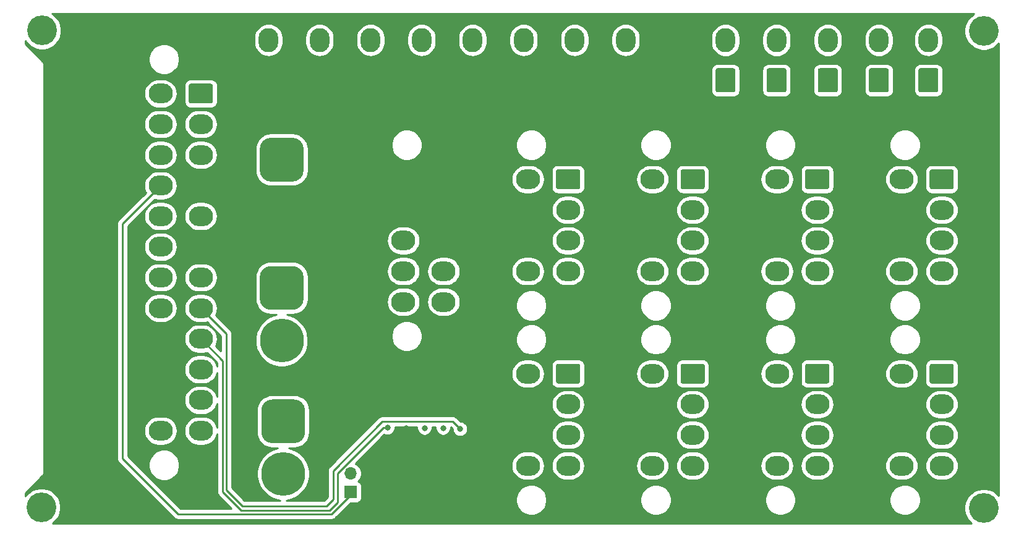
<source format=gbr>
%TF.GenerationSoftware,KiCad,Pcbnew,(5.1.10)-1*%
%TF.CreationDate,2021-10-29T23:59:47-07:00*%
%TF.ProjectId,ATX_PSU_Board,4154585f-5053-4555-9f42-6f6172642e6b,rev?*%
%TF.SameCoordinates,Original*%
%TF.FileFunction,Copper,L4,Bot*%
%TF.FilePolarity,Positive*%
%FSLAX46Y46*%
G04 Gerber Fmt 4.6, Leading zero omitted, Abs format (unit mm)*
G04 Created by KiCad (PCBNEW (5.1.10)-1) date 2021-10-29 23:59:47*
%MOMM*%
%LPD*%
G01*
G04 APERTURE LIST*
%TA.AperFunction,ComponentPad*%
%ADD10C,6.000000*%
%TD*%
%TA.AperFunction,ComponentPad*%
%ADD11O,2.700000X3.300000*%
%TD*%
%TA.AperFunction,ComponentPad*%
%ADD12O,3.300000X2.700000*%
%TD*%
%TA.AperFunction,ComponentPad*%
%ADD13O,1.700000X1.700000*%
%TD*%
%TA.AperFunction,ComponentPad*%
%ADD14R,1.700000X1.700000*%
%TD*%
%TA.AperFunction,ComponentPad*%
%ADD15C,4.064000*%
%TD*%
%TA.AperFunction,ViaPad*%
%ADD16C,0.800000*%
%TD*%
%TA.AperFunction,Conductor*%
%ADD17C,0.250000*%
%TD*%
%TA.AperFunction,Conductor*%
%ADD18C,0.254000*%
%TD*%
%TA.AperFunction,Conductor*%
%ADD19C,0.100000*%
%TD*%
G04 APERTURE END LIST*
%TO.P,J30,1*%
%TO.N,GND*%
%TA.AperFunction,ComponentPad*%
G36*
G01*
X69823200Y-88555200D02*
X72823200Y-88555200D01*
G75*
G02*
X74323200Y-90055200I0J-1500000D01*
G01*
X74323200Y-93055200D01*
G75*
G02*
X72823200Y-94555200I-1500000J0D01*
G01*
X69823200Y-94555200D01*
G75*
G02*
X68323200Y-93055200I0J1500000D01*
G01*
X68323200Y-90055200D01*
G75*
G02*
X69823200Y-88555200I1500000J0D01*
G01*
G37*
%TD.AperFunction*%
D10*
%TO.P,J30,2*%
%TO.N,/+12V_SUPPLY*%
X71323200Y-98755200D03*
%TD*%
%TO.P,J29,1*%
%TO.N,GND*%
%TA.AperFunction,ComponentPad*%
G36*
G01*
X70026400Y-106829600D02*
X73026400Y-106829600D01*
G75*
G02*
X74526400Y-108329600I0J-1500000D01*
G01*
X74526400Y-111329600D01*
G75*
G02*
X73026400Y-112829600I-1500000J0D01*
G01*
X70026400Y-112829600D01*
G75*
G02*
X68526400Y-111329600I0J1500000D01*
G01*
X68526400Y-108329600D01*
G75*
G02*
X70026400Y-106829600I1500000J0D01*
G01*
G37*
%TD.AperFunction*%
%TO.P,J29,2*%
%TO.N,/+12V_SUPPLY*%
X71526400Y-117029600D03*
%TD*%
D11*
%TO.P,J20,2*%
%TO.N,GND*%
X159867600Y-57593600D03*
%TO.P,J20,1*%
%TO.N,/+12V_SUPPLY*%
%TA.AperFunction,ComponentPad*%
G36*
G01*
X161217600Y-61693601D02*
X161217600Y-64493599D01*
G75*
G02*
X160967599Y-64743600I-250001J0D01*
G01*
X158767601Y-64743600D01*
G75*
G02*
X158517600Y-64493599I0J250001D01*
G01*
X158517600Y-61693601D01*
G75*
G02*
X158767601Y-61443600I250001J0D01*
G01*
X160967599Y-61443600D01*
G75*
G02*
X161217600Y-61693601I0J-250001D01*
G01*
G37*
%TD.AperFunction*%
%TD*%
D12*
%TO.P,J11,8*%
%TO.N,/+12V_SUPPLY*%
X156196400Y-115901800D03*
%TO.P,J11,7*%
%TO.N,/+5V_SUPPLY*%
X156196400Y-111701800D03*
%TO.P,J11,6*%
X156196400Y-107501800D03*
%TO.P,J11,5*%
%TO.N,/+3.3V_SUPPLY*%
X156196400Y-103301800D03*
%TO.P,J11,4*%
%TO.N,/+12V_SUPPLY*%
X161696400Y-115901800D03*
%TO.P,J11,3*%
X161696400Y-111701800D03*
%TO.P,J11,2*%
%TO.N,GND*%
X161696400Y-107501800D03*
%TO.P,J11,1*%
%TA.AperFunction,ComponentPad*%
G36*
G01*
X160296401Y-101951800D02*
X163096399Y-101951800D01*
G75*
G02*
X163346400Y-102201801I0J-250001D01*
G01*
X163346400Y-104401799D01*
G75*
G02*
X163096399Y-104651800I-250001J0D01*
G01*
X160296401Y-104651800D01*
G75*
G02*
X160046400Y-104401799I0J250001D01*
G01*
X160046400Y-102201801D01*
G75*
G02*
X160296401Y-101951800I250001J0D01*
G01*
G37*
%TD.AperFunction*%
%TD*%
D11*
%TO.P,J24,2*%
%TO.N,GND*%
X132083632Y-57607200D03*
%TO.P,J24,1*%
%TO.N,/+12V_SUPPLY*%
%TA.AperFunction,ComponentPad*%
G36*
G01*
X133433632Y-61707201D02*
X133433632Y-64507199D01*
G75*
G02*
X133183631Y-64757200I-250001J0D01*
G01*
X130983633Y-64757200D01*
G75*
G02*
X130733632Y-64507199I0J250001D01*
G01*
X130733632Y-61707201D01*
G75*
G02*
X130983633Y-61457200I250001J0D01*
G01*
X133183631Y-61457200D01*
G75*
G02*
X133433632Y-61707201I0J-250001D01*
G01*
G37*
%TD.AperFunction*%
%TD*%
%TO.P,J23,2*%
%TO.N,GND*%
X139086774Y-57607200D03*
%TO.P,J23,1*%
%TO.N,/+12V_SUPPLY*%
%TA.AperFunction,ComponentPad*%
G36*
G01*
X140436774Y-61707201D02*
X140436774Y-64507199D01*
G75*
G02*
X140186773Y-64757200I-250001J0D01*
G01*
X137986775Y-64757200D01*
G75*
G02*
X137736774Y-64507199I0J250001D01*
G01*
X137736774Y-61707201D01*
G75*
G02*
X137986775Y-61457200I250001J0D01*
G01*
X140186773Y-61457200D01*
G75*
G02*
X140436774Y-61707201I0J-250001D01*
G01*
G37*
%TD.AperFunction*%
%TD*%
%TO.P,J22,2*%
%TO.N,GND*%
X146089916Y-57607200D03*
%TO.P,J22,1*%
%TO.N,/+12V_SUPPLY*%
%TA.AperFunction,ComponentPad*%
G36*
G01*
X147439916Y-61707201D02*
X147439916Y-64507199D01*
G75*
G02*
X147189915Y-64757200I-250001J0D01*
G01*
X144989917Y-64757200D01*
G75*
G02*
X144739916Y-64507199I0J250001D01*
G01*
X144739916Y-61707201D01*
G75*
G02*
X144989917Y-61457200I250001J0D01*
G01*
X147189915Y-61457200D01*
G75*
G02*
X147439916Y-61707201I0J-250001D01*
G01*
G37*
%TD.AperFunction*%
%TD*%
%TO.P,J21,2*%
%TO.N,GND*%
X153093058Y-57607200D03*
%TO.P,J21,1*%
%TO.N,/+12V_SUPPLY*%
%TA.AperFunction,ComponentPad*%
G36*
G01*
X154443058Y-61707201D02*
X154443058Y-64507199D01*
G75*
G02*
X154193057Y-64757200I-250001J0D01*
G01*
X151993059Y-64757200D01*
G75*
G02*
X151743058Y-64507199I0J250001D01*
G01*
X151743058Y-61707201D01*
G75*
G02*
X151993059Y-61457200I250001J0D01*
G01*
X154193057Y-61457200D01*
G75*
G02*
X154443058Y-61707201I0J-250001D01*
G01*
G37*
%TD.AperFunction*%
%TD*%
%TO.P,J19,2*%
%TO.N,GND*%
X118414800Y-57593600D03*
%TO.P,J19,1*%
%TO.N,/+5V_SUPPLY*%
%TA.AperFunction,ComponentPad*%
G36*
G01*
X119764800Y-61693601D02*
X119764800Y-64493599D01*
G75*
G02*
X119514799Y-64743600I-250001J0D01*
G01*
X117314801Y-64743600D01*
G75*
G02*
X117064800Y-64493599I0J250001D01*
G01*
X117064800Y-61693601D01*
G75*
G02*
X117314801Y-61443600I250001J0D01*
G01*
X119514799Y-61443600D01*
G75*
G02*
X119764800Y-61693601I0J-250001D01*
G01*
G37*
%TD.AperFunction*%
%TD*%
%TO.P,J18,2*%
%TO.N,GND*%
X111429800Y-57593600D03*
%TO.P,J18,1*%
%TO.N,/+5V_SUPPLY*%
%TA.AperFunction,ComponentPad*%
G36*
G01*
X112779800Y-61693601D02*
X112779800Y-64493599D01*
G75*
G02*
X112529799Y-64743600I-250001J0D01*
G01*
X110329801Y-64743600D01*
G75*
G02*
X110079800Y-64493599I0J250001D01*
G01*
X110079800Y-61693601D01*
G75*
G02*
X110329801Y-61443600I250001J0D01*
G01*
X112529799Y-61443600D01*
G75*
G02*
X112779800Y-61693601I0J-250001D01*
G01*
G37*
%TD.AperFunction*%
%TD*%
%TO.P,J17,2*%
%TO.N,GND*%
X104444800Y-57593600D03*
%TO.P,J17,1*%
%TO.N,/+5V_SUPPLY*%
%TA.AperFunction,ComponentPad*%
G36*
G01*
X105794800Y-61693601D02*
X105794800Y-64493599D01*
G75*
G02*
X105544799Y-64743600I-250001J0D01*
G01*
X103344801Y-64743600D01*
G75*
G02*
X103094800Y-64493599I0J250001D01*
G01*
X103094800Y-61693601D01*
G75*
G02*
X103344801Y-61443600I250001J0D01*
G01*
X105544799Y-61443600D01*
G75*
G02*
X105794800Y-61693601I0J-250001D01*
G01*
G37*
%TD.AperFunction*%
%TD*%
%TO.P,J16,2*%
%TO.N,GND*%
X97459800Y-57593600D03*
%TO.P,J16,1*%
%TO.N,/+5V_SUPPLY*%
%TA.AperFunction,ComponentPad*%
G36*
G01*
X98809800Y-61693601D02*
X98809800Y-64493599D01*
G75*
G02*
X98559799Y-64743600I-250001J0D01*
G01*
X96359801Y-64743600D01*
G75*
G02*
X96109800Y-64493599I0J250001D01*
G01*
X96109800Y-61693601D01*
G75*
G02*
X96359801Y-61443600I250001J0D01*
G01*
X98559799Y-61443600D01*
G75*
G02*
X98809800Y-61693601I0J-250001D01*
G01*
G37*
%TD.AperFunction*%
%TD*%
%TO.P,J15,2*%
%TO.N,GND*%
X90474800Y-57593600D03*
%TO.P,J15,1*%
%TO.N,/+5V_SUPPLY*%
%TA.AperFunction,ComponentPad*%
G36*
G01*
X91824800Y-61693601D02*
X91824800Y-64493599D01*
G75*
G02*
X91574799Y-64743600I-250001J0D01*
G01*
X89374801Y-64743600D01*
G75*
G02*
X89124800Y-64493599I0J250001D01*
G01*
X89124800Y-61693601D01*
G75*
G02*
X89374801Y-61443600I250001J0D01*
G01*
X91574799Y-61443600D01*
G75*
G02*
X91824800Y-61693601I0J-250001D01*
G01*
G37*
%TD.AperFunction*%
%TD*%
%TO.P,J14,2*%
%TO.N,GND*%
X83489800Y-57593600D03*
%TO.P,J14,1*%
%TO.N,/+5V_SUPPLY*%
%TA.AperFunction,ComponentPad*%
G36*
G01*
X84839800Y-61693601D02*
X84839800Y-64493599D01*
G75*
G02*
X84589799Y-64743600I-250001J0D01*
G01*
X82389801Y-64743600D01*
G75*
G02*
X82139800Y-64493599I0J250001D01*
G01*
X82139800Y-61693601D01*
G75*
G02*
X82389801Y-61443600I250001J0D01*
G01*
X84589799Y-61443600D01*
G75*
G02*
X84839800Y-61693601I0J-250001D01*
G01*
G37*
%TD.AperFunction*%
%TD*%
%TO.P,J13,2*%
%TO.N,GND*%
X76504800Y-57593600D03*
%TO.P,J13,1*%
%TO.N,/+5V_SUPPLY*%
%TA.AperFunction,ComponentPad*%
G36*
G01*
X77854800Y-61693601D02*
X77854800Y-64493599D01*
G75*
G02*
X77604799Y-64743600I-250001J0D01*
G01*
X75404801Y-64743600D01*
G75*
G02*
X75154800Y-64493599I0J250001D01*
G01*
X75154800Y-61693601D01*
G75*
G02*
X75404801Y-61443600I250001J0D01*
G01*
X77604799Y-61443600D01*
G75*
G02*
X77854800Y-61693601I0J-250001D01*
G01*
G37*
%TD.AperFunction*%
%TD*%
%TO.P,J12,2*%
%TO.N,GND*%
X69519800Y-57593600D03*
%TO.P,J12,1*%
%TO.N,/+5V_SUPPLY*%
%TA.AperFunction,ComponentPad*%
G36*
G01*
X70869800Y-61693601D02*
X70869800Y-64493599D01*
G75*
G02*
X70619799Y-64743600I-250001J0D01*
G01*
X68419801Y-64743600D01*
G75*
G02*
X68169800Y-64493599I0J250001D01*
G01*
X68169800Y-61693601D01*
G75*
G02*
X68419801Y-61443600I250001J0D01*
G01*
X70619799Y-61443600D01*
G75*
G02*
X70869800Y-61693601I0J-250001D01*
G01*
G37*
%TD.AperFunction*%
%TD*%
%TO.P,J28,1*%
%TO.N,GND*%
%TA.AperFunction,ComponentPad*%
G36*
G01*
X69823200Y-70978400D02*
X72823200Y-70978400D01*
G75*
G02*
X74323200Y-72478400I0J-1500000D01*
G01*
X74323200Y-75478400D01*
G75*
G02*
X72823200Y-76978400I-1500000J0D01*
G01*
X69823200Y-76978400D01*
G75*
G02*
X68323200Y-75478400I0J1500000D01*
G01*
X68323200Y-72478400D01*
G75*
G02*
X69823200Y-70978400I1500000J0D01*
G01*
G37*
%TD.AperFunction*%
D10*
%TO.P,J28,2*%
%TO.N,/+5V_SUPPLY*%
X71323200Y-81178400D03*
%TD*%
D13*
%TO.P,J1,2*%
%TO.N,GND*%
X80772000Y-116967000D03*
D14*
%TO.P,J1,1*%
%TO.N,/PS_ON*%
X80772000Y-119507000D03*
%TD*%
D12*
%TO.P,J5,8*%
%TO.N,/+12V_SUPPLY*%
X122091000Y-89264600D03*
%TO.P,J5,7*%
%TO.N,/+5V_SUPPLY*%
X122091000Y-85064600D03*
%TO.P,J5,6*%
X122091000Y-80864600D03*
%TO.P,J5,5*%
%TO.N,/+3.3V_SUPPLY*%
X122091000Y-76664600D03*
%TO.P,J5,4*%
%TO.N,/+12V_SUPPLY*%
X127591000Y-89264600D03*
%TO.P,J5,3*%
X127591000Y-85064600D03*
%TO.P,J5,2*%
%TO.N,GND*%
X127591000Y-80864600D03*
%TO.P,J5,1*%
%TA.AperFunction,ComponentPad*%
G36*
G01*
X126191001Y-75314600D02*
X128990999Y-75314600D01*
G75*
G02*
X129241000Y-75564601I0J-250001D01*
G01*
X129241000Y-77764599D01*
G75*
G02*
X128990999Y-78014600I-250001J0D01*
G01*
X126191001Y-78014600D01*
G75*
G02*
X125941000Y-77764599I0J250001D01*
G01*
X125941000Y-75564601D01*
G75*
G02*
X126191001Y-75314600I250001J0D01*
G01*
G37*
%TD.AperFunction*%
%TD*%
%TO.P,J7,8*%
%TO.N,/+12V_SUPPLY*%
X156196400Y-89264600D03*
%TO.P,J7,7*%
%TO.N,/+5V_SUPPLY*%
X156196400Y-85064600D03*
%TO.P,J7,6*%
X156196400Y-80864600D03*
%TO.P,J7,5*%
%TO.N,/+3.3V_SUPPLY*%
X156196400Y-76664600D03*
%TO.P,J7,4*%
%TO.N,/+12V_SUPPLY*%
X161696400Y-89264600D03*
%TO.P,J7,3*%
X161696400Y-85064600D03*
%TO.P,J7,2*%
%TO.N,GND*%
X161696400Y-80864600D03*
%TO.P,J7,1*%
%TA.AperFunction,ComponentPad*%
G36*
G01*
X160296401Y-75314600D02*
X163096399Y-75314600D01*
G75*
G02*
X163346400Y-75564601I0J-250001D01*
G01*
X163346400Y-77764599D01*
G75*
G02*
X163096399Y-78014600I-250001J0D01*
G01*
X160296401Y-78014600D01*
G75*
G02*
X160046400Y-77764599I0J250001D01*
G01*
X160046400Y-75564601D01*
G75*
G02*
X160296401Y-75314600I250001J0D01*
G01*
G37*
%TD.AperFunction*%
%TD*%
D15*
%TO.P,H4,1*%
%TO.N,N/C*%
X167436800Y-56337200D03*
%TD*%
%TO.P,H3,1*%
%TO.N,N/C*%
X38404800Y-121615200D03*
%TD*%
%TO.P,H2,1*%
%TO.N,N/C*%
X167436800Y-121716800D03*
%TD*%
%TO.P,H1,1*%
%TO.N,N/C*%
X38506400Y-56286400D03*
%TD*%
D12*
%TO.P,J10,8*%
%TO.N,/+12V_SUPPLY*%
X139143700Y-115901800D03*
%TO.P,J10,7*%
%TO.N,/+5V_SUPPLY*%
X139143700Y-111701800D03*
%TO.P,J10,6*%
X139143700Y-107501800D03*
%TO.P,J10,5*%
%TO.N,/+3.3V_SUPPLY*%
X139143700Y-103301800D03*
%TO.P,J10,4*%
%TO.N,/+12V_SUPPLY*%
X144643700Y-115901800D03*
%TO.P,J10,3*%
X144643700Y-111701800D03*
%TO.P,J10,2*%
%TO.N,GND*%
X144643700Y-107501800D03*
%TO.P,J10,1*%
%TA.AperFunction,ComponentPad*%
G36*
G01*
X143243701Y-101951800D02*
X146043699Y-101951800D01*
G75*
G02*
X146293700Y-102201801I0J-250001D01*
G01*
X146293700Y-104401799D01*
G75*
G02*
X146043699Y-104651800I-250001J0D01*
G01*
X143243701Y-104651800D01*
G75*
G02*
X142993700Y-104401799I0J250001D01*
G01*
X142993700Y-102201801D01*
G75*
G02*
X143243701Y-101951800I250001J0D01*
G01*
G37*
%TD.AperFunction*%
%TD*%
%TO.P,J9,8*%
%TO.N,/+12V_SUPPLY*%
X122091000Y-115901800D03*
%TO.P,J9,7*%
%TO.N,/+5V_SUPPLY*%
X122091000Y-111701800D03*
%TO.P,J9,6*%
X122091000Y-107501800D03*
%TO.P,J9,5*%
%TO.N,/+3.3V_SUPPLY*%
X122091000Y-103301800D03*
%TO.P,J9,4*%
%TO.N,/+12V_SUPPLY*%
X127591000Y-115901800D03*
%TO.P,J9,3*%
X127591000Y-111701800D03*
%TO.P,J9,2*%
%TO.N,GND*%
X127591000Y-107501800D03*
%TO.P,J9,1*%
%TA.AperFunction,ComponentPad*%
G36*
G01*
X126191001Y-101951800D02*
X128990999Y-101951800D01*
G75*
G02*
X129241000Y-102201801I0J-250001D01*
G01*
X129241000Y-104401799D01*
G75*
G02*
X128990999Y-104651800I-250001J0D01*
G01*
X126191001Y-104651800D01*
G75*
G02*
X125941000Y-104401799I0J250001D01*
G01*
X125941000Y-102201801D01*
G75*
G02*
X126191001Y-101951800I250001J0D01*
G01*
G37*
%TD.AperFunction*%
%TD*%
%TO.P,J8,8*%
%TO.N,/+12V_SUPPLY*%
X105038300Y-115901800D03*
%TO.P,J8,7*%
%TO.N,/+5V_SUPPLY*%
X105038300Y-111701800D03*
%TO.P,J8,6*%
X105038300Y-107501800D03*
%TO.P,J8,5*%
%TO.N,/+3.3V_SUPPLY*%
X105038300Y-103301800D03*
%TO.P,J8,4*%
%TO.N,/+12V_SUPPLY*%
X110538300Y-115901800D03*
%TO.P,J8,3*%
X110538300Y-111701800D03*
%TO.P,J8,2*%
%TO.N,GND*%
X110538300Y-107501800D03*
%TO.P,J8,1*%
%TA.AperFunction,ComponentPad*%
G36*
G01*
X109138301Y-101951800D02*
X111938299Y-101951800D01*
G75*
G02*
X112188300Y-102201801I0J-250001D01*
G01*
X112188300Y-104401799D01*
G75*
G02*
X111938299Y-104651800I-250001J0D01*
G01*
X109138301Y-104651800D01*
G75*
G02*
X108888300Y-104401799I0J250001D01*
G01*
X108888300Y-102201801D01*
G75*
G02*
X109138301Y-101951800I250001J0D01*
G01*
G37*
%TD.AperFunction*%
%TD*%
%TO.P,J6,8*%
%TO.N,/+12V_SUPPLY*%
X139143700Y-89264600D03*
%TO.P,J6,7*%
%TO.N,/+5V_SUPPLY*%
X139143700Y-85064600D03*
%TO.P,J6,6*%
X139143700Y-80864600D03*
%TO.P,J6,5*%
%TO.N,/+3.3V_SUPPLY*%
X139143700Y-76664600D03*
%TO.P,J6,4*%
%TO.N,/+12V_SUPPLY*%
X144643700Y-89264600D03*
%TO.P,J6,3*%
X144643700Y-85064600D03*
%TO.P,J6,2*%
%TO.N,GND*%
X144643700Y-80864600D03*
%TO.P,J6,1*%
%TA.AperFunction,ComponentPad*%
G36*
G01*
X143243701Y-75314600D02*
X146043699Y-75314600D01*
G75*
G02*
X146293700Y-75564601I0J-250001D01*
G01*
X146293700Y-77764599D01*
G75*
G02*
X146043699Y-78014600I-250001J0D01*
G01*
X143243701Y-78014600D01*
G75*
G02*
X142993700Y-77764599I0J250001D01*
G01*
X142993700Y-75564601D01*
G75*
G02*
X143243701Y-75314600I250001J0D01*
G01*
G37*
%TD.AperFunction*%
%TD*%
%TO.P,J4,8*%
%TO.N,/+12V_SUPPLY*%
X105038300Y-89264600D03*
%TO.P,J4,7*%
%TO.N,/+5V_SUPPLY*%
X105038300Y-85064600D03*
%TO.P,J4,6*%
X105038300Y-80864600D03*
%TO.P,J4,5*%
%TO.N,/+3.3V_SUPPLY*%
X105038300Y-76664600D03*
%TO.P,J4,4*%
%TO.N,/+12V_SUPPLY*%
X110538300Y-89264600D03*
%TO.P,J4,3*%
X110538300Y-85064600D03*
%TO.P,J4,2*%
%TO.N,GND*%
X110538300Y-80864600D03*
%TO.P,J4,1*%
%TA.AperFunction,ComponentPad*%
G36*
G01*
X109138301Y-75314600D02*
X111938299Y-75314600D01*
G75*
G02*
X112188300Y-75564601I0J-250001D01*
G01*
X112188300Y-77764599D01*
G75*
G02*
X111938299Y-78014600I-250001J0D01*
G01*
X109138301Y-78014600D01*
G75*
G02*
X108888300Y-77764599I0J250001D01*
G01*
X108888300Y-75564601D01*
G75*
G02*
X109138301Y-75314600I250001J0D01*
G01*
G37*
%TD.AperFunction*%
%TD*%
%TO.P,J3,10*%
%TO.N,GND*%
X87985600Y-93464600D03*
%TO.P,J3,9*%
X87985600Y-89264600D03*
%TO.P,J3,8*%
%TO.N,/+12V_SUPPLY*%
X87985600Y-85064600D03*
%TO.P,J3,7*%
%TO.N,/+5V_SUPPLY*%
X87985600Y-80864600D03*
%TO.P,J3,6*%
X87985600Y-76664600D03*
%TO.P,J3,5*%
%TO.N,GND*%
X93485600Y-93464600D03*
%TO.P,J3,4*%
X93485600Y-89264600D03*
%TO.P,J3,3*%
%TO.N,/+5V_SUPPLY*%
X93485600Y-85064600D03*
%TO.P,J3,2*%
X93485600Y-80864600D03*
%TO.P,J3,1*%
%TA.AperFunction,ComponentPad*%
G36*
G01*
X92085601Y-75314600D02*
X94885599Y-75314600D01*
G75*
G02*
X95135600Y-75564601I0J-250001D01*
G01*
X95135600Y-77764599D01*
G75*
G02*
X94885599Y-78014600I-250001J0D01*
G01*
X92085601Y-78014600D01*
G75*
G02*
X91835600Y-77764599I0J250001D01*
G01*
X91835600Y-75564601D01*
G75*
G02*
X92085601Y-75314600I250001J0D01*
G01*
G37*
%TD.AperFunction*%
%TD*%
%TO.P,J2,24*%
%TO.N,GND*%
X54748800Y-111122400D03*
%TO.P,J2,23*%
%TO.N,/+5V_SUPPLY*%
X54748800Y-106922400D03*
%TO.P,J2,22*%
X54748800Y-102722400D03*
%TO.P,J2,21*%
X54748800Y-98522400D03*
%TO.P,J2,20*%
%TO.N,Net-(J2-Pad20)*%
X54748800Y-94322400D03*
%TO.P,J2,19*%
%TO.N,GND*%
X54748800Y-90122400D03*
%TO.P,J2,18*%
X54748800Y-85922400D03*
%TO.P,J2,17*%
X54748800Y-81722400D03*
%TO.P,J2,16*%
%TO.N,/PS_ON*%
X54748800Y-77522400D03*
%TO.P,J2,15*%
%TO.N,GND*%
X54748800Y-73322400D03*
%TO.P,J2,14*%
%TO.N,Net-(J2-Pad14)*%
X54748800Y-69122400D03*
%TO.P,J2,13*%
%TO.N,/+3.3V_SUPPLY*%
X54748800Y-64922400D03*
%TO.P,J2,12*%
X60248800Y-111122400D03*
%TO.P,J2,11*%
%TO.N,/+12V_SUPPLY*%
X60248800Y-106922400D03*
%TO.P,J2,10*%
X60248800Y-102722400D03*
%TO.P,J2,9*%
%TO.N,/+5VSB_SUPPLY*%
X60248800Y-98522400D03*
%TO.P,J2,8*%
%TO.N,/PWR_OK*%
X60248800Y-94322400D03*
%TO.P,J2,7*%
%TO.N,GND*%
X60248800Y-90122400D03*
%TO.P,J2,6*%
%TO.N,/+5V_SUPPLY*%
X60248800Y-85922400D03*
%TO.P,J2,5*%
%TO.N,GND*%
X60248800Y-81722400D03*
%TO.P,J2,4*%
%TO.N,/+5V_SUPPLY*%
X60248800Y-77522400D03*
%TO.P,J2,3*%
%TO.N,GND*%
X60248800Y-73322400D03*
%TO.P,J2,2*%
%TO.N,/+3.3V_SUPPLY*%
X60248800Y-69122400D03*
%TO.P,J2,1*%
%TA.AperFunction,ComponentPad*%
G36*
G01*
X58848801Y-63572400D02*
X61648799Y-63572400D01*
G75*
G02*
X61898800Y-63822401I0J-250001D01*
G01*
X61898800Y-66022399D01*
G75*
G02*
X61648799Y-66272400I-250001J0D01*
G01*
X58848801Y-66272400D01*
G75*
G02*
X58598800Y-66022399I0J250001D01*
G01*
X58598800Y-63822401D01*
G75*
G02*
X58848801Y-63572400I250001J0D01*
G01*
G37*
%TD.AperFunction*%
%TD*%
D16*
%TO.N,/+5V_SUPPLY*%
X88346000Y-110737600D03*
%TO.N,/+3.3V_SUPPLY*%
X90886000Y-110737600D03*
%TO.N,/+12V_SUPPLY*%
X93426000Y-110737600D03*
%TO.N,/+5VSB_SUPPLY*%
X85806000Y-110698000D03*
%TO.N,/PWR_OK*%
X95750000Y-110863000D03*
%TD*%
D17*
%TO.N,/PS_ON*%
X80772000Y-119888000D02*
X80772000Y-119507000D01*
X78105000Y-122555000D02*
X80772000Y-119888000D01*
X57150000Y-122555000D02*
X78105000Y-122555000D01*
X49530000Y-114935000D02*
X57150000Y-122555000D01*
X49530000Y-82741200D02*
X49530000Y-114935000D01*
X54748800Y-77522400D02*
X49530000Y-82741200D01*
%TO.N,/+5VSB_SUPPLY*%
X85240315Y-110698000D02*
X78994000Y-116944315D01*
X85806000Y-110698000D02*
X85240315Y-110698000D01*
X78994000Y-116944315D02*
X78994000Y-120904000D01*
X78994000Y-120904000D02*
X77851000Y-122047000D01*
X77851000Y-122047000D02*
X65786000Y-122047000D01*
X65786000Y-122047000D02*
X63246000Y-119507000D01*
X63246000Y-101519600D02*
X60248800Y-98522400D01*
X63246000Y-119507000D02*
X63246000Y-101519600D01*
%TO.N,/PWR_OK*%
X95750000Y-110863000D02*
X94742000Y-109855000D01*
X94742000Y-109855000D02*
X85090000Y-109855000D01*
X85090000Y-109855000D02*
X78359000Y-116586000D01*
X78359000Y-116586000D02*
X78359000Y-120523000D01*
X78359000Y-120523000D02*
X77470000Y-121412000D01*
X77470000Y-121412000D02*
X65913000Y-121412000D01*
X65913000Y-121412000D02*
X63754000Y-119253000D01*
X63754000Y-97827600D02*
X60248800Y-94322400D01*
X63754000Y-119253000D02*
X63754000Y-97827600D01*
%TD*%
D18*
%TO.N,/+5V_SUPPLY*%
X165736687Y-54265606D02*
X165365206Y-54637087D01*
X165073336Y-55073902D01*
X164872292Y-55559265D01*
X164769800Y-56074523D01*
X164769800Y-56599877D01*
X164872292Y-57115135D01*
X165073336Y-57600498D01*
X165365206Y-58037313D01*
X165736687Y-58408794D01*
X166173502Y-58700664D01*
X166658865Y-58901708D01*
X167174123Y-59004200D01*
X167699477Y-59004200D01*
X168214735Y-58901708D01*
X168700098Y-58700664D01*
X169136913Y-58408794D01*
X169508394Y-58037313D01*
X169520001Y-58019942D01*
X169520000Y-120034057D01*
X169508394Y-120016687D01*
X169136913Y-119645206D01*
X168700098Y-119353336D01*
X168214735Y-119152292D01*
X167699477Y-119049800D01*
X167174123Y-119049800D01*
X166658865Y-119152292D01*
X166173502Y-119353336D01*
X165736687Y-119645206D01*
X165365206Y-120016687D01*
X165073336Y-120453502D01*
X164872292Y-120938865D01*
X164769800Y-121454123D01*
X164769800Y-121979477D01*
X164872292Y-122494735D01*
X165073336Y-122980098D01*
X165365206Y-123416913D01*
X165736687Y-123788394D01*
X165754057Y-123800000D01*
X39935488Y-123800000D01*
X40104913Y-123686794D01*
X40476394Y-123315313D01*
X40768264Y-122878498D01*
X40969308Y-122393135D01*
X41071800Y-121877877D01*
X41071800Y-121352523D01*
X40969308Y-120837265D01*
X40768264Y-120351902D01*
X40476394Y-119915087D01*
X40104913Y-119543606D01*
X39668098Y-119251736D01*
X39182735Y-119050692D01*
X38667477Y-118948200D01*
X38142123Y-118948200D01*
X37626865Y-119050692D01*
X37141502Y-119251736D01*
X36704687Y-119543606D01*
X36333206Y-119915087D01*
X36220000Y-120084512D01*
X36220000Y-119653380D01*
X38543769Y-117329612D01*
X38568948Y-117308948D01*
X38651425Y-117208450D01*
X38712710Y-117093793D01*
X38750450Y-116969383D01*
X38760000Y-116872419D01*
X38760000Y-116872410D01*
X38763192Y-116840001D01*
X38760000Y-116807592D01*
X38760000Y-82741200D01*
X48766324Y-82741200D01*
X48770000Y-82778522D01*
X48770001Y-114897667D01*
X48766324Y-114935000D01*
X48780998Y-115083985D01*
X48824454Y-115227246D01*
X48895026Y-115359276D01*
X48966201Y-115446002D01*
X48990000Y-115475001D01*
X49018998Y-115498799D01*
X56586201Y-123066003D01*
X56609999Y-123095001D01*
X56725724Y-123189974D01*
X56857753Y-123260546D01*
X57001014Y-123304003D01*
X57112667Y-123315000D01*
X57112676Y-123315000D01*
X57149999Y-123318676D01*
X57187322Y-123315000D01*
X78067678Y-123315000D01*
X78105000Y-123318676D01*
X78142322Y-123315000D01*
X78142333Y-123315000D01*
X78253986Y-123304003D01*
X78397247Y-123260546D01*
X78529276Y-123189974D01*
X78645001Y-123095001D01*
X78668804Y-123065997D01*
X80739730Y-120995072D01*
X81622000Y-120995072D01*
X81746482Y-120982812D01*
X81866180Y-120946502D01*
X81976494Y-120887537D01*
X82073185Y-120808185D01*
X82152537Y-120711494D01*
X82211502Y-120601180D01*
X82247812Y-120481482D01*
X82256672Y-120391521D01*
X103363300Y-120391521D01*
X103363300Y-120812079D01*
X103445347Y-121224556D01*
X103606288Y-121613102D01*
X103839937Y-121962783D01*
X104137317Y-122260163D01*
X104486998Y-122493812D01*
X104875544Y-122654753D01*
X105288021Y-122736800D01*
X105708579Y-122736800D01*
X106121056Y-122654753D01*
X106509602Y-122493812D01*
X106859283Y-122260163D01*
X107156663Y-121962783D01*
X107390312Y-121613102D01*
X107551253Y-121224556D01*
X107633300Y-120812079D01*
X107633300Y-120391521D01*
X120416000Y-120391521D01*
X120416000Y-120812079D01*
X120498047Y-121224556D01*
X120658988Y-121613102D01*
X120892637Y-121962783D01*
X121190017Y-122260163D01*
X121539698Y-122493812D01*
X121928244Y-122654753D01*
X122340721Y-122736800D01*
X122761279Y-122736800D01*
X123173756Y-122654753D01*
X123562302Y-122493812D01*
X123911983Y-122260163D01*
X124209363Y-121962783D01*
X124443012Y-121613102D01*
X124603953Y-121224556D01*
X124686000Y-120812079D01*
X124686000Y-120391521D01*
X137468700Y-120391521D01*
X137468700Y-120812079D01*
X137550747Y-121224556D01*
X137711688Y-121613102D01*
X137945337Y-121962783D01*
X138242717Y-122260163D01*
X138592398Y-122493812D01*
X138980944Y-122654753D01*
X139393421Y-122736800D01*
X139813979Y-122736800D01*
X140226456Y-122654753D01*
X140615002Y-122493812D01*
X140964683Y-122260163D01*
X141262063Y-121962783D01*
X141495712Y-121613102D01*
X141656653Y-121224556D01*
X141738700Y-120812079D01*
X141738700Y-120391521D01*
X154521400Y-120391521D01*
X154521400Y-120812079D01*
X154603447Y-121224556D01*
X154764388Y-121613102D01*
X154998037Y-121962783D01*
X155295417Y-122260163D01*
X155645098Y-122493812D01*
X156033644Y-122654753D01*
X156446121Y-122736800D01*
X156866679Y-122736800D01*
X157279156Y-122654753D01*
X157667702Y-122493812D01*
X158017383Y-122260163D01*
X158314763Y-121962783D01*
X158548412Y-121613102D01*
X158709353Y-121224556D01*
X158791400Y-120812079D01*
X158791400Y-120391521D01*
X158709353Y-119979044D01*
X158548412Y-119590498D01*
X158314763Y-119240817D01*
X158017383Y-118943437D01*
X157667702Y-118709788D01*
X157279156Y-118548847D01*
X156866679Y-118466800D01*
X156446121Y-118466800D01*
X156033644Y-118548847D01*
X155645098Y-118709788D01*
X155295417Y-118943437D01*
X154998037Y-119240817D01*
X154764388Y-119590498D01*
X154603447Y-119979044D01*
X154521400Y-120391521D01*
X141738700Y-120391521D01*
X141656653Y-119979044D01*
X141495712Y-119590498D01*
X141262063Y-119240817D01*
X140964683Y-118943437D01*
X140615002Y-118709788D01*
X140226456Y-118548847D01*
X139813979Y-118466800D01*
X139393421Y-118466800D01*
X138980944Y-118548847D01*
X138592398Y-118709788D01*
X138242717Y-118943437D01*
X137945337Y-119240817D01*
X137711688Y-119590498D01*
X137550747Y-119979044D01*
X137468700Y-120391521D01*
X124686000Y-120391521D01*
X124603953Y-119979044D01*
X124443012Y-119590498D01*
X124209363Y-119240817D01*
X123911983Y-118943437D01*
X123562302Y-118709788D01*
X123173756Y-118548847D01*
X122761279Y-118466800D01*
X122340721Y-118466800D01*
X121928244Y-118548847D01*
X121539698Y-118709788D01*
X121190017Y-118943437D01*
X120892637Y-119240817D01*
X120658988Y-119590498D01*
X120498047Y-119979044D01*
X120416000Y-120391521D01*
X107633300Y-120391521D01*
X107551253Y-119979044D01*
X107390312Y-119590498D01*
X107156663Y-119240817D01*
X106859283Y-118943437D01*
X106509602Y-118709788D01*
X106121056Y-118548847D01*
X105708579Y-118466800D01*
X105288021Y-118466800D01*
X104875544Y-118548847D01*
X104486998Y-118709788D01*
X104137317Y-118943437D01*
X103839937Y-119240817D01*
X103606288Y-119590498D01*
X103445347Y-119979044D01*
X103363300Y-120391521D01*
X82256672Y-120391521D01*
X82260072Y-120357000D01*
X82260072Y-118657000D01*
X82247812Y-118532518D01*
X82211502Y-118412820D01*
X82152537Y-118302506D01*
X82073185Y-118205815D01*
X81976494Y-118126463D01*
X81866180Y-118067498D01*
X81793620Y-118045487D01*
X81925475Y-117913632D01*
X82087990Y-117670411D01*
X82199932Y-117400158D01*
X82257000Y-117113260D01*
X82257000Y-116820740D01*
X82199932Y-116533842D01*
X82087990Y-116263589D01*
X81925475Y-116020368D01*
X81806907Y-115901800D01*
X102743696Y-115901800D01*
X102782022Y-116290928D01*
X102895526Y-116665102D01*
X103079847Y-117009943D01*
X103327902Y-117312198D01*
X103630157Y-117560253D01*
X103974998Y-117744574D01*
X104349172Y-117858078D01*
X104640790Y-117886800D01*
X105435810Y-117886800D01*
X105727428Y-117858078D01*
X106101602Y-117744574D01*
X106446443Y-117560253D01*
X106748698Y-117312198D01*
X106996753Y-117009943D01*
X107181074Y-116665102D01*
X107294578Y-116290928D01*
X107332904Y-115901800D01*
X108243696Y-115901800D01*
X108282022Y-116290928D01*
X108395526Y-116665102D01*
X108579847Y-117009943D01*
X108827902Y-117312198D01*
X109130157Y-117560253D01*
X109474998Y-117744574D01*
X109849172Y-117858078D01*
X110140790Y-117886800D01*
X110935810Y-117886800D01*
X111227428Y-117858078D01*
X111601602Y-117744574D01*
X111946443Y-117560253D01*
X112248698Y-117312198D01*
X112496753Y-117009943D01*
X112681074Y-116665102D01*
X112794578Y-116290928D01*
X112832904Y-115901800D01*
X119796396Y-115901800D01*
X119834722Y-116290928D01*
X119948226Y-116665102D01*
X120132547Y-117009943D01*
X120380602Y-117312198D01*
X120682857Y-117560253D01*
X121027698Y-117744574D01*
X121401872Y-117858078D01*
X121693490Y-117886800D01*
X122488510Y-117886800D01*
X122780128Y-117858078D01*
X123154302Y-117744574D01*
X123499143Y-117560253D01*
X123801398Y-117312198D01*
X124049453Y-117009943D01*
X124233774Y-116665102D01*
X124347278Y-116290928D01*
X124385604Y-115901800D01*
X125296396Y-115901800D01*
X125334722Y-116290928D01*
X125448226Y-116665102D01*
X125632547Y-117009943D01*
X125880602Y-117312198D01*
X126182857Y-117560253D01*
X126527698Y-117744574D01*
X126901872Y-117858078D01*
X127193490Y-117886800D01*
X127988510Y-117886800D01*
X128280128Y-117858078D01*
X128654302Y-117744574D01*
X128999143Y-117560253D01*
X129301398Y-117312198D01*
X129549453Y-117009943D01*
X129733774Y-116665102D01*
X129847278Y-116290928D01*
X129885604Y-115901800D01*
X136849096Y-115901800D01*
X136887422Y-116290928D01*
X137000926Y-116665102D01*
X137185247Y-117009943D01*
X137433302Y-117312198D01*
X137735557Y-117560253D01*
X138080398Y-117744574D01*
X138454572Y-117858078D01*
X138746190Y-117886800D01*
X139541210Y-117886800D01*
X139832828Y-117858078D01*
X140207002Y-117744574D01*
X140551843Y-117560253D01*
X140854098Y-117312198D01*
X141102153Y-117009943D01*
X141286474Y-116665102D01*
X141399978Y-116290928D01*
X141438304Y-115901800D01*
X142349096Y-115901800D01*
X142387422Y-116290928D01*
X142500926Y-116665102D01*
X142685247Y-117009943D01*
X142933302Y-117312198D01*
X143235557Y-117560253D01*
X143580398Y-117744574D01*
X143954572Y-117858078D01*
X144246190Y-117886800D01*
X145041210Y-117886800D01*
X145332828Y-117858078D01*
X145707002Y-117744574D01*
X146051843Y-117560253D01*
X146354098Y-117312198D01*
X146602153Y-117009943D01*
X146786474Y-116665102D01*
X146899978Y-116290928D01*
X146938304Y-115901800D01*
X153901796Y-115901800D01*
X153940122Y-116290928D01*
X154053626Y-116665102D01*
X154237947Y-117009943D01*
X154486002Y-117312198D01*
X154788257Y-117560253D01*
X155133098Y-117744574D01*
X155507272Y-117858078D01*
X155798890Y-117886800D01*
X156593910Y-117886800D01*
X156885528Y-117858078D01*
X157259702Y-117744574D01*
X157604543Y-117560253D01*
X157906798Y-117312198D01*
X158154853Y-117009943D01*
X158339174Y-116665102D01*
X158452678Y-116290928D01*
X158491004Y-115901800D01*
X159401796Y-115901800D01*
X159440122Y-116290928D01*
X159553626Y-116665102D01*
X159737947Y-117009943D01*
X159986002Y-117312198D01*
X160288257Y-117560253D01*
X160633098Y-117744574D01*
X161007272Y-117858078D01*
X161298890Y-117886800D01*
X162093910Y-117886800D01*
X162385528Y-117858078D01*
X162759702Y-117744574D01*
X163104543Y-117560253D01*
X163406798Y-117312198D01*
X163654853Y-117009943D01*
X163839174Y-116665102D01*
X163952678Y-116290928D01*
X163991004Y-115901800D01*
X163952678Y-115512672D01*
X163839174Y-115138498D01*
X163654853Y-114793657D01*
X163406798Y-114491402D01*
X163104543Y-114243347D01*
X162759702Y-114059026D01*
X162385528Y-113945522D01*
X162093910Y-113916800D01*
X161298890Y-113916800D01*
X161007272Y-113945522D01*
X160633098Y-114059026D01*
X160288257Y-114243347D01*
X159986002Y-114491402D01*
X159737947Y-114793657D01*
X159553626Y-115138498D01*
X159440122Y-115512672D01*
X159401796Y-115901800D01*
X158491004Y-115901800D01*
X158452678Y-115512672D01*
X158339174Y-115138498D01*
X158154853Y-114793657D01*
X157906798Y-114491402D01*
X157604543Y-114243347D01*
X157259702Y-114059026D01*
X156885528Y-113945522D01*
X156593910Y-113916800D01*
X155798890Y-113916800D01*
X155507272Y-113945522D01*
X155133098Y-114059026D01*
X154788257Y-114243347D01*
X154486002Y-114491402D01*
X154237947Y-114793657D01*
X154053626Y-115138498D01*
X153940122Y-115512672D01*
X153901796Y-115901800D01*
X146938304Y-115901800D01*
X146899978Y-115512672D01*
X146786474Y-115138498D01*
X146602153Y-114793657D01*
X146354098Y-114491402D01*
X146051843Y-114243347D01*
X145707002Y-114059026D01*
X145332828Y-113945522D01*
X145041210Y-113916800D01*
X144246190Y-113916800D01*
X143954572Y-113945522D01*
X143580398Y-114059026D01*
X143235557Y-114243347D01*
X142933302Y-114491402D01*
X142685247Y-114793657D01*
X142500926Y-115138498D01*
X142387422Y-115512672D01*
X142349096Y-115901800D01*
X141438304Y-115901800D01*
X141399978Y-115512672D01*
X141286474Y-115138498D01*
X141102153Y-114793657D01*
X140854098Y-114491402D01*
X140551843Y-114243347D01*
X140207002Y-114059026D01*
X139832828Y-113945522D01*
X139541210Y-113916800D01*
X138746190Y-113916800D01*
X138454572Y-113945522D01*
X138080398Y-114059026D01*
X137735557Y-114243347D01*
X137433302Y-114491402D01*
X137185247Y-114793657D01*
X137000926Y-115138498D01*
X136887422Y-115512672D01*
X136849096Y-115901800D01*
X129885604Y-115901800D01*
X129847278Y-115512672D01*
X129733774Y-115138498D01*
X129549453Y-114793657D01*
X129301398Y-114491402D01*
X128999143Y-114243347D01*
X128654302Y-114059026D01*
X128280128Y-113945522D01*
X127988510Y-113916800D01*
X127193490Y-113916800D01*
X126901872Y-113945522D01*
X126527698Y-114059026D01*
X126182857Y-114243347D01*
X125880602Y-114491402D01*
X125632547Y-114793657D01*
X125448226Y-115138498D01*
X125334722Y-115512672D01*
X125296396Y-115901800D01*
X124385604Y-115901800D01*
X124347278Y-115512672D01*
X124233774Y-115138498D01*
X124049453Y-114793657D01*
X123801398Y-114491402D01*
X123499143Y-114243347D01*
X123154302Y-114059026D01*
X122780128Y-113945522D01*
X122488510Y-113916800D01*
X121693490Y-113916800D01*
X121401872Y-113945522D01*
X121027698Y-114059026D01*
X120682857Y-114243347D01*
X120380602Y-114491402D01*
X120132547Y-114793657D01*
X119948226Y-115138498D01*
X119834722Y-115512672D01*
X119796396Y-115901800D01*
X112832904Y-115901800D01*
X112794578Y-115512672D01*
X112681074Y-115138498D01*
X112496753Y-114793657D01*
X112248698Y-114491402D01*
X111946443Y-114243347D01*
X111601602Y-114059026D01*
X111227428Y-113945522D01*
X110935810Y-113916800D01*
X110140790Y-113916800D01*
X109849172Y-113945522D01*
X109474998Y-114059026D01*
X109130157Y-114243347D01*
X108827902Y-114491402D01*
X108579847Y-114793657D01*
X108395526Y-115138498D01*
X108282022Y-115512672D01*
X108243696Y-115901800D01*
X107332904Y-115901800D01*
X107294578Y-115512672D01*
X107181074Y-115138498D01*
X106996753Y-114793657D01*
X106748698Y-114491402D01*
X106446443Y-114243347D01*
X106101602Y-114059026D01*
X105727428Y-113945522D01*
X105435810Y-113916800D01*
X104640790Y-113916800D01*
X104349172Y-113945522D01*
X103974998Y-114059026D01*
X103630157Y-114243347D01*
X103327902Y-114491402D01*
X103079847Y-114793657D01*
X102895526Y-115138498D01*
X102782022Y-115512672D01*
X102743696Y-115901800D01*
X81806907Y-115901800D01*
X81718632Y-115813525D01*
X81475411Y-115651010D01*
X81395293Y-115617824D01*
X85373846Y-111639272D01*
X85504102Y-111693226D01*
X85704061Y-111733000D01*
X85907939Y-111733000D01*
X86107898Y-111693226D01*
X86296256Y-111615205D01*
X86465774Y-111501937D01*
X86609937Y-111357774D01*
X86723205Y-111188256D01*
X86801226Y-110999898D01*
X86841000Y-110799939D01*
X86841000Y-110615000D01*
X89855110Y-110615000D01*
X89851000Y-110635661D01*
X89851000Y-110839539D01*
X89890774Y-111039498D01*
X89968795Y-111227856D01*
X90082063Y-111397374D01*
X90226226Y-111541537D01*
X90395744Y-111654805D01*
X90584102Y-111732826D01*
X90784061Y-111772600D01*
X90987939Y-111772600D01*
X91187898Y-111732826D01*
X91376256Y-111654805D01*
X91545774Y-111541537D01*
X91689937Y-111397374D01*
X91803205Y-111227856D01*
X91881226Y-111039498D01*
X91921000Y-110839539D01*
X91921000Y-110635661D01*
X91916890Y-110615000D01*
X92395110Y-110615000D01*
X92391000Y-110635661D01*
X92391000Y-110839539D01*
X92430774Y-111039498D01*
X92508795Y-111227856D01*
X92622063Y-111397374D01*
X92766226Y-111541537D01*
X92935744Y-111654805D01*
X93124102Y-111732826D01*
X93324061Y-111772600D01*
X93527939Y-111772600D01*
X93727898Y-111732826D01*
X93916256Y-111654805D01*
X94085774Y-111541537D01*
X94229937Y-111397374D01*
X94343205Y-111227856D01*
X94421226Y-111039498D01*
X94461000Y-110839539D01*
X94461000Y-110648801D01*
X94715000Y-110902802D01*
X94715000Y-110964939D01*
X94754774Y-111164898D01*
X94832795Y-111353256D01*
X94946063Y-111522774D01*
X95090226Y-111666937D01*
X95259744Y-111780205D01*
X95448102Y-111858226D01*
X95648061Y-111898000D01*
X95851939Y-111898000D01*
X96051898Y-111858226D01*
X96240256Y-111780205D01*
X96357597Y-111701800D01*
X108243696Y-111701800D01*
X108282022Y-112090928D01*
X108395526Y-112465102D01*
X108579847Y-112809943D01*
X108827902Y-113112198D01*
X109130157Y-113360253D01*
X109474998Y-113544574D01*
X109849172Y-113658078D01*
X110140790Y-113686800D01*
X110935810Y-113686800D01*
X111227428Y-113658078D01*
X111601602Y-113544574D01*
X111946443Y-113360253D01*
X112248698Y-113112198D01*
X112496753Y-112809943D01*
X112681074Y-112465102D01*
X112794578Y-112090928D01*
X112832904Y-111701800D01*
X125296396Y-111701800D01*
X125334722Y-112090928D01*
X125448226Y-112465102D01*
X125632547Y-112809943D01*
X125880602Y-113112198D01*
X126182857Y-113360253D01*
X126527698Y-113544574D01*
X126901872Y-113658078D01*
X127193490Y-113686800D01*
X127988510Y-113686800D01*
X128280128Y-113658078D01*
X128654302Y-113544574D01*
X128999143Y-113360253D01*
X129301398Y-113112198D01*
X129549453Y-112809943D01*
X129733774Y-112465102D01*
X129847278Y-112090928D01*
X129885604Y-111701800D01*
X142349096Y-111701800D01*
X142387422Y-112090928D01*
X142500926Y-112465102D01*
X142685247Y-112809943D01*
X142933302Y-113112198D01*
X143235557Y-113360253D01*
X143580398Y-113544574D01*
X143954572Y-113658078D01*
X144246190Y-113686800D01*
X145041210Y-113686800D01*
X145332828Y-113658078D01*
X145707002Y-113544574D01*
X146051843Y-113360253D01*
X146354098Y-113112198D01*
X146602153Y-112809943D01*
X146786474Y-112465102D01*
X146899978Y-112090928D01*
X146938304Y-111701800D01*
X159401796Y-111701800D01*
X159440122Y-112090928D01*
X159553626Y-112465102D01*
X159737947Y-112809943D01*
X159986002Y-113112198D01*
X160288257Y-113360253D01*
X160633098Y-113544574D01*
X161007272Y-113658078D01*
X161298890Y-113686800D01*
X162093910Y-113686800D01*
X162385528Y-113658078D01*
X162759702Y-113544574D01*
X163104543Y-113360253D01*
X163406798Y-113112198D01*
X163654853Y-112809943D01*
X163839174Y-112465102D01*
X163952678Y-112090928D01*
X163991004Y-111701800D01*
X163952678Y-111312672D01*
X163839174Y-110938498D01*
X163654853Y-110593657D01*
X163406798Y-110291402D01*
X163104543Y-110043347D01*
X162759702Y-109859026D01*
X162385528Y-109745522D01*
X162093910Y-109716800D01*
X161298890Y-109716800D01*
X161007272Y-109745522D01*
X160633098Y-109859026D01*
X160288257Y-110043347D01*
X159986002Y-110291402D01*
X159737947Y-110593657D01*
X159553626Y-110938498D01*
X159440122Y-111312672D01*
X159401796Y-111701800D01*
X146938304Y-111701800D01*
X146899978Y-111312672D01*
X146786474Y-110938498D01*
X146602153Y-110593657D01*
X146354098Y-110291402D01*
X146051843Y-110043347D01*
X145707002Y-109859026D01*
X145332828Y-109745522D01*
X145041210Y-109716800D01*
X144246190Y-109716800D01*
X143954572Y-109745522D01*
X143580398Y-109859026D01*
X143235557Y-110043347D01*
X142933302Y-110291402D01*
X142685247Y-110593657D01*
X142500926Y-110938498D01*
X142387422Y-111312672D01*
X142349096Y-111701800D01*
X129885604Y-111701800D01*
X129847278Y-111312672D01*
X129733774Y-110938498D01*
X129549453Y-110593657D01*
X129301398Y-110291402D01*
X128999143Y-110043347D01*
X128654302Y-109859026D01*
X128280128Y-109745522D01*
X127988510Y-109716800D01*
X127193490Y-109716800D01*
X126901872Y-109745522D01*
X126527698Y-109859026D01*
X126182857Y-110043347D01*
X125880602Y-110291402D01*
X125632547Y-110593657D01*
X125448226Y-110938498D01*
X125334722Y-111312672D01*
X125296396Y-111701800D01*
X112832904Y-111701800D01*
X112794578Y-111312672D01*
X112681074Y-110938498D01*
X112496753Y-110593657D01*
X112248698Y-110291402D01*
X111946443Y-110043347D01*
X111601602Y-109859026D01*
X111227428Y-109745522D01*
X110935810Y-109716800D01*
X110140790Y-109716800D01*
X109849172Y-109745522D01*
X109474998Y-109859026D01*
X109130157Y-110043347D01*
X108827902Y-110291402D01*
X108579847Y-110593657D01*
X108395526Y-110938498D01*
X108282022Y-111312672D01*
X108243696Y-111701800D01*
X96357597Y-111701800D01*
X96409774Y-111666937D01*
X96553937Y-111522774D01*
X96667205Y-111353256D01*
X96745226Y-111164898D01*
X96785000Y-110964939D01*
X96785000Y-110761061D01*
X96745226Y-110561102D01*
X96667205Y-110372744D01*
X96553937Y-110203226D01*
X96409774Y-110059063D01*
X96240256Y-109945795D01*
X96051898Y-109867774D01*
X95851939Y-109828000D01*
X95789802Y-109828000D01*
X95305804Y-109344002D01*
X95282001Y-109314999D01*
X95166276Y-109220026D01*
X95034247Y-109149454D01*
X94890986Y-109105997D01*
X94779333Y-109095000D01*
X94779322Y-109095000D01*
X94742000Y-109091324D01*
X94704678Y-109095000D01*
X85127322Y-109095000D01*
X85089999Y-109091324D01*
X85052676Y-109095000D01*
X85052667Y-109095000D01*
X84941014Y-109105997D01*
X84797753Y-109149454D01*
X84665724Y-109220026D01*
X84665722Y-109220027D01*
X84665723Y-109220027D01*
X84578996Y-109291201D01*
X84578992Y-109291205D01*
X84549999Y-109314999D01*
X84526205Y-109343992D01*
X77848003Y-116022196D01*
X77818999Y-116045999D01*
X77763871Y-116113174D01*
X77724026Y-116161724D01*
X77669578Y-116263589D01*
X77653454Y-116293754D01*
X77609997Y-116437015D01*
X77599000Y-116548668D01*
X77599000Y-116548678D01*
X77595324Y-116586000D01*
X77599000Y-116623323D01*
X77599001Y-120208197D01*
X77155199Y-120652000D01*
X71947760Y-120652000D01*
X72586690Y-120524909D01*
X73248218Y-120250895D01*
X73843577Y-119853089D01*
X74349889Y-119346777D01*
X74747695Y-118751418D01*
X75021709Y-118089890D01*
X75161400Y-117387616D01*
X75161400Y-116671584D01*
X75021709Y-115969310D01*
X74747695Y-115307782D01*
X74349889Y-114712423D01*
X73843577Y-114206111D01*
X73248218Y-113808305D01*
X72586690Y-113534291D01*
X72251774Y-113467672D01*
X73026400Y-113467672D01*
X73443517Y-113426590D01*
X73844605Y-113304921D01*
X74214249Y-113107342D01*
X74538245Y-112841445D01*
X74804142Y-112517449D01*
X75001721Y-112147805D01*
X75123390Y-111746717D01*
X75164472Y-111329600D01*
X75164472Y-108329600D01*
X75123390Y-107912483D01*
X75001721Y-107511395D01*
X74996593Y-107501800D01*
X108243696Y-107501800D01*
X108282022Y-107890928D01*
X108395526Y-108265102D01*
X108579847Y-108609943D01*
X108827902Y-108912198D01*
X109130157Y-109160253D01*
X109474998Y-109344574D01*
X109849172Y-109458078D01*
X110140790Y-109486800D01*
X110935810Y-109486800D01*
X111227428Y-109458078D01*
X111601602Y-109344574D01*
X111946443Y-109160253D01*
X112248698Y-108912198D01*
X112496753Y-108609943D01*
X112681074Y-108265102D01*
X112794578Y-107890928D01*
X112832904Y-107501800D01*
X125296396Y-107501800D01*
X125334722Y-107890928D01*
X125448226Y-108265102D01*
X125632547Y-108609943D01*
X125880602Y-108912198D01*
X126182857Y-109160253D01*
X126527698Y-109344574D01*
X126901872Y-109458078D01*
X127193490Y-109486800D01*
X127988510Y-109486800D01*
X128280128Y-109458078D01*
X128654302Y-109344574D01*
X128999143Y-109160253D01*
X129301398Y-108912198D01*
X129549453Y-108609943D01*
X129733774Y-108265102D01*
X129847278Y-107890928D01*
X129885604Y-107501800D01*
X142349096Y-107501800D01*
X142387422Y-107890928D01*
X142500926Y-108265102D01*
X142685247Y-108609943D01*
X142933302Y-108912198D01*
X143235557Y-109160253D01*
X143580398Y-109344574D01*
X143954572Y-109458078D01*
X144246190Y-109486800D01*
X145041210Y-109486800D01*
X145332828Y-109458078D01*
X145707002Y-109344574D01*
X146051843Y-109160253D01*
X146354098Y-108912198D01*
X146602153Y-108609943D01*
X146786474Y-108265102D01*
X146899978Y-107890928D01*
X146938304Y-107501800D01*
X159401796Y-107501800D01*
X159440122Y-107890928D01*
X159553626Y-108265102D01*
X159737947Y-108609943D01*
X159986002Y-108912198D01*
X160288257Y-109160253D01*
X160633098Y-109344574D01*
X161007272Y-109458078D01*
X161298890Y-109486800D01*
X162093910Y-109486800D01*
X162385528Y-109458078D01*
X162759702Y-109344574D01*
X163104543Y-109160253D01*
X163406798Y-108912198D01*
X163654853Y-108609943D01*
X163839174Y-108265102D01*
X163952678Y-107890928D01*
X163991004Y-107501800D01*
X163952678Y-107112672D01*
X163839174Y-106738498D01*
X163654853Y-106393657D01*
X163406798Y-106091402D01*
X163104543Y-105843347D01*
X162759702Y-105659026D01*
X162385528Y-105545522D01*
X162093910Y-105516800D01*
X161298890Y-105516800D01*
X161007272Y-105545522D01*
X160633098Y-105659026D01*
X160288257Y-105843347D01*
X159986002Y-106091402D01*
X159737947Y-106393657D01*
X159553626Y-106738498D01*
X159440122Y-107112672D01*
X159401796Y-107501800D01*
X146938304Y-107501800D01*
X146899978Y-107112672D01*
X146786474Y-106738498D01*
X146602153Y-106393657D01*
X146354098Y-106091402D01*
X146051843Y-105843347D01*
X145707002Y-105659026D01*
X145332828Y-105545522D01*
X145041210Y-105516800D01*
X144246190Y-105516800D01*
X143954572Y-105545522D01*
X143580398Y-105659026D01*
X143235557Y-105843347D01*
X142933302Y-106091402D01*
X142685247Y-106393657D01*
X142500926Y-106738498D01*
X142387422Y-107112672D01*
X142349096Y-107501800D01*
X129885604Y-107501800D01*
X129847278Y-107112672D01*
X129733774Y-106738498D01*
X129549453Y-106393657D01*
X129301398Y-106091402D01*
X128999143Y-105843347D01*
X128654302Y-105659026D01*
X128280128Y-105545522D01*
X127988510Y-105516800D01*
X127193490Y-105516800D01*
X126901872Y-105545522D01*
X126527698Y-105659026D01*
X126182857Y-105843347D01*
X125880602Y-106091402D01*
X125632547Y-106393657D01*
X125448226Y-106738498D01*
X125334722Y-107112672D01*
X125296396Y-107501800D01*
X112832904Y-107501800D01*
X112794578Y-107112672D01*
X112681074Y-106738498D01*
X112496753Y-106393657D01*
X112248698Y-106091402D01*
X111946443Y-105843347D01*
X111601602Y-105659026D01*
X111227428Y-105545522D01*
X110935810Y-105516800D01*
X110140790Y-105516800D01*
X109849172Y-105545522D01*
X109474998Y-105659026D01*
X109130157Y-105843347D01*
X108827902Y-106091402D01*
X108579847Y-106393657D01*
X108395526Y-106738498D01*
X108282022Y-107112672D01*
X108243696Y-107501800D01*
X74996593Y-107501800D01*
X74804142Y-107141751D01*
X74538245Y-106817755D01*
X74214249Y-106551858D01*
X73844605Y-106354279D01*
X73443517Y-106232610D01*
X73026400Y-106191528D01*
X70026400Y-106191528D01*
X69609283Y-106232610D01*
X69208195Y-106354279D01*
X68838551Y-106551858D01*
X68514555Y-106817755D01*
X68248658Y-107141751D01*
X68051079Y-107511395D01*
X67929410Y-107912483D01*
X67888328Y-108329600D01*
X67888328Y-111329600D01*
X67929410Y-111746717D01*
X68051079Y-112147805D01*
X68248658Y-112517449D01*
X68514555Y-112841445D01*
X68838551Y-113107342D01*
X69208195Y-113304921D01*
X69609283Y-113426590D01*
X70026400Y-113467672D01*
X70801026Y-113467672D01*
X70466110Y-113534291D01*
X69804582Y-113808305D01*
X69209223Y-114206111D01*
X68702911Y-114712423D01*
X68305105Y-115307782D01*
X68031091Y-115969310D01*
X67891400Y-116671584D01*
X67891400Y-117387616D01*
X68031091Y-118089890D01*
X68305105Y-118751418D01*
X68702911Y-119346777D01*
X69209223Y-119853089D01*
X69804582Y-120250895D01*
X70466110Y-120524909D01*
X71105040Y-120652000D01*
X66227802Y-120652000D01*
X64514000Y-118938199D01*
X64514000Y-103301800D01*
X102743696Y-103301800D01*
X102782022Y-103690928D01*
X102895526Y-104065102D01*
X103079847Y-104409943D01*
X103327902Y-104712198D01*
X103630157Y-104960253D01*
X103974998Y-105144574D01*
X104349172Y-105258078D01*
X104640790Y-105286800D01*
X105435810Y-105286800D01*
X105727428Y-105258078D01*
X106101602Y-105144574D01*
X106446443Y-104960253D01*
X106748698Y-104712198D01*
X106996753Y-104409943D01*
X107181074Y-104065102D01*
X107294578Y-103690928D01*
X107332904Y-103301800D01*
X107294578Y-102912672D01*
X107181074Y-102538498D01*
X107001107Y-102201801D01*
X108250228Y-102201801D01*
X108250228Y-104401799D01*
X108267292Y-104575053D01*
X108317829Y-104741650D01*
X108399895Y-104895186D01*
X108510339Y-105029761D01*
X108644914Y-105140205D01*
X108798450Y-105222271D01*
X108965047Y-105272808D01*
X109138301Y-105289872D01*
X111938299Y-105289872D01*
X112111553Y-105272808D01*
X112278150Y-105222271D01*
X112431686Y-105140205D01*
X112566261Y-105029761D01*
X112676705Y-104895186D01*
X112758771Y-104741650D01*
X112809308Y-104575053D01*
X112826372Y-104401799D01*
X112826372Y-103301800D01*
X119796396Y-103301800D01*
X119834722Y-103690928D01*
X119948226Y-104065102D01*
X120132547Y-104409943D01*
X120380602Y-104712198D01*
X120682857Y-104960253D01*
X121027698Y-105144574D01*
X121401872Y-105258078D01*
X121693490Y-105286800D01*
X122488510Y-105286800D01*
X122780128Y-105258078D01*
X123154302Y-105144574D01*
X123499143Y-104960253D01*
X123801398Y-104712198D01*
X124049453Y-104409943D01*
X124233774Y-104065102D01*
X124347278Y-103690928D01*
X124385604Y-103301800D01*
X124347278Y-102912672D01*
X124233774Y-102538498D01*
X124053807Y-102201801D01*
X125302928Y-102201801D01*
X125302928Y-104401799D01*
X125319992Y-104575053D01*
X125370529Y-104741650D01*
X125452595Y-104895186D01*
X125563039Y-105029761D01*
X125697614Y-105140205D01*
X125851150Y-105222271D01*
X126017747Y-105272808D01*
X126191001Y-105289872D01*
X128990999Y-105289872D01*
X129164253Y-105272808D01*
X129330850Y-105222271D01*
X129484386Y-105140205D01*
X129618961Y-105029761D01*
X129729405Y-104895186D01*
X129811471Y-104741650D01*
X129862008Y-104575053D01*
X129879072Y-104401799D01*
X129879072Y-103301800D01*
X136849096Y-103301800D01*
X136887422Y-103690928D01*
X137000926Y-104065102D01*
X137185247Y-104409943D01*
X137433302Y-104712198D01*
X137735557Y-104960253D01*
X138080398Y-105144574D01*
X138454572Y-105258078D01*
X138746190Y-105286800D01*
X139541210Y-105286800D01*
X139832828Y-105258078D01*
X140207002Y-105144574D01*
X140551843Y-104960253D01*
X140854098Y-104712198D01*
X141102153Y-104409943D01*
X141286474Y-104065102D01*
X141399978Y-103690928D01*
X141438304Y-103301800D01*
X141399978Y-102912672D01*
X141286474Y-102538498D01*
X141106507Y-102201801D01*
X142355628Y-102201801D01*
X142355628Y-104401799D01*
X142372692Y-104575053D01*
X142423229Y-104741650D01*
X142505295Y-104895186D01*
X142615739Y-105029761D01*
X142750314Y-105140205D01*
X142903850Y-105222271D01*
X143070447Y-105272808D01*
X143243701Y-105289872D01*
X146043699Y-105289872D01*
X146216953Y-105272808D01*
X146383550Y-105222271D01*
X146537086Y-105140205D01*
X146671661Y-105029761D01*
X146782105Y-104895186D01*
X146864171Y-104741650D01*
X146914708Y-104575053D01*
X146931772Y-104401799D01*
X146931772Y-103301800D01*
X153901796Y-103301800D01*
X153940122Y-103690928D01*
X154053626Y-104065102D01*
X154237947Y-104409943D01*
X154486002Y-104712198D01*
X154788257Y-104960253D01*
X155133098Y-105144574D01*
X155507272Y-105258078D01*
X155798890Y-105286800D01*
X156593910Y-105286800D01*
X156885528Y-105258078D01*
X157259702Y-105144574D01*
X157604543Y-104960253D01*
X157906798Y-104712198D01*
X158154853Y-104409943D01*
X158339174Y-104065102D01*
X158452678Y-103690928D01*
X158491004Y-103301800D01*
X158452678Y-102912672D01*
X158339174Y-102538498D01*
X158159207Y-102201801D01*
X159408328Y-102201801D01*
X159408328Y-104401799D01*
X159425392Y-104575053D01*
X159475929Y-104741650D01*
X159557995Y-104895186D01*
X159668439Y-105029761D01*
X159803014Y-105140205D01*
X159956550Y-105222271D01*
X160123147Y-105272808D01*
X160296401Y-105289872D01*
X163096399Y-105289872D01*
X163269653Y-105272808D01*
X163436250Y-105222271D01*
X163589786Y-105140205D01*
X163724361Y-105029761D01*
X163834805Y-104895186D01*
X163916871Y-104741650D01*
X163967408Y-104575053D01*
X163984472Y-104401799D01*
X163984472Y-102201801D01*
X163967408Y-102028547D01*
X163916871Y-101861950D01*
X163834805Y-101708414D01*
X163724361Y-101573839D01*
X163589786Y-101463395D01*
X163436250Y-101381329D01*
X163269653Y-101330792D01*
X163096399Y-101313728D01*
X160296401Y-101313728D01*
X160123147Y-101330792D01*
X159956550Y-101381329D01*
X159803014Y-101463395D01*
X159668439Y-101573839D01*
X159557995Y-101708414D01*
X159475929Y-101861950D01*
X159425392Y-102028547D01*
X159408328Y-102201801D01*
X158159207Y-102201801D01*
X158154853Y-102193657D01*
X157906798Y-101891402D01*
X157604543Y-101643347D01*
X157259702Y-101459026D01*
X156885528Y-101345522D01*
X156593910Y-101316800D01*
X155798890Y-101316800D01*
X155507272Y-101345522D01*
X155133098Y-101459026D01*
X154788257Y-101643347D01*
X154486002Y-101891402D01*
X154237947Y-102193657D01*
X154053626Y-102538498D01*
X153940122Y-102912672D01*
X153901796Y-103301800D01*
X146931772Y-103301800D01*
X146931772Y-102201801D01*
X146914708Y-102028547D01*
X146864171Y-101861950D01*
X146782105Y-101708414D01*
X146671661Y-101573839D01*
X146537086Y-101463395D01*
X146383550Y-101381329D01*
X146216953Y-101330792D01*
X146043699Y-101313728D01*
X143243701Y-101313728D01*
X143070447Y-101330792D01*
X142903850Y-101381329D01*
X142750314Y-101463395D01*
X142615739Y-101573839D01*
X142505295Y-101708414D01*
X142423229Y-101861950D01*
X142372692Y-102028547D01*
X142355628Y-102201801D01*
X141106507Y-102201801D01*
X141102153Y-102193657D01*
X140854098Y-101891402D01*
X140551843Y-101643347D01*
X140207002Y-101459026D01*
X139832828Y-101345522D01*
X139541210Y-101316800D01*
X138746190Y-101316800D01*
X138454572Y-101345522D01*
X138080398Y-101459026D01*
X137735557Y-101643347D01*
X137433302Y-101891402D01*
X137185247Y-102193657D01*
X137000926Y-102538498D01*
X136887422Y-102912672D01*
X136849096Y-103301800D01*
X129879072Y-103301800D01*
X129879072Y-102201801D01*
X129862008Y-102028547D01*
X129811471Y-101861950D01*
X129729405Y-101708414D01*
X129618961Y-101573839D01*
X129484386Y-101463395D01*
X129330850Y-101381329D01*
X129164253Y-101330792D01*
X128990999Y-101313728D01*
X126191001Y-101313728D01*
X126017747Y-101330792D01*
X125851150Y-101381329D01*
X125697614Y-101463395D01*
X125563039Y-101573839D01*
X125452595Y-101708414D01*
X125370529Y-101861950D01*
X125319992Y-102028547D01*
X125302928Y-102201801D01*
X124053807Y-102201801D01*
X124049453Y-102193657D01*
X123801398Y-101891402D01*
X123499143Y-101643347D01*
X123154302Y-101459026D01*
X122780128Y-101345522D01*
X122488510Y-101316800D01*
X121693490Y-101316800D01*
X121401872Y-101345522D01*
X121027698Y-101459026D01*
X120682857Y-101643347D01*
X120380602Y-101891402D01*
X120132547Y-102193657D01*
X119948226Y-102538498D01*
X119834722Y-102912672D01*
X119796396Y-103301800D01*
X112826372Y-103301800D01*
X112826372Y-102201801D01*
X112809308Y-102028547D01*
X112758771Y-101861950D01*
X112676705Y-101708414D01*
X112566261Y-101573839D01*
X112431686Y-101463395D01*
X112278150Y-101381329D01*
X112111553Y-101330792D01*
X111938299Y-101313728D01*
X109138301Y-101313728D01*
X108965047Y-101330792D01*
X108798450Y-101381329D01*
X108644914Y-101463395D01*
X108510339Y-101573839D01*
X108399895Y-101708414D01*
X108317829Y-101861950D01*
X108267292Y-102028547D01*
X108250228Y-102201801D01*
X107001107Y-102201801D01*
X106996753Y-102193657D01*
X106748698Y-101891402D01*
X106446443Y-101643347D01*
X106101602Y-101459026D01*
X105727428Y-101345522D01*
X105435810Y-101316800D01*
X104640790Y-101316800D01*
X104349172Y-101345522D01*
X103974998Y-101459026D01*
X103630157Y-101643347D01*
X103327902Y-101891402D01*
X103079847Y-102193657D01*
X102895526Y-102538498D01*
X102782022Y-102912672D01*
X102743696Y-103301800D01*
X64514000Y-103301800D01*
X64514000Y-97864922D01*
X64517676Y-97827599D01*
X64514000Y-97790276D01*
X64514000Y-97790267D01*
X64503003Y-97678614D01*
X64459546Y-97535353D01*
X64388974Y-97403324D01*
X64375811Y-97387285D01*
X64317799Y-97316596D01*
X64317795Y-97316592D01*
X64294001Y-97287599D01*
X64265008Y-97263805D01*
X62285449Y-95284248D01*
X62391574Y-95085702D01*
X62505078Y-94711528D01*
X62543404Y-94322400D01*
X62505078Y-93933272D01*
X62391574Y-93559098D01*
X62207253Y-93214257D01*
X61959198Y-92912002D01*
X61656943Y-92663947D01*
X61312102Y-92479626D01*
X60937928Y-92366122D01*
X60646310Y-92337400D01*
X59851290Y-92337400D01*
X59559672Y-92366122D01*
X59185498Y-92479626D01*
X58840657Y-92663947D01*
X58538402Y-92912002D01*
X58290347Y-93214257D01*
X58106026Y-93559098D01*
X57992522Y-93933272D01*
X57954196Y-94322400D01*
X57992522Y-94711528D01*
X58106026Y-95085702D01*
X58290347Y-95430543D01*
X58538402Y-95732798D01*
X58840657Y-95980853D01*
X59185498Y-96165174D01*
X59559672Y-96278678D01*
X59851290Y-96307400D01*
X60646310Y-96307400D01*
X60937928Y-96278678D01*
X61085508Y-96233910D01*
X62994001Y-98142404D01*
X62994001Y-100192799D01*
X62285449Y-99484248D01*
X62391574Y-99285702D01*
X62505078Y-98911528D01*
X62543404Y-98522400D01*
X62505078Y-98133272D01*
X62391574Y-97759098D01*
X62207253Y-97414257D01*
X61959198Y-97112002D01*
X61656943Y-96863947D01*
X61312102Y-96679626D01*
X60937928Y-96566122D01*
X60646310Y-96537400D01*
X59851290Y-96537400D01*
X59559672Y-96566122D01*
X59185498Y-96679626D01*
X58840657Y-96863947D01*
X58538402Y-97112002D01*
X58290347Y-97414257D01*
X58106026Y-97759098D01*
X57992522Y-98133272D01*
X57954196Y-98522400D01*
X57992522Y-98911528D01*
X58106026Y-99285702D01*
X58290347Y-99630543D01*
X58538402Y-99932798D01*
X58840657Y-100180853D01*
X59185498Y-100365174D01*
X59559672Y-100478678D01*
X59851290Y-100507400D01*
X60646310Y-100507400D01*
X60937928Y-100478678D01*
X61085509Y-100433910D01*
X62486001Y-101834403D01*
X62486001Y-102270383D01*
X62391574Y-101959098D01*
X62207253Y-101614257D01*
X61959198Y-101312002D01*
X61656943Y-101063947D01*
X61312102Y-100879626D01*
X60937928Y-100766122D01*
X60646310Y-100737400D01*
X59851290Y-100737400D01*
X59559672Y-100766122D01*
X59185498Y-100879626D01*
X58840657Y-101063947D01*
X58538402Y-101312002D01*
X58290347Y-101614257D01*
X58106026Y-101959098D01*
X57992522Y-102333272D01*
X57954196Y-102722400D01*
X57992522Y-103111528D01*
X58106026Y-103485702D01*
X58290347Y-103830543D01*
X58538402Y-104132798D01*
X58840657Y-104380853D01*
X59185498Y-104565174D01*
X59559672Y-104678678D01*
X59851290Y-104707400D01*
X60646310Y-104707400D01*
X60937928Y-104678678D01*
X61312102Y-104565174D01*
X61656943Y-104380853D01*
X61959198Y-104132798D01*
X62207253Y-103830543D01*
X62391574Y-103485702D01*
X62486001Y-103174417D01*
X62486001Y-106470382D01*
X62391574Y-106159098D01*
X62207253Y-105814257D01*
X61959198Y-105512002D01*
X61656943Y-105263947D01*
X61312102Y-105079626D01*
X60937928Y-104966122D01*
X60646310Y-104937400D01*
X59851290Y-104937400D01*
X59559672Y-104966122D01*
X59185498Y-105079626D01*
X58840657Y-105263947D01*
X58538402Y-105512002D01*
X58290347Y-105814257D01*
X58106026Y-106159098D01*
X57992522Y-106533272D01*
X57954196Y-106922400D01*
X57992522Y-107311528D01*
X58106026Y-107685702D01*
X58290347Y-108030543D01*
X58538402Y-108332798D01*
X58840657Y-108580853D01*
X59185498Y-108765174D01*
X59559672Y-108878678D01*
X59851290Y-108907400D01*
X60646310Y-108907400D01*
X60937928Y-108878678D01*
X61312102Y-108765174D01*
X61656943Y-108580853D01*
X61959198Y-108332798D01*
X62207253Y-108030543D01*
X62391574Y-107685702D01*
X62486001Y-107374418D01*
X62486000Y-110670382D01*
X62391574Y-110359098D01*
X62207253Y-110014257D01*
X61959198Y-109712002D01*
X61656943Y-109463947D01*
X61312102Y-109279626D01*
X60937928Y-109166122D01*
X60646310Y-109137400D01*
X59851290Y-109137400D01*
X59559672Y-109166122D01*
X59185498Y-109279626D01*
X58840657Y-109463947D01*
X58538402Y-109712002D01*
X58290347Y-110014257D01*
X58106026Y-110359098D01*
X57992522Y-110733272D01*
X57954196Y-111122400D01*
X57992522Y-111511528D01*
X58106026Y-111885702D01*
X58290347Y-112230543D01*
X58538402Y-112532798D01*
X58840657Y-112780853D01*
X59185498Y-112965174D01*
X59559672Y-113078678D01*
X59851290Y-113107400D01*
X60646310Y-113107400D01*
X60937928Y-113078678D01*
X61312102Y-112965174D01*
X61656943Y-112780853D01*
X61959198Y-112532798D01*
X62207253Y-112230543D01*
X62391574Y-111885702D01*
X62486000Y-111574419D01*
X62486000Y-119469678D01*
X62482324Y-119507000D01*
X62486000Y-119544322D01*
X62486000Y-119544332D01*
X62496997Y-119655985D01*
X62528344Y-119759324D01*
X62540454Y-119799246D01*
X62611026Y-119931276D01*
X62633944Y-119959201D01*
X62705999Y-120047001D01*
X62735003Y-120070804D01*
X64459198Y-121795000D01*
X57464802Y-121795000D01*
X51281923Y-115612121D01*
X53073800Y-115612121D01*
X53073800Y-116032679D01*
X53155847Y-116445156D01*
X53316788Y-116833702D01*
X53550437Y-117183383D01*
X53847817Y-117480763D01*
X54197498Y-117714412D01*
X54586044Y-117875353D01*
X54998521Y-117957400D01*
X55419079Y-117957400D01*
X55831556Y-117875353D01*
X56220102Y-117714412D01*
X56569783Y-117480763D01*
X56867163Y-117183383D01*
X57100812Y-116833702D01*
X57261753Y-116445156D01*
X57343800Y-116032679D01*
X57343800Y-115612121D01*
X57261753Y-115199644D01*
X57100812Y-114811098D01*
X56867163Y-114461417D01*
X56569783Y-114164037D01*
X56220102Y-113930388D01*
X55831556Y-113769447D01*
X55419079Y-113687400D01*
X54998521Y-113687400D01*
X54586044Y-113769447D01*
X54197498Y-113930388D01*
X53847817Y-114164037D01*
X53550437Y-114461417D01*
X53316788Y-114811098D01*
X53155847Y-115199644D01*
X53073800Y-115612121D01*
X51281923Y-115612121D01*
X50290000Y-114620199D01*
X50290000Y-111122400D01*
X52454196Y-111122400D01*
X52492522Y-111511528D01*
X52606026Y-111885702D01*
X52790347Y-112230543D01*
X53038402Y-112532798D01*
X53340657Y-112780853D01*
X53685498Y-112965174D01*
X54059672Y-113078678D01*
X54351290Y-113107400D01*
X55146310Y-113107400D01*
X55437928Y-113078678D01*
X55812102Y-112965174D01*
X56156943Y-112780853D01*
X56459198Y-112532798D01*
X56707253Y-112230543D01*
X56891574Y-111885702D01*
X57005078Y-111511528D01*
X57043404Y-111122400D01*
X57005078Y-110733272D01*
X56891574Y-110359098D01*
X56707253Y-110014257D01*
X56459198Y-109712002D01*
X56156943Y-109463947D01*
X55812102Y-109279626D01*
X55437928Y-109166122D01*
X55146310Y-109137400D01*
X54351290Y-109137400D01*
X54059672Y-109166122D01*
X53685498Y-109279626D01*
X53340657Y-109463947D01*
X53038402Y-109712002D01*
X52790347Y-110014257D01*
X52606026Y-110359098D01*
X52492522Y-110733272D01*
X52454196Y-111122400D01*
X50290000Y-111122400D01*
X50290000Y-94322400D01*
X52454196Y-94322400D01*
X52492522Y-94711528D01*
X52606026Y-95085702D01*
X52790347Y-95430543D01*
X53038402Y-95732798D01*
X53340657Y-95980853D01*
X53685498Y-96165174D01*
X54059672Y-96278678D01*
X54351290Y-96307400D01*
X55146310Y-96307400D01*
X55437928Y-96278678D01*
X55812102Y-96165174D01*
X56156943Y-95980853D01*
X56459198Y-95732798D01*
X56707253Y-95430543D01*
X56891574Y-95085702D01*
X57005078Y-94711528D01*
X57043404Y-94322400D01*
X57005078Y-93933272D01*
X56891574Y-93559098D01*
X56707253Y-93214257D01*
X56459198Y-92912002D01*
X56156943Y-92663947D01*
X55812102Y-92479626D01*
X55437928Y-92366122D01*
X55146310Y-92337400D01*
X54351290Y-92337400D01*
X54059672Y-92366122D01*
X53685498Y-92479626D01*
X53340657Y-92663947D01*
X53038402Y-92912002D01*
X52790347Y-93214257D01*
X52606026Y-93559098D01*
X52492522Y-93933272D01*
X52454196Y-94322400D01*
X50290000Y-94322400D01*
X50290000Y-90122400D01*
X52454196Y-90122400D01*
X52492522Y-90511528D01*
X52606026Y-90885702D01*
X52790347Y-91230543D01*
X53038402Y-91532798D01*
X53340657Y-91780853D01*
X53685498Y-91965174D01*
X54059672Y-92078678D01*
X54351290Y-92107400D01*
X55146310Y-92107400D01*
X55437928Y-92078678D01*
X55812102Y-91965174D01*
X56156943Y-91780853D01*
X56459198Y-91532798D01*
X56707253Y-91230543D01*
X56891574Y-90885702D01*
X57005078Y-90511528D01*
X57043404Y-90122400D01*
X57954196Y-90122400D01*
X57992522Y-90511528D01*
X58106026Y-90885702D01*
X58290347Y-91230543D01*
X58538402Y-91532798D01*
X58840657Y-91780853D01*
X59185498Y-91965174D01*
X59559672Y-92078678D01*
X59851290Y-92107400D01*
X60646310Y-92107400D01*
X60937928Y-92078678D01*
X61312102Y-91965174D01*
X61656943Y-91780853D01*
X61959198Y-91532798D01*
X62207253Y-91230543D01*
X62391574Y-90885702D01*
X62505078Y-90511528D01*
X62543404Y-90122400D01*
X62536786Y-90055200D01*
X67685128Y-90055200D01*
X67685128Y-93055200D01*
X67726210Y-93472317D01*
X67847879Y-93873405D01*
X68045458Y-94243049D01*
X68311355Y-94567045D01*
X68635351Y-94832942D01*
X69004995Y-95030521D01*
X69406083Y-95152190D01*
X69823200Y-95193272D01*
X70597826Y-95193272D01*
X70262910Y-95259891D01*
X69601382Y-95533905D01*
X69006023Y-95931711D01*
X68499711Y-96438023D01*
X68101905Y-97033382D01*
X67827891Y-97694910D01*
X67688200Y-98397184D01*
X67688200Y-99113216D01*
X67827891Y-99815490D01*
X68101905Y-100477018D01*
X68499711Y-101072377D01*
X69006023Y-101578689D01*
X69601382Y-101976495D01*
X70262910Y-102250509D01*
X70965184Y-102390200D01*
X71681216Y-102390200D01*
X72383490Y-102250509D01*
X73045018Y-101976495D01*
X73640377Y-101578689D01*
X74146689Y-101072377D01*
X74544495Y-100477018D01*
X74818509Y-99815490D01*
X74958200Y-99113216D01*
X74958200Y-98397184D01*
X74870110Y-97954321D01*
X86310600Y-97954321D01*
X86310600Y-98374879D01*
X86392647Y-98787356D01*
X86553588Y-99175902D01*
X86787237Y-99525583D01*
X87084617Y-99822963D01*
X87434298Y-100056612D01*
X87822844Y-100217553D01*
X88235321Y-100299600D01*
X88655879Y-100299600D01*
X89068356Y-100217553D01*
X89456902Y-100056612D01*
X89806583Y-99822963D01*
X90103963Y-99525583D01*
X90337612Y-99175902D01*
X90498553Y-98787356D01*
X90577289Y-98391521D01*
X103363300Y-98391521D01*
X103363300Y-98812079D01*
X103445347Y-99224556D01*
X103606288Y-99613102D01*
X103839937Y-99962783D01*
X104137317Y-100260163D01*
X104486998Y-100493812D01*
X104875544Y-100654753D01*
X105288021Y-100736800D01*
X105708579Y-100736800D01*
X106121056Y-100654753D01*
X106509602Y-100493812D01*
X106859283Y-100260163D01*
X107156663Y-99962783D01*
X107390312Y-99613102D01*
X107551253Y-99224556D01*
X107633300Y-98812079D01*
X107633300Y-98391521D01*
X120416000Y-98391521D01*
X120416000Y-98812079D01*
X120498047Y-99224556D01*
X120658988Y-99613102D01*
X120892637Y-99962783D01*
X121190017Y-100260163D01*
X121539698Y-100493812D01*
X121928244Y-100654753D01*
X122340721Y-100736800D01*
X122761279Y-100736800D01*
X123173756Y-100654753D01*
X123562302Y-100493812D01*
X123911983Y-100260163D01*
X124209363Y-99962783D01*
X124443012Y-99613102D01*
X124603953Y-99224556D01*
X124686000Y-98812079D01*
X124686000Y-98391521D01*
X137468700Y-98391521D01*
X137468700Y-98812079D01*
X137550747Y-99224556D01*
X137711688Y-99613102D01*
X137945337Y-99962783D01*
X138242717Y-100260163D01*
X138592398Y-100493812D01*
X138980944Y-100654753D01*
X139393421Y-100736800D01*
X139813979Y-100736800D01*
X140226456Y-100654753D01*
X140615002Y-100493812D01*
X140964683Y-100260163D01*
X141262063Y-99962783D01*
X141495712Y-99613102D01*
X141656653Y-99224556D01*
X141738700Y-98812079D01*
X141738700Y-98391521D01*
X154521400Y-98391521D01*
X154521400Y-98812079D01*
X154603447Y-99224556D01*
X154764388Y-99613102D01*
X154998037Y-99962783D01*
X155295417Y-100260163D01*
X155645098Y-100493812D01*
X156033644Y-100654753D01*
X156446121Y-100736800D01*
X156866679Y-100736800D01*
X157279156Y-100654753D01*
X157667702Y-100493812D01*
X158017383Y-100260163D01*
X158314763Y-99962783D01*
X158548412Y-99613102D01*
X158709353Y-99224556D01*
X158791400Y-98812079D01*
X158791400Y-98391521D01*
X158709353Y-97979044D01*
X158548412Y-97590498D01*
X158314763Y-97240817D01*
X158017383Y-96943437D01*
X157667702Y-96709788D01*
X157279156Y-96548847D01*
X156866679Y-96466800D01*
X156446121Y-96466800D01*
X156033644Y-96548847D01*
X155645098Y-96709788D01*
X155295417Y-96943437D01*
X154998037Y-97240817D01*
X154764388Y-97590498D01*
X154603447Y-97979044D01*
X154521400Y-98391521D01*
X141738700Y-98391521D01*
X141656653Y-97979044D01*
X141495712Y-97590498D01*
X141262063Y-97240817D01*
X140964683Y-96943437D01*
X140615002Y-96709788D01*
X140226456Y-96548847D01*
X139813979Y-96466800D01*
X139393421Y-96466800D01*
X138980944Y-96548847D01*
X138592398Y-96709788D01*
X138242717Y-96943437D01*
X137945337Y-97240817D01*
X137711688Y-97590498D01*
X137550747Y-97979044D01*
X137468700Y-98391521D01*
X124686000Y-98391521D01*
X124603953Y-97979044D01*
X124443012Y-97590498D01*
X124209363Y-97240817D01*
X123911983Y-96943437D01*
X123562302Y-96709788D01*
X123173756Y-96548847D01*
X122761279Y-96466800D01*
X122340721Y-96466800D01*
X121928244Y-96548847D01*
X121539698Y-96709788D01*
X121190017Y-96943437D01*
X120892637Y-97240817D01*
X120658988Y-97590498D01*
X120498047Y-97979044D01*
X120416000Y-98391521D01*
X107633300Y-98391521D01*
X107551253Y-97979044D01*
X107390312Y-97590498D01*
X107156663Y-97240817D01*
X106859283Y-96943437D01*
X106509602Y-96709788D01*
X106121056Y-96548847D01*
X105708579Y-96466800D01*
X105288021Y-96466800D01*
X104875544Y-96548847D01*
X104486998Y-96709788D01*
X104137317Y-96943437D01*
X103839937Y-97240817D01*
X103606288Y-97590498D01*
X103445347Y-97979044D01*
X103363300Y-98391521D01*
X90577289Y-98391521D01*
X90580600Y-98374879D01*
X90580600Y-97954321D01*
X90498553Y-97541844D01*
X90337612Y-97153298D01*
X90103963Y-96803617D01*
X89806583Y-96506237D01*
X89456902Y-96272588D01*
X89068356Y-96111647D01*
X88655879Y-96029600D01*
X88235321Y-96029600D01*
X87822844Y-96111647D01*
X87434298Y-96272588D01*
X87084617Y-96506237D01*
X86787237Y-96803617D01*
X86553588Y-97153298D01*
X86392647Y-97541844D01*
X86310600Y-97954321D01*
X74870110Y-97954321D01*
X74818509Y-97694910D01*
X74544495Y-97033382D01*
X74146689Y-96438023D01*
X73640377Y-95931711D01*
X73045018Y-95533905D01*
X72383490Y-95259891D01*
X72048574Y-95193272D01*
X72823200Y-95193272D01*
X73240317Y-95152190D01*
X73641405Y-95030521D01*
X74011049Y-94832942D01*
X74335045Y-94567045D01*
X74600942Y-94243049D01*
X74798521Y-93873405D01*
X74920190Y-93472317D01*
X74920950Y-93464600D01*
X85690996Y-93464600D01*
X85729322Y-93853728D01*
X85842826Y-94227902D01*
X86027147Y-94572743D01*
X86275202Y-94874998D01*
X86577457Y-95123053D01*
X86922298Y-95307374D01*
X87296472Y-95420878D01*
X87588090Y-95449600D01*
X88383110Y-95449600D01*
X88674728Y-95420878D01*
X89048902Y-95307374D01*
X89393743Y-95123053D01*
X89695998Y-94874998D01*
X89944053Y-94572743D01*
X90128374Y-94227902D01*
X90241878Y-93853728D01*
X90280204Y-93464600D01*
X91190996Y-93464600D01*
X91229322Y-93853728D01*
X91342826Y-94227902D01*
X91527147Y-94572743D01*
X91775202Y-94874998D01*
X92077457Y-95123053D01*
X92422298Y-95307374D01*
X92796472Y-95420878D01*
X93088090Y-95449600D01*
X93883110Y-95449600D01*
X94174728Y-95420878D01*
X94548902Y-95307374D01*
X94893743Y-95123053D01*
X95195998Y-94874998D01*
X95444053Y-94572743D01*
X95628374Y-94227902D01*
X95741878Y-93853728D01*
X95751668Y-93754321D01*
X103363300Y-93754321D01*
X103363300Y-94174879D01*
X103445347Y-94587356D01*
X103606288Y-94975902D01*
X103839937Y-95325583D01*
X104137317Y-95622963D01*
X104486998Y-95856612D01*
X104875544Y-96017553D01*
X105288021Y-96099600D01*
X105708579Y-96099600D01*
X106121056Y-96017553D01*
X106509602Y-95856612D01*
X106859283Y-95622963D01*
X107156663Y-95325583D01*
X107390312Y-94975902D01*
X107551253Y-94587356D01*
X107633300Y-94174879D01*
X107633300Y-93754321D01*
X120416000Y-93754321D01*
X120416000Y-94174879D01*
X120498047Y-94587356D01*
X120658988Y-94975902D01*
X120892637Y-95325583D01*
X121190017Y-95622963D01*
X121539698Y-95856612D01*
X121928244Y-96017553D01*
X122340721Y-96099600D01*
X122761279Y-96099600D01*
X123173756Y-96017553D01*
X123562302Y-95856612D01*
X123911983Y-95622963D01*
X124209363Y-95325583D01*
X124443012Y-94975902D01*
X124603953Y-94587356D01*
X124686000Y-94174879D01*
X124686000Y-93754321D01*
X137468700Y-93754321D01*
X137468700Y-94174879D01*
X137550747Y-94587356D01*
X137711688Y-94975902D01*
X137945337Y-95325583D01*
X138242717Y-95622963D01*
X138592398Y-95856612D01*
X138980944Y-96017553D01*
X139393421Y-96099600D01*
X139813979Y-96099600D01*
X140226456Y-96017553D01*
X140615002Y-95856612D01*
X140964683Y-95622963D01*
X141262063Y-95325583D01*
X141495712Y-94975902D01*
X141656653Y-94587356D01*
X141738700Y-94174879D01*
X141738700Y-93754321D01*
X154521400Y-93754321D01*
X154521400Y-94174879D01*
X154603447Y-94587356D01*
X154764388Y-94975902D01*
X154998037Y-95325583D01*
X155295417Y-95622963D01*
X155645098Y-95856612D01*
X156033644Y-96017553D01*
X156446121Y-96099600D01*
X156866679Y-96099600D01*
X157279156Y-96017553D01*
X157667702Y-95856612D01*
X158017383Y-95622963D01*
X158314763Y-95325583D01*
X158548412Y-94975902D01*
X158709353Y-94587356D01*
X158791400Y-94174879D01*
X158791400Y-93754321D01*
X158709353Y-93341844D01*
X158548412Y-92953298D01*
X158314763Y-92603617D01*
X158017383Y-92306237D01*
X157667702Y-92072588D01*
X157279156Y-91911647D01*
X156866679Y-91829600D01*
X156446121Y-91829600D01*
X156033644Y-91911647D01*
X155645098Y-92072588D01*
X155295417Y-92306237D01*
X154998037Y-92603617D01*
X154764388Y-92953298D01*
X154603447Y-93341844D01*
X154521400Y-93754321D01*
X141738700Y-93754321D01*
X141656653Y-93341844D01*
X141495712Y-92953298D01*
X141262063Y-92603617D01*
X140964683Y-92306237D01*
X140615002Y-92072588D01*
X140226456Y-91911647D01*
X139813979Y-91829600D01*
X139393421Y-91829600D01*
X138980944Y-91911647D01*
X138592398Y-92072588D01*
X138242717Y-92306237D01*
X137945337Y-92603617D01*
X137711688Y-92953298D01*
X137550747Y-93341844D01*
X137468700Y-93754321D01*
X124686000Y-93754321D01*
X124603953Y-93341844D01*
X124443012Y-92953298D01*
X124209363Y-92603617D01*
X123911983Y-92306237D01*
X123562302Y-92072588D01*
X123173756Y-91911647D01*
X122761279Y-91829600D01*
X122340721Y-91829600D01*
X121928244Y-91911647D01*
X121539698Y-92072588D01*
X121190017Y-92306237D01*
X120892637Y-92603617D01*
X120658988Y-92953298D01*
X120498047Y-93341844D01*
X120416000Y-93754321D01*
X107633300Y-93754321D01*
X107551253Y-93341844D01*
X107390312Y-92953298D01*
X107156663Y-92603617D01*
X106859283Y-92306237D01*
X106509602Y-92072588D01*
X106121056Y-91911647D01*
X105708579Y-91829600D01*
X105288021Y-91829600D01*
X104875544Y-91911647D01*
X104486998Y-92072588D01*
X104137317Y-92306237D01*
X103839937Y-92603617D01*
X103606288Y-92953298D01*
X103445347Y-93341844D01*
X103363300Y-93754321D01*
X95751668Y-93754321D01*
X95780204Y-93464600D01*
X95741878Y-93075472D01*
X95628374Y-92701298D01*
X95444053Y-92356457D01*
X95195998Y-92054202D01*
X94893743Y-91806147D01*
X94548902Y-91621826D01*
X94174728Y-91508322D01*
X93883110Y-91479600D01*
X93088090Y-91479600D01*
X92796472Y-91508322D01*
X92422298Y-91621826D01*
X92077457Y-91806147D01*
X91775202Y-92054202D01*
X91527147Y-92356457D01*
X91342826Y-92701298D01*
X91229322Y-93075472D01*
X91190996Y-93464600D01*
X90280204Y-93464600D01*
X90241878Y-93075472D01*
X90128374Y-92701298D01*
X89944053Y-92356457D01*
X89695998Y-92054202D01*
X89393743Y-91806147D01*
X89048902Y-91621826D01*
X88674728Y-91508322D01*
X88383110Y-91479600D01*
X87588090Y-91479600D01*
X87296472Y-91508322D01*
X86922298Y-91621826D01*
X86577457Y-91806147D01*
X86275202Y-92054202D01*
X86027147Y-92356457D01*
X85842826Y-92701298D01*
X85729322Y-93075472D01*
X85690996Y-93464600D01*
X74920950Y-93464600D01*
X74961272Y-93055200D01*
X74961272Y-90055200D01*
X74920190Y-89638083D01*
X74806895Y-89264600D01*
X85690996Y-89264600D01*
X85729322Y-89653728D01*
X85842826Y-90027902D01*
X86027147Y-90372743D01*
X86275202Y-90674998D01*
X86577457Y-90923053D01*
X86922298Y-91107374D01*
X87296472Y-91220878D01*
X87588090Y-91249600D01*
X88383110Y-91249600D01*
X88674728Y-91220878D01*
X89048902Y-91107374D01*
X89393743Y-90923053D01*
X89695998Y-90674998D01*
X89944053Y-90372743D01*
X90128374Y-90027902D01*
X90241878Y-89653728D01*
X90280204Y-89264600D01*
X91190996Y-89264600D01*
X91229322Y-89653728D01*
X91342826Y-90027902D01*
X91527147Y-90372743D01*
X91775202Y-90674998D01*
X92077457Y-90923053D01*
X92422298Y-91107374D01*
X92796472Y-91220878D01*
X93088090Y-91249600D01*
X93883110Y-91249600D01*
X94174728Y-91220878D01*
X94548902Y-91107374D01*
X94893743Y-90923053D01*
X95195998Y-90674998D01*
X95444053Y-90372743D01*
X95628374Y-90027902D01*
X95741878Y-89653728D01*
X95780204Y-89264600D01*
X102743696Y-89264600D01*
X102782022Y-89653728D01*
X102895526Y-90027902D01*
X103079847Y-90372743D01*
X103327902Y-90674998D01*
X103630157Y-90923053D01*
X103974998Y-91107374D01*
X104349172Y-91220878D01*
X104640790Y-91249600D01*
X105435810Y-91249600D01*
X105727428Y-91220878D01*
X106101602Y-91107374D01*
X106446443Y-90923053D01*
X106748698Y-90674998D01*
X106996753Y-90372743D01*
X107181074Y-90027902D01*
X107294578Y-89653728D01*
X107332904Y-89264600D01*
X108243696Y-89264600D01*
X108282022Y-89653728D01*
X108395526Y-90027902D01*
X108579847Y-90372743D01*
X108827902Y-90674998D01*
X109130157Y-90923053D01*
X109474998Y-91107374D01*
X109849172Y-91220878D01*
X110140790Y-91249600D01*
X110935810Y-91249600D01*
X111227428Y-91220878D01*
X111601602Y-91107374D01*
X111946443Y-90923053D01*
X112248698Y-90674998D01*
X112496753Y-90372743D01*
X112681074Y-90027902D01*
X112794578Y-89653728D01*
X112832904Y-89264600D01*
X119796396Y-89264600D01*
X119834722Y-89653728D01*
X119948226Y-90027902D01*
X120132547Y-90372743D01*
X120380602Y-90674998D01*
X120682857Y-90923053D01*
X121027698Y-91107374D01*
X121401872Y-91220878D01*
X121693490Y-91249600D01*
X122488510Y-91249600D01*
X122780128Y-91220878D01*
X123154302Y-91107374D01*
X123499143Y-90923053D01*
X123801398Y-90674998D01*
X124049453Y-90372743D01*
X124233774Y-90027902D01*
X124347278Y-89653728D01*
X124385604Y-89264600D01*
X125296396Y-89264600D01*
X125334722Y-89653728D01*
X125448226Y-90027902D01*
X125632547Y-90372743D01*
X125880602Y-90674998D01*
X126182857Y-90923053D01*
X126527698Y-91107374D01*
X126901872Y-91220878D01*
X127193490Y-91249600D01*
X127988510Y-91249600D01*
X128280128Y-91220878D01*
X128654302Y-91107374D01*
X128999143Y-90923053D01*
X129301398Y-90674998D01*
X129549453Y-90372743D01*
X129733774Y-90027902D01*
X129847278Y-89653728D01*
X129885604Y-89264600D01*
X136849096Y-89264600D01*
X136887422Y-89653728D01*
X137000926Y-90027902D01*
X137185247Y-90372743D01*
X137433302Y-90674998D01*
X137735557Y-90923053D01*
X138080398Y-91107374D01*
X138454572Y-91220878D01*
X138746190Y-91249600D01*
X139541210Y-91249600D01*
X139832828Y-91220878D01*
X140207002Y-91107374D01*
X140551843Y-90923053D01*
X140854098Y-90674998D01*
X141102153Y-90372743D01*
X141286474Y-90027902D01*
X141399978Y-89653728D01*
X141438304Y-89264600D01*
X142349096Y-89264600D01*
X142387422Y-89653728D01*
X142500926Y-90027902D01*
X142685247Y-90372743D01*
X142933302Y-90674998D01*
X143235557Y-90923053D01*
X143580398Y-91107374D01*
X143954572Y-91220878D01*
X144246190Y-91249600D01*
X145041210Y-91249600D01*
X145332828Y-91220878D01*
X145707002Y-91107374D01*
X146051843Y-90923053D01*
X146354098Y-90674998D01*
X146602153Y-90372743D01*
X146786474Y-90027902D01*
X146899978Y-89653728D01*
X146938304Y-89264600D01*
X153901796Y-89264600D01*
X153940122Y-89653728D01*
X154053626Y-90027902D01*
X154237947Y-90372743D01*
X154486002Y-90674998D01*
X154788257Y-90923053D01*
X155133098Y-91107374D01*
X155507272Y-91220878D01*
X155798890Y-91249600D01*
X156593910Y-91249600D01*
X156885528Y-91220878D01*
X157259702Y-91107374D01*
X157604543Y-90923053D01*
X157906798Y-90674998D01*
X158154853Y-90372743D01*
X158339174Y-90027902D01*
X158452678Y-89653728D01*
X158491004Y-89264600D01*
X159401796Y-89264600D01*
X159440122Y-89653728D01*
X159553626Y-90027902D01*
X159737947Y-90372743D01*
X159986002Y-90674998D01*
X160288257Y-90923053D01*
X160633098Y-91107374D01*
X161007272Y-91220878D01*
X161298890Y-91249600D01*
X162093910Y-91249600D01*
X162385528Y-91220878D01*
X162759702Y-91107374D01*
X163104543Y-90923053D01*
X163406798Y-90674998D01*
X163654853Y-90372743D01*
X163839174Y-90027902D01*
X163952678Y-89653728D01*
X163991004Y-89264600D01*
X163952678Y-88875472D01*
X163839174Y-88501298D01*
X163654853Y-88156457D01*
X163406798Y-87854202D01*
X163104543Y-87606147D01*
X162759702Y-87421826D01*
X162385528Y-87308322D01*
X162093910Y-87279600D01*
X161298890Y-87279600D01*
X161007272Y-87308322D01*
X160633098Y-87421826D01*
X160288257Y-87606147D01*
X159986002Y-87854202D01*
X159737947Y-88156457D01*
X159553626Y-88501298D01*
X159440122Y-88875472D01*
X159401796Y-89264600D01*
X158491004Y-89264600D01*
X158452678Y-88875472D01*
X158339174Y-88501298D01*
X158154853Y-88156457D01*
X157906798Y-87854202D01*
X157604543Y-87606147D01*
X157259702Y-87421826D01*
X156885528Y-87308322D01*
X156593910Y-87279600D01*
X155798890Y-87279600D01*
X155507272Y-87308322D01*
X155133098Y-87421826D01*
X154788257Y-87606147D01*
X154486002Y-87854202D01*
X154237947Y-88156457D01*
X154053626Y-88501298D01*
X153940122Y-88875472D01*
X153901796Y-89264600D01*
X146938304Y-89264600D01*
X146899978Y-88875472D01*
X146786474Y-88501298D01*
X146602153Y-88156457D01*
X146354098Y-87854202D01*
X146051843Y-87606147D01*
X145707002Y-87421826D01*
X145332828Y-87308322D01*
X145041210Y-87279600D01*
X144246190Y-87279600D01*
X143954572Y-87308322D01*
X143580398Y-87421826D01*
X143235557Y-87606147D01*
X142933302Y-87854202D01*
X142685247Y-88156457D01*
X142500926Y-88501298D01*
X142387422Y-88875472D01*
X142349096Y-89264600D01*
X141438304Y-89264600D01*
X141399978Y-88875472D01*
X141286474Y-88501298D01*
X141102153Y-88156457D01*
X140854098Y-87854202D01*
X140551843Y-87606147D01*
X140207002Y-87421826D01*
X139832828Y-87308322D01*
X139541210Y-87279600D01*
X138746190Y-87279600D01*
X138454572Y-87308322D01*
X138080398Y-87421826D01*
X137735557Y-87606147D01*
X137433302Y-87854202D01*
X137185247Y-88156457D01*
X137000926Y-88501298D01*
X136887422Y-88875472D01*
X136849096Y-89264600D01*
X129885604Y-89264600D01*
X129847278Y-88875472D01*
X129733774Y-88501298D01*
X129549453Y-88156457D01*
X129301398Y-87854202D01*
X128999143Y-87606147D01*
X128654302Y-87421826D01*
X128280128Y-87308322D01*
X127988510Y-87279600D01*
X127193490Y-87279600D01*
X126901872Y-87308322D01*
X126527698Y-87421826D01*
X126182857Y-87606147D01*
X125880602Y-87854202D01*
X125632547Y-88156457D01*
X125448226Y-88501298D01*
X125334722Y-88875472D01*
X125296396Y-89264600D01*
X124385604Y-89264600D01*
X124347278Y-88875472D01*
X124233774Y-88501298D01*
X124049453Y-88156457D01*
X123801398Y-87854202D01*
X123499143Y-87606147D01*
X123154302Y-87421826D01*
X122780128Y-87308322D01*
X122488510Y-87279600D01*
X121693490Y-87279600D01*
X121401872Y-87308322D01*
X121027698Y-87421826D01*
X120682857Y-87606147D01*
X120380602Y-87854202D01*
X120132547Y-88156457D01*
X119948226Y-88501298D01*
X119834722Y-88875472D01*
X119796396Y-89264600D01*
X112832904Y-89264600D01*
X112794578Y-88875472D01*
X112681074Y-88501298D01*
X112496753Y-88156457D01*
X112248698Y-87854202D01*
X111946443Y-87606147D01*
X111601602Y-87421826D01*
X111227428Y-87308322D01*
X110935810Y-87279600D01*
X110140790Y-87279600D01*
X109849172Y-87308322D01*
X109474998Y-87421826D01*
X109130157Y-87606147D01*
X108827902Y-87854202D01*
X108579847Y-88156457D01*
X108395526Y-88501298D01*
X108282022Y-88875472D01*
X108243696Y-89264600D01*
X107332904Y-89264600D01*
X107294578Y-88875472D01*
X107181074Y-88501298D01*
X106996753Y-88156457D01*
X106748698Y-87854202D01*
X106446443Y-87606147D01*
X106101602Y-87421826D01*
X105727428Y-87308322D01*
X105435810Y-87279600D01*
X104640790Y-87279600D01*
X104349172Y-87308322D01*
X103974998Y-87421826D01*
X103630157Y-87606147D01*
X103327902Y-87854202D01*
X103079847Y-88156457D01*
X102895526Y-88501298D01*
X102782022Y-88875472D01*
X102743696Y-89264600D01*
X95780204Y-89264600D01*
X95741878Y-88875472D01*
X95628374Y-88501298D01*
X95444053Y-88156457D01*
X95195998Y-87854202D01*
X94893743Y-87606147D01*
X94548902Y-87421826D01*
X94174728Y-87308322D01*
X93883110Y-87279600D01*
X93088090Y-87279600D01*
X92796472Y-87308322D01*
X92422298Y-87421826D01*
X92077457Y-87606147D01*
X91775202Y-87854202D01*
X91527147Y-88156457D01*
X91342826Y-88501298D01*
X91229322Y-88875472D01*
X91190996Y-89264600D01*
X90280204Y-89264600D01*
X90241878Y-88875472D01*
X90128374Y-88501298D01*
X89944053Y-88156457D01*
X89695998Y-87854202D01*
X89393743Y-87606147D01*
X89048902Y-87421826D01*
X88674728Y-87308322D01*
X88383110Y-87279600D01*
X87588090Y-87279600D01*
X87296472Y-87308322D01*
X86922298Y-87421826D01*
X86577457Y-87606147D01*
X86275202Y-87854202D01*
X86027147Y-88156457D01*
X85842826Y-88501298D01*
X85729322Y-88875472D01*
X85690996Y-89264600D01*
X74806895Y-89264600D01*
X74798521Y-89236995D01*
X74600942Y-88867351D01*
X74335045Y-88543355D01*
X74011049Y-88277458D01*
X73641405Y-88079879D01*
X73240317Y-87958210D01*
X72823200Y-87917128D01*
X69823200Y-87917128D01*
X69406083Y-87958210D01*
X69004995Y-88079879D01*
X68635351Y-88277458D01*
X68311355Y-88543355D01*
X68045458Y-88867351D01*
X67847879Y-89236995D01*
X67726210Y-89638083D01*
X67685128Y-90055200D01*
X62536786Y-90055200D01*
X62505078Y-89733272D01*
X62391574Y-89359098D01*
X62207253Y-89014257D01*
X61959198Y-88712002D01*
X61656943Y-88463947D01*
X61312102Y-88279626D01*
X60937928Y-88166122D01*
X60646310Y-88137400D01*
X59851290Y-88137400D01*
X59559672Y-88166122D01*
X59185498Y-88279626D01*
X58840657Y-88463947D01*
X58538402Y-88712002D01*
X58290347Y-89014257D01*
X58106026Y-89359098D01*
X57992522Y-89733272D01*
X57954196Y-90122400D01*
X57043404Y-90122400D01*
X57005078Y-89733272D01*
X56891574Y-89359098D01*
X56707253Y-89014257D01*
X56459198Y-88712002D01*
X56156943Y-88463947D01*
X55812102Y-88279626D01*
X55437928Y-88166122D01*
X55146310Y-88137400D01*
X54351290Y-88137400D01*
X54059672Y-88166122D01*
X53685498Y-88279626D01*
X53340657Y-88463947D01*
X53038402Y-88712002D01*
X52790347Y-89014257D01*
X52606026Y-89359098D01*
X52492522Y-89733272D01*
X52454196Y-90122400D01*
X50290000Y-90122400D01*
X50290000Y-85922400D01*
X52454196Y-85922400D01*
X52492522Y-86311528D01*
X52606026Y-86685702D01*
X52790347Y-87030543D01*
X53038402Y-87332798D01*
X53340657Y-87580853D01*
X53685498Y-87765174D01*
X54059672Y-87878678D01*
X54351290Y-87907400D01*
X55146310Y-87907400D01*
X55437928Y-87878678D01*
X55812102Y-87765174D01*
X56156943Y-87580853D01*
X56459198Y-87332798D01*
X56707253Y-87030543D01*
X56891574Y-86685702D01*
X57005078Y-86311528D01*
X57043404Y-85922400D01*
X57005078Y-85533272D01*
X56891574Y-85159098D01*
X56841064Y-85064600D01*
X85690996Y-85064600D01*
X85729322Y-85453728D01*
X85842826Y-85827902D01*
X86027147Y-86172743D01*
X86275202Y-86474998D01*
X86577457Y-86723053D01*
X86922298Y-86907374D01*
X87296472Y-87020878D01*
X87588090Y-87049600D01*
X88383110Y-87049600D01*
X88674728Y-87020878D01*
X89048902Y-86907374D01*
X89393743Y-86723053D01*
X89695998Y-86474998D01*
X89944053Y-86172743D01*
X90128374Y-85827902D01*
X90241878Y-85453728D01*
X90280204Y-85064600D01*
X108243696Y-85064600D01*
X108282022Y-85453728D01*
X108395526Y-85827902D01*
X108579847Y-86172743D01*
X108827902Y-86474998D01*
X109130157Y-86723053D01*
X109474998Y-86907374D01*
X109849172Y-87020878D01*
X110140790Y-87049600D01*
X110935810Y-87049600D01*
X111227428Y-87020878D01*
X111601602Y-86907374D01*
X111946443Y-86723053D01*
X112248698Y-86474998D01*
X112496753Y-86172743D01*
X112681074Y-85827902D01*
X112794578Y-85453728D01*
X112832904Y-85064600D01*
X125296396Y-85064600D01*
X125334722Y-85453728D01*
X125448226Y-85827902D01*
X125632547Y-86172743D01*
X125880602Y-86474998D01*
X126182857Y-86723053D01*
X126527698Y-86907374D01*
X126901872Y-87020878D01*
X127193490Y-87049600D01*
X127988510Y-87049600D01*
X128280128Y-87020878D01*
X128654302Y-86907374D01*
X128999143Y-86723053D01*
X129301398Y-86474998D01*
X129549453Y-86172743D01*
X129733774Y-85827902D01*
X129847278Y-85453728D01*
X129885604Y-85064600D01*
X142349096Y-85064600D01*
X142387422Y-85453728D01*
X142500926Y-85827902D01*
X142685247Y-86172743D01*
X142933302Y-86474998D01*
X143235557Y-86723053D01*
X143580398Y-86907374D01*
X143954572Y-87020878D01*
X144246190Y-87049600D01*
X145041210Y-87049600D01*
X145332828Y-87020878D01*
X145707002Y-86907374D01*
X146051843Y-86723053D01*
X146354098Y-86474998D01*
X146602153Y-86172743D01*
X146786474Y-85827902D01*
X146899978Y-85453728D01*
X146938304Y-85064600D01*
X159401796Y-85064600D01*
X159440122Y-85453728D01*
X159553626Y-85827902D01*
X159737947Y-86172743D01*
X159986002Y-86474998D01*
X160288257Y-86723053D01*
X160633098Y-86907374D01*
X161007272Y-87020878D01*
X161298890Y-87049600D01*
X162093910Y-87049600D01*
X162385528Y-87020878D01*
X162759702Y-86907374D01*
X163104543Y-86723053D01*
X163406798Y-86474998D01*
X163654853Y-86172743D01*
X163839174Y-85827902D01*
X163952678Y-85453728D01*
X163991004Y-85064600D01*
X163952678Y-84675472D01*
X163839174Y-84301298D01*
X163654853Y-83956457D01*
X163406798Y-83654202D01*
X163104543Y-83406147D01*
X162759702Y-83221826D01*
X162385528Y-83108322D01*
X162093910Y-83079600D01*
X161298890Y-83079600D01*
X161007272Y-83108322D01*
X160633098Y-83221826D01*
X160288257Y-83406147D01*
X159986002Y-83654202D01*
X159737947Y-83956457D01*
X159553626Y-84301298D01*
X159440122Y-84675472D01*
X159401796Y-85064600D01*
X146938304Y-85064600D01*
X146899978Y-84675472D01*
X146786474Y-84301298D01*
X146602153Y-83956457D01*
X146354098Y-83654202D01*
X146051843Y-83406147D01*
X145707002Y-83221826D01*
X145332828Y-83108322D01*
X145041210Y-83079600D01*
X144246190Y-83079600D01*
X143954572Y-83108322D01*
X143580398Y-83221826D01*
X143235557Y-83406147D01*
X142933302Y-83654202D01*
X142685247Y-83956457D01*
X142500926Y-84301298D01*
X142387422Y-84675472D01*
X142349096Y-85064600D01*
X129885604Y-85064600D01*
X129847278Y-84675472D01*
X129733774Y-84301298D01*
X129549453Y-83956457D01*
X129301398Y-83654202D01*
X128999143Y-83406147D01*
X128654302Y-83221826D01*
X128280128Y-83108322D01*
X127988510Y-83079600D01*
X127193490Y-83079600D01*
X126901872Y-83108322D01*
X126527698Y-83221826D01*
X126182857Y-83406147D01*
X125880602Y-83654202D01*
X125632547Y-83956457D01*
X125448226Y-84301298D01*
X125334722Y-84675472D01*
X125296396Y-85064600D01*
X112832904Y-85064600D01*
X112794578Y-84675472D01*
X112681074Y-84301298D01*
X112496753Y-83956457D01*
X112248698Y-83654202D01*
X111946443Y-83406147D01*
X111601602Y-83221826D01*
X111227428Y-83108322D01*
X110935810Y-83079600D01*
X110140790Y-83079600D01*
X109849172Y-83108322D01*
X109474998Y-83221826D01*
X109130157Y-83406147D01*
X108827902Y-83654202D01*
X108579847Y-83956457D01*
X108395526Y-84301298D01*
X108282022Y-84675472D01*
X108243696Y-85064600D01*
X90280204Y-85064600D01*
X90241878Y-84675472D01*
X90128374Y-84301298D01*
X89944053Y-83956457D01*
X89695998Y-83654202D01*
X89393743Y-83406147D01*
X89048902Y-83221826D01*
X88674728Y-83108322D01*
X88383110Y-83079600D01*
X87588090Y-83079600D01*
X87296472Y-83108322D01*
X86922298Y-83221826D01*
X86577457Y-83406147D01*
X86275202Y-83654202D01*
X86027147Y-83956457D01*
X85842826Y-84301298D01*
X85729322Y-84675472D01*
X85690996Y-85064600D01*
X56841064Y-85064600D01*
X56707253Y-84814257D01*
X56459198Y-84512002D01*
X56156943Y-84263947D01*
X55812102Y-84079626D01*
X55437928Y-83966122D01*
X55146310Y-83937400D01*
X54351290Y-83937400D01*
X54059672Y-83966122D01*
X53685498Y-84079626D01*
X53340657Y-84263947D01*
X53038402Y-84512002D01*
X52790347Y-84814257D01*
X52606026Y-85159098D01*
X52492522Y-85533272D01*
X52454196Y-85922400D01*
X50290000Y-85922400D01*
X50290000Y-83056001D01*
X51623601Y-81722400D01*
X52454196Y-81722400D01*
X52492522Y-82111528D01*
X52606026Y-82485702D01*
X52790347Y-82830543D01*
X53038402Y-83132798D01*
X53340657Y-83380853D01*
X53685498Y-83565174D01*
X54059672Y-83678678D01*
X54351290Y-83707400D01*
X55146310Y-83707400D01*
X55437928Y-83678678D01*
X55812102Y-83565174D01*
X56156943Y-83380853D01*
X56459198Y-83132798D01*
X56707253Y-82830543D01*
X56891574Y-82485702D01*
X57005078Y-82111528D01*
X57043404Y-81722400D01*
X57954196Y-81722400D01*
X57992522Y-82111528D01*
X58106026Y-82485702D01*
X58290347Y-82830543D01*
X58538402Y-83132798D01*
X58840657Y-83380853D01*
X59185498Y-83565174D01*
X59559672Y-83678678D01*
X59851290Y-83707400D01*
X60646310Y-83707400D01*
X60937928Y-83678678D01*
X61312102Y-83565174D01*
X61656943Y-83380853D01*
X61959198Y-83132798D01*
X62207253Y-82830543D01*
X62391574Y-82485702D01*
X62505078Y-82111528D01*
X62543404Y-81722400D01*
X62505078Y-81333272D01*
X62391574Y-80959098D01*
X62341064Y-80864600D01*
X108243696Y-80864600D01*
X108282022Y-81253728D01*
X108395526Y-81627902D01*
X108579847Y-81972743D01*
X108827902Y-82274998D01*
X109130157Y-82523053D01*
X109474998Y-82707374D01*
X109849172Y-82820878D01*
X110140790Y-82849600D01*
X110935810Y-82849600D01*
X111227428Y-82820878D01*
X111601602Y-82707374D01*
X111946443Y-82523053D01*
X112248698Y-82274998D01*
X112496753Y-81972743D01*
X112681074Y-81627902D01*
X112794578Y-81253728D01*
X112832904Y-80864600D01*
X125296396Y-80864600D01*
X125334722Y-81253728D01*
X125448226Y-81627902D01*
X125632547Y-81972743D01*
X125880602Y-82274998D01*
X126182857Y-82523053D01*
X126527698Y-82707374D01*
X126901872Y-82820878D01*
X127193490Y-82849600D01*
X127988510Y-82849600D01*
X128280128Y-82820878D01*
X128654302Y-82707374D01*
X128999143Y-82523053D01*
X129301398Y-82274998D01*
X129549453Y-81972743D01*
X129733774Y-81627902D01*
X129847278Y-81253728D01*
X129885604Y-80864600D01*
X142349096Y-80864600D01*
X142387422Y-81253728D01*
X142500926Y-81627902D01*
X142685247Y-81972743D01*
X142933302Y-82274998D01*
X143235557Y-82523053D01*
X143580398Y-82707374D01*
X143954572Y-82820878D01*
X144246190Y-82849600D01*
X145041210Y-82849600D01*
X145332828Y-82820878D01*
X145707002Y-82707374D01*
X146051843Y-82523053D01*
X146354098Y-82274998D01*
X146602153Y-81972743D01*
X146786474Y-81627902D01*
X146899978Y-81253728D01*
X146938304Y-80864600D01*
X159401796Y-80864600D01*
X159440122Y-81253728D01*
X159553626Y-81627902D01*
X159737947Y-81972743D01*
X159986002Y-82274998D01*
X160288257Y-82523053D01*
X160633098Y-82707374D01*
X161007272Y-82820878D01*
X161298890Y-82849600D01*
X162093910Y-82849600D01*
X162385528Y-82820878D01*
X162759702Y-82707374D01*
X163104543Y-82523053D01*
X163406798Y-82274998D01*
X163654853Y-81972743D01*
X163839174Y-81627902D01*
X163952678Y-81253728D01*
X163991004Y-80864600D01*
X163952678Y-80475472D01*
X163839174Y-80101298D01*
X163654853Y-79756457D01*
X163406798Y-79454202D01*
X163104543Y-79206147D01*
X162759702Y-79021826D01*
X162385528Y-78908322D01*
X162093910Y-78879600D01*
X161298890Y-78879600D01*
X161007272Y-78908322D01*
X160633098Y-79021826D01*
X160288257Y-79206147D01*
X159986002Y-79454202D01*
X159737947Y-79756457D01*
X159553626Y-80101298D01*
X159440122Y-80475472D01*
X159401796Y-80864600D01*
X146938304Y-80864600D01*
X146899978Y-80475472D01*
X146786474Y-80101298D01*
X146602153Y-79756457D01*
X146354098Y-79454202D01*
X146051843Y-79206147D01*
X145707002Y-79021826D01*
X145332828Y-78908322D01*
X145041210Y-78879600D01*
X144246190Y-78879600D01*
X143954572Y-78908322D01*
X143580398Y-79021826D01*
X143235557Y-79206147D01*
X142933302Y-79454202D01*
X142685247Y-79756457D01*
X142500926Y-80101298D01*
X142387422Y-80475472D01*
X142349096Y-80864600D01*
X129885604Y-80864600D01*
X129847278Y-80475472D01*
X129733774Y-80101298D01*
X129549453Y-79756457D01*
X129301398Y-79454202D01*
X128999143Y-79206147D01*
X128654302Y-79021826D01*
X128280128Y-78908322D01*
X127988510Y-78879600D01*
X127193490Y-78879600D01*
X126901872Y-78908322D01*
X126527698Y-79021826D01*
X126182857Y-79206147D01*
X125880602Y-79454202D01*
X125632547Y-79756457D01*
X125448226Y-80101298D01*
X125334722Y-80475472D01*
X125296396Y-80864600D01*
X112832904Y-80864600D01*
X112794578Y-80475472D01*
X112681074Y-80101298D01*
X112496753Y-79756457D01*
X112248698Y-79454202D01*
X111946443Y-79206147D01*
X111601602Y-79021826D01*
X111227428Y-78908322D01*
X110935810Y-78879600D01*
X110140790Y-78879600D01*
X109849172Y-78908322D01*
X109474998Y-79021826D01*
X109130157Y-79206147D01*
X108827902Y-79454202D01*
X108579847Y-79756457D01*
X108395526Y-80101298D01*
X108282022Y-80475472D01*
X108243696Y-80864600D01*
X62341064Y-80864600D01*
X62207253Y-80614257D01*
X61959198Y-80312002D01*
X61656943Y-80063947D01*
X61312102Y-79879626D01*
X60937928Y-79766122D01*
X60646310Y-79737400D01*
X59851290Y-79737400D01*
X59559672Y-79766122D01*
X59185498Y-79879626D01*
X58840657Y-80063947D01*
X58538402Y-80312002D01*
X58290347Y-80614257D01*
X58106026Y-80959098D01*
X57992522Y-81333272D01*
X57954196Y-81722400D01*
X57043404Y-81722400D01*
X57005078Y-81333272D01*
X56891574Y-80959098D01*
X56707253Y-80614257D01*
X56459198Y-80312002D01*
X56156943Y-80063947D01*
X55812102Y-79879626D01*
X55437928Y-79766122D01*
X55146310Y-79737400D01*
X54351290Y-79737400D01*
X54059672Y-79766122D01*
X53685498Y-79879626D01*
X53340657Y-80063947D01*
X53038402Y-80312002D01*
X52790347Y-80614257D01*
X52606026Y-80959098D01*
X52492522Y-81333272D01*
X52454196Y-81722400D01*
X51623601Y-81722400D01*
X53912092Y-79433910D01*
X54059672Y-79478678D01*
X54351290Y-79507400D01*
X55146310Y-79507400D01*
X55437928Y-79478678D01*
X55812102Y-79365174D01*
X56156943Y-79180853D01*
X56459198Y-78932798D01*
X56707253Y-78630543D01*
X56891574Y-78285702D01*
X57005078Y-77911528D01*
X57043404Y-77522400D01*
X57005078Y-77133272D01*
X56891574Y-76759098D01*
X56707253Y-76414257D01*
X56459198Y-76112002D01*
X56156943Y-75863947D01*
X55812102Y-75679626D01*
X55437928Y-75566122D01*
X55146310Y-75537400D01*
X54351290Y-75537400D01*
X54059672Y-75566122D01*
X53685498Y-75679626D01*
X53340657Y-75863947D01*
X53038402Y-76112002D01*
X52790347Y-76414257D01*
X52606026Y-76759098D01*
X52492522Y-77133272D01*
X52454196Y-77522400D01*
X52492522Y-77911528D01*
X52606026Y-78285702D01*
X52712151Y-78484248D01*
X49019003Y-82177396D01*
X48989999Y-82201199D01*
X48934871Y-82268374D01*
X48895026Y-82316924D01*
X48824455Y-82448953D01*
X48824454Y-82448954D01*
X48780997Y-82592215D01*
X48770000Y-82703868D01*
X48770000Y-82703878D01*
X48766324Y-82741200D01*
X38760000Y-82741200D01*
X38760000Y-73322400D01*
X52454196Y-73322400D01*
X52492522Y-73711528D01*
X52606026Y-74085702D01*
X52790347Y-74430543D01*
X53038402Y-74732798D01*
X53340657Y-74980853D01*
X53685498Y-75165174D01*
X54059672Y-75278678D01*
X54351290Y-75307400D01*
X55146310Y-75307400D01*
X55437928Y-75278678D01*
X55812102Y-75165174D01*
X56156943Y-74980853D01*
X56459198Y-74732798D01*
X56707253Y-74430543D01*
X56891574Y-74085702D01*
X57005078Y-73711528D01*
X57043404Y-73322400D01*
X57954196Y-73322400D01*
X57992522Y-73711528D01*
X58106026Y-74085702D01*
X58290347Y-74430543D01*
X58538402Y-74732798D01*
X58840657Y-74980853D01*
X59185498Y-75165174D01*
X59559672Y-75278678D01*
X59851290Y-75307400D01*
X60646310Y-75307400D01*
X60937928Y-75278678D01*
X61312102Y-75165174D01*
X61656943Y-74980853D01*
X61959198Y-74732798D01*
X62207253Y-74430543D01*
X62391574Y-74085702D01*
X62505078Y-73711528D01*
X62543404Y-73322400D01*
X62505078Y-72933272D01*
X62391574Y-72559098D01*
X62348441Y-72478400D01*
X67685128Y-72478400D01*
X67685128Y-75478400D01*
X67726210Y-75895517D01*
X67847879Y-76296605D01*
X68045458Y-76666249D01*
X68311355Y-76990245D01*
X68635351Y-77256142D01*
X69004995Y-77453721D01*
X69406083Y-77575390D01*
X69823200Y-77616472D01*
X72823200Y-77616472D01*
X73240317Y-77575390D01*
X73641405Y-77453721D01*
X74011049Y-77256142D01*
X74335045Y-76990245D01*
X74600942Y-76666249D01*
X74601823Y-76664600D01*
X102743696Y-76664600D01*
X102782022Y-77053728D01*
X102895526Y-77427902D01*
X103079847Y-77772743D01*
X103327902Y-78074998D01*
X103630157Y-78323053D01*
X103974998Y-78507374D01*
X104349172Y-78620878D01*
X104640790Y-78649600D01*
X105435810Y-78649600D01*
X105727428Y-78620878D01*
X106101602Y-78507374D01*
X106446443Y-78323053D01*
X106748698Y-78074998D01*
X106996753Y-77772743D01*
X107181074Y-77427902D01*
X107294578Y-77053728D01*
X107332904Y-76664600D01*
X107294578Y-76275472D01*
X107181074Y-75901298D01*
X107001107Y-75564601D01*
X108250228Y-75564601D01*
X108250228Y-77764599D01*
X108267292Y-77937853D01*
X108317829Y-78104450D01*
X108399895Y-78257986D01*
X108510339Y-78392561D01*
X108644914Y-78503005D01*
X108798450Y-78585071D01*
X108965047Y-78635608D01*
X109138301Y-78652672D01*
X111938299Y-78652672D01*
X112111553Y-78635608D01*
X112278150Y-78585071D01*
X112431686Y-78503005D01*
X112566261Y-78392561D01*
X112676705Y-78257986D01*
X112758771Y-78104450D01*
X112809308Y-77937853D01*
X112826372Y-77764599D01*
X112826372Y-76664600D01*
X119796396Y-76664600D01*
X119834722Y-77053728D01*
X119948226Y-77427902D01*
X120132547Y-77772743D01*
X120380602Y-78074998D01*
X120682857Y-78323053D01*
X121027698Y-78507374D01*
X121401872Y-78620878D01*
X121693490Y-78649600D01*
X122488510Y-78649600D01*
X122780128Y-78620878D01*
X123154302Y-78507374D01*
X123499143Y-78323053D01*
X123801398Y-78074998D01*
X124049453Y-77772743D01*
X124233774Y-77427902D01*
X124347278Y-77053728D01*
X124385604Y-76664600D01*
X124347278Y-76275472D01*
X124233774Y-75901298D01*
X124053807Y-75564601D01*
X125302928Y-75564601D01*
X125302928Y-77764599D01*
X125319992Y-77937853D01*
X125370529Y-78104450D01*
X125452595Y-78257986D01*
X125563039Y-78392561D01*
X125697614Y-78503005D01*
X125851150Y-78585071D01*
X126017747Y-78635608D01*
X126191001Y-78652672D01*
X128990999Y-78652672D01*
X129164253Y-78635608D01*
X129330850Y-78585071D01*
X129484386Y-78503005D01*
X129618961Y-78392561D01*
X129729405Y-78257986D01*
X129811471Y-78104450D01*
X129862008Y-77937853D01*
X129879072Y-77764599D01*
X129879072Y-76664600D01*
X136849096Y-76664600D01*
X136887422Y-77053728D01*
X137000926Y-77427902D01*
X137185247Y-77772743D01*
X137433302Y-78074998D01*
X137735557Y-78323053D01*
X138080398Y-78507374D01*
X138454572Y-78620878D01*
X138746190Y-78649600D01*
X139541210Y-78649600D01*
X139832828Y-78620878D01*
X140207002Y-78507374D01*
X140551843Y-78323053D01*
X140854098Y-78074998D01*
X141102153Y-77772743D01*
X141286474Y-77427902D01*
X141399978Y-77053728D01*
X141438304Y-76664600D01*
X141399978Y-76275472D01*
X141286474Y-75901298D01*
X141106507Y-75564601D01*
X142355628Y-75564601D01*
X142355628Y-77764599D01*
X142372692Y-77937853D01*
X142423229Y-78104450D01*
X142505295Y-78257986D01*
X142615739Y-78392561D01*
X142750314Y-78503005D01*
X142903850Y-78585071D01*
X143070447Y-78635608D01*
X143243701Y-78652672D01*
X146043699Y-78652672D01*
X146216953Y-78635608D01*
X146383550Y-78585071D01*
X146537086Y-78503005D01*
X146671661Y-78392561D01*
X146782105Y-78257986D01*
X146864171Y-78104450D01*
X146914708Y-77937853D01*
X146931772Y-77764599D01*
X146931772Y-76664600D01*
X153901796Y-76664600D01*
X153940122Y-77053728D01*
X154053626Y-77427902D01*
X154237947Y-77772743D01*
X154486002Y-78074998D01*
X154788257Y-78323053D01*
X155133098Y-78507374D01*
X155507272Y-78620878D01*
X155798890Y-78649600D01*
X156593910Y-78649600D01*
X156885528Y-78620878D01*
X157259702Y-78507374D01*
X157604543Y-78323053D01*
X157906798Y-78074998D01*
X158154853Y-77772743D01*
X158339174Y-77427902D01*
X158452678Y-77053728D01*
X158491004Y-76664600D01*
X158452678Y-76275472D01*
X158339174Y-75901298D01*
X158159207Y-75564601D01*
X159408328Y-75564601D01*
X159408328Y-77764599D01*
X159425392Y-77937853D01*
X159475929Y-78104450D01*
X159557995Y-78257986D01*
X159668439Y-78392561D01*
X159803014Y-78503005D01*
X159956550Y-78585071D01*
X160123147Y-78635608D01*
X160296401Y-78652672D01*
X163096399Y-78652672D01*
X163269653Y-78635608D01*
X163436250Y-78585071D01*
X163589786Y-78503005D01*
X163724361Y-78392561D01*
X163834805Y-78257986D01*
X163916871Y-78104450D01*
X163967408Y-77937853D01*
X163984472Y-77764599D01*
X163984472Y-75564601D01*
X163967408Y-75391347D01*
X163916871Y-75224750D01*
X163834805Y-75071214D01*
X163724361Y-74936639D01*
X163589786Y-74826195D01*
X163436250Y-74744129D01*
X163269653Y-74693592D01*
X163096399Y-74676528D01*
X160296401Y-74676528D01*
X160123147Y-74693592D01*
X159956550Y-74744129D01*
X159803014Y-74826195D01*
X159668439Y-74936639D01*
X159557995Y-75071214D01*
X159475929Y-75224750D01*
X159425392Y-75391347D01*
X159408328Y-75564601D01*
X158159207Y-75564601D01*
X158154853Y-75556457D01*
X157906798Y-75254202D01*
X157604543Y-75006147D01*
X157259702Y-74821826D01*
X156885528Y-74708322D01*
X156593910Y-74679600D01*
X155798890Y-74679600D01*
X155507272Y-74708322D01*
X155133098Y-74821826D01*
X154788257Y-75006147D01*
X154486002Y-75254202D01*
X154237947Y-75556457D01*
X154053626Y-75901298D01*
X153940122Y-76275472D01*
X153901796Y-76664600D01*
X146931772Y-76664600D01*
X146931772Y-75564601D01*
X146914708Y-75391347D01*
X146864171Y-75224750D01*
X146782105Y-75071214D01*
X146671661Y-74936639D01*
X146537086Y-74826195D01*
X146383550Y-74744129D01*
X146216953Y-74693592D01*
X146043699Y-74676528D01*
X143243701Y-74676528D01*
X143070447Y-74693592D01*
X142903850Y-74744129D01*
X142750314Y-74826195D01*
X142615739Y-74936639D01*
X142505295Y-75071214D01*
X142423229Y-75224750D01*
X142372692Y-75391347D01*
X142355628Y-75564601D01*
X141106507Y-75564601D01*
X141102153Y-75556457D01*
X140854098Y-75254202D01*
X140551843Y-75006147D01*
X140207002Y-74821826D01*
X139832828Y-74708322D01*
X139541210Y-74679600D01*
X138746190Y-74679600D01*
X138454572Y-74708322D01*
X138080398Y-74821826D01*
X137735557Y-75006147D01*
X137433302Y-75254202D01*
X137185247Y-75556457D01*
X137000926Y-75901298D01*
X136887422Y-76275472D01*
X136849096Y-76664600D01*
X129879072Y-76664600D01*
X129879072Y-75564601D01*
X129862008Y-75391347D01*
X129811471Y-75224750D01*
X129729405Y-75071214D01*
X129618961Y-74936639D01*
X129484386Y-74826195D01*
X129330850Y-74744129D01*
X129164253Y-74693592D01*
X128990999Y-74676528D01*
X126191001Y-74676528D01*
X126017747Y-74693592D01*
X125851150Y-74744129D01*
X125697614Y-74826195D01*
X125563039Y-74936639D01*
X125452595Y-75071214D01*
X125370529Y-75224750D01*
X125319992Y-75391347D01*
X125302928Y-75564601D01*
X124053807Y-75564601D01*
X124049453Y-75556457D01*
X123801398Y-75254202D01*
X123499143Y-75006147D01*
X123154302Y-74821826D01*
X122780128Y-74708322D01*
X122488510Y-74679600D01*
X121693490Y-74679600D01*
X121401872Y-74708322D01*
X121027698Y-74821826D01*
X120682857Y-75006147D01*
X120380602Y-75254202D01*
X120132547Y-75556457D01*
X119948226Y-75901298D01*
X119834722Y-76275472D01*
X119796396Y-76664600D01*
X112826372Y-76664600D01*
X112826372Y-75564601D01*
X112809308Y-75391347D01*
X112758771Y-75224750D01*
X112676705Y-75071214D01*
X112566261Y-74936639D01*
X112431686Y-74826195D01*
X112278150Y-74744129D01*
X112111553Y-74693592D01*
X111938299Y-74676528D01*
X109138301Y-74676528D01*
X108965047Y-74693592D01*
X108798450Y-74744129D01*
X108644914Y-74826195D01*
X108510339Y-74936639D01*
X108399895Y-75071214D01*
X108317829Y-75224750D01*
X108267292Y-75391347D01*
X108250228Y-75564601D01*
X107001107Y-75564601D01*
X106996753Y-75556457D01*
X106748698Y-75254202D01*
X106446443Y-75006147D01*
X106101602Y-74821826D01*
X105727428Y-74708322D01*
X105435810Y-74679600D01*
X104640790Y-74679600D01*
X104349172Y-74708322D01*
X103974998Y-74821826D01*
X103630157Y-75006147D01*
X103327902Y-75254202D01*
X103079847Y-75556457D01*
X102895526Y-75901298D01*
X102782022Y-76275472D01*
X102743696Y-76664600D01*
X74601823Y-76664600D01*
X74798521Y-76296605D01*
X74920190Y-75895517D01*
X74961272Y-75478400D01*
X74961272Y-72478400D01*
X74920190Y-72061283D01*
X74827074Y-71754321D01*
X86310600Y-71754321D01*
X86310600Y-72174879D01*
X86392647Y-72587356D01*
X86553588Y-72975902D01*
X86787237Y-73325583D01*
X87084617Y-73622963D01*
X87434298Y-73856612D01*
X87822844Y-74017553D01*
X88235321Y-74099600D01*
X88655879Y-74099600D01*
X89068356Y-74017553D01*
X89456902Y-73856612D01*
X89806583Y-73622963D01*
X90103963Y-73325583D01*
X90337612Y-72975902D01*
X90498553Y-72587356D01*
X90580600Y-72174879D01*
X90580600Y-71754321D01*
X103363300Y-71754321D01*
X103363300Y-72174879D01*
X103445347Y-72587356D01*
X103606288Y-72975902D01*
X103839937Y-73325583D01*
X104137317Y-73622963D01*
X104486998Y-73856612D01*
X104875544Y-74017553D01*
X105288021Y-74099600D01*
X105708579Y-74099600D01*
X106121056Y-74017553D01*
X106509602Y-73856612D01*
X106859283Y-73622963D01*
X107156663Y-73325583D01*
X107390312Y-72975902D01*
X107551253Y-72587356D01*
X107633300Y-72174879D01*
X107633300Y-71754321D01*
X120416000Y-71754321D01*
X120416000Y-72174879D01*
X120498047Y-72587356D01*
X120658988Y-72975902D01*
X120892637Y-73325583D01*
X121190017Y-73622963D01*
X121539698Y-73856612D01*
X121928244Y-74017553D01*
X122340721Y-74099600D01*
X122761279Y-74099600D01*
X123173756Y-74017553D01*
X123562302Y-73856612D01*
X123911983Y-73622963D01*
X124209363Y-73325583D01*
X124443012Y-72975902D01*
X124603953Y-72587356D01*
X124686000Y-72174879D01*
X124686000Y-71754321D01*
X137468700Y-71754321D01*
X137468700Y-72174879D01*
X137550747Y-72587356D01*
X137711688Y-72975902D01*
X137945337Y-73325583D01*
X138242717Y-73622963D01*
X138592398Y-73856612D01*
X138980944Y-74017553D01*
X139393421Y-74099600D01*
X139813979Y-74099600D01*
X140226456Y-74017553D01*
X140615002Y-73856612D01*
X140964683Y-73622963D01*
X141262063Y-73325583D01*
X141495712Y-72975902D01*
X141656653Y-72587356D01*
X141738700Y-72174879D01*
X141738700Y-71754321D01*
X154521400Y-71754321D01*
X154521400Y-72174879D01*
X154603447Y-72587356D01*
X154764388Y-72975902D01*
X154998037Y-73325583D01*
X155295417Y-73622963D01*
X155645098Y-73856612D01*
X156033644Y-74017553D01*
X156446121Y-74099600D01*
X156866679Y-74099600D01*
X157279156Y-74017553D01*
X157667702Y-73856612D01*
X158017383Y-73622963D01*
X158314763Y-73325583D01*
X158548412Y-72975902D01*
X158709353Y-72587356D01*
X158791400Y-72174879D01*
X158791400Y-71754321D01*
X158709353Y-71341844D01*
X158548412Y-70953298D01*
X158314763Y-70603617D01*
X158017383Y-70306237D01*
X157667702Y-70072588D01*
X157279156Y-69911647D01*
X156866679Y-69829600D01*
X156446121Y-69829600D01*
X156033644Y-69911647D01*
X155645098Y-70072588D01*
X155295417Y-70306237D01*
X154998037Y-70603617D01*
X154764388Y-70953298D01*
X154603447Y-71341844D01*
X154521400Y-71754321D01*
X141738700Y-71754321D01*
X141656653Y-71341844D01*
X141495712Y-70953298D01*
X141262063Y-70603617D01*
X140964683Y-70306237D01*
X140615002Y-70072588D01*
X140226456Y-69911647D01*
X139813979Y-69829600D01*
X139393421Y-69829600D01*
X138980944Y-69911647D01*
X138592398Y-70072588D01*
X138242717Y-70306237D01*
X137945337Y-70603617D01*
X137711688Y-70953298D01*
X137550747Y-71341844D01*
X137468700Y-71754321D01*
X124686000Y-71754321D01*
X124603953Y-71341844D01*
X124443012Y-70953298D01*
X124209363Y-70603617D01*
X123911983Y-70306237D01*
X123562302Y-70072588D01*
X123173756Y-69911647D01*
X122761279Y-69829600D01*
X122340721Y-69829600D01*
X121928244Y-69911647D01*
X121539698Y-70072588D01*
X121190017Y-70306237D01*
X120892637Y-70603617D01*
X120658988Y-70953298D01*
X120498047Y-71341844D01*
X120416000Y-71754321D01*
X107633300Y-71754321D01*
X107551253Y-71341844D01*
X107390312Y-70953298D01*
X107156663Y-70603617D01*
X106859283Y-70306237D01*
X106509602Y-70072588D01*
X106121056Y-69911647D01*
X105708579Y-69829600D01*
X105288021Y-69829600D01*
X104875544Y-69911647D01*
X104486998Y-70072588D01*
X104137317Y-70306237D01*
X103839937Y-70603617D01*
X103606288Y-70953298D01*
X103445347Y-71341844D01*
X103363300Y-71754321D01*
X90580600Y-71754321D01*
X90498553Y-71341844D01*
X90337612Y-70953298D01*
X90103963Y-70603617D01*
X89806583Y-70306237D01*
X89456902Y-70072588D01*
X89068356Y-69911647D01*
X88655879Y-69829600D01*
X88235321Y-69829600D01*
X87822844Y-69911647D01*
X87434298Y-70072588D01*
X87084617Y-70306237D01*
X86787237Y-70603617D01*
X86553588Y-70953298D01*
X86392647Y-71341844D01*
X86310600Y-71754321D01*
X74827074Y-71754321D01*
X74798521Y-71660195D01*
X74600942Y-71290551D01*
X74335045Y-70966555D01*
X74011049Y-70700658D01*
X73641405Y-70503079D01*
X73240317Y-70381410D01*
X72823200Y-70340328D01*
X69823200Y-70340328D01*
X69406083Y-70381410D01*
X69004995Y-70503079D01*
X68635351Y-70700658D01*
X68311355Y-70966555D01*
X68045458Y-71290551D01*
X67847879Y-71660195D01*
X67726210Y-72061283D01*
X67685128Y-72478400D01*
X62348441Y-72478400D01*
X62207253Y-72214257D01*
X61959198Y-71912002D01*
X61656943Y-71663947D01*
X61312102Y-71479626D01*
X60937928Y-71366122D01*
X60646310Y-71337400D01*
X59851290Y-71337400D01*
X59559672Y-71366122D01*
X59185498Y-71479626D01*
X58840657Y-71663947D01*
X58538402Y-71912002D01*
X58290347Y-72214257D01*
X58106026Y-72559098D01*
X57992522Y-72933272D01*
X57954196Y-73322400D01*
X57043404Y-73322400D01*
X57005078Y-72933272D01*
X56891574Y-72559098D01*
X56707253Y-72214257D01*
X56459198Y-71912002D01*
X56156943Y-71663947D01*
X55812102Y-71479626D01*
X55437928Y-71366122D01*
X55146310Y-71337400D01*
X54351290Y-71337400D01*
X54059672Y-71366122D01*
X53685498Y-71479626D01*
X53340657Y-71663947D01*
X53038402Y-71912002D01*
X52790347Y-72214257D01*
X52606026Y-72559098D01*
X52492522Y-72933272D01*
X52454196Y-73322400D01*
X38760000Y-73322400D01*
X38760000Y-69122400D01*
X52454196Y-69122400D01*
X52492522Y-69511528D01*
X52606026Y-69885702D01*
X52790347Y-70230543D01*
X53038402Y-70532798D01*
X53340657Y-70780853D01*
X53685498Y-70965174D01*
X54059672Y-71078678D01*
X54351290Y-71107400D01*
X55146310Y-71107400D01*
X55437928Y-71078678D01*
X55812102Y-70965174D01*
X56156943Y-70780853D01*
X56459198Y-70532798D01*
X56707253Y-70230543D01*
X56891574Y-69885702D01*
X57005078Y-69511528D01*
X57043404Y-69122400D01*
X57954196Y-69122400D01*
X57992522Y-69511528D01*
X58106026Y-69885702D01*
X58290347Y-70230543D01*
X58538402Y-70532798D01*
X58840657Y-70780853D01*
X59185498Y-70965174D01*
X59559672Y-71078678D01*
X59851290Y-71107400D01*
X60646310Y-71107400D01*
X60937928Y-71078678D01*
X61312102Y-70965174D01*
X61656943Y-70780853D01*
X61959198Y-70532798D01*
X62207253Y-70230543D01*
X62391574Y-69885702D01*
X62505078Y-69511528D01*
X62543404Y-69122400D01*
X62505078Y-68733272D01*
X62391574Y-68359098D01*
X62207253Y-68014257D01*
X61959198Y-67712002D01*
X61656943Y-67463947D01*
X61312102Y-67279626D01*
X60937928Y-67166122D01*
X60646310Y-67137400D01*
X59851290Y-67137400D01*
X59559672Y-67166122D01*
X59185498Y-67279626D01*
X58840657Y-67463947D01*
X58538402Y-67712002D01*
X58290347Y-68014257D01*
X58106026Y-68359098D01*
X57992522Y-68733272D01*
X57954196Y-69122400D01*
X57043404Y-69122400D01*
X57005078Y-68733272D01*
X56891574Y-68359098D01*
X56707253Y-68014257D01*
X56459198Y-67712002D01*
X56156943Y-67463947D01*
X55812102Y-67279626D01*
X55437928Y-67166122D01*
X55146310Y-67137400D01*
X54351290Y-67137400D01*
X54059672Y-67166122D01*
X53685498Y-67279626D01*
X53340657Y-67463947D01*
X53038402Y-67712002D01*
X52790347Y-68014257D01*
X52606026Y-68359098D01*
X52492522Y-68733272D01*
X52454196Y-69122400D01*
X38760000Y-69122400D01*
X38760000Y-64922400D01*
X52454196Y-64922400D01*
X52492522Y-65311528D01*
X52606026Y-65685702D01*
X52790347Y-66030543D01*
X53038402Y-66332798D01*
X53340657Y-66580853D01*
X53685498Y-66765174D01*
X54059672Y-66878678D01*
X54351290Y-66907400D01*
X55146310Y-66907400D01*
X55437928Y-66878678D01*
X55812102Y-66765174D01*
X56156943Y-66580853D01*
X56459198Y-66332798D01*
X56707253Y-66030543D01*
X56891574Y-65685702D01*
X57005078Y-65311528D01*
X57043404Y-64922400D01*
X57005078Y-64533272D01*
X56891574Y-64159098D01*
X56711607Y-63822401D01*
X57960728Y-63822401D01*
X57960728Y-66022399D01*
X57977792Y-66195653D01*
X58028329Y-66362250D01*
X58110395Y-66515786D01*
X58220839Y-66650361D01*
X58355414Y-66760805D01*
X58508950Y-66842871D01*
X58675547Y-66893408D01*
X58848801Y-66910472D01*
X61648799Y-66910472D01*
X61822053Y-66893408D01*
X61988650Y-66842871D01*
X62142186Y-66760805D01*
X62276761Y-66650361D01*
X62387205Y-66515786D01*
X62469271Y-66362250D01*
X62519808Y-66195653D01*
X62536872Y-66022399D01*
X62536872Y-63822401D01*
X62519808Y-63649147D01*
X62469271Y-63482550D01*
X62387205Y-63329014D01*
X62276761Y-63194439D01*
X62142186Y-63083995D01*
X61988650Y-63001929D01*
X61822053Y-62951392D01*
X61648799Y-62934328D01*
X58848801Y-62934328D01*
X58675547Y-62951392D01*
X58508950Y-63001929D01*
X58355414Y-63083995D01*
X58220839Y-63194439D01*
X58110395Y-63329014D01*
X58028329Y-63482550D01*
X57977792Y-63649147D01*
X57960728Y-63822401D01*
X56711607Y-63822401D01*
X56707253Y-63814257D01*
X56459198Y-63512002D01*
X56156943Y-63263947D01*
X55812102Y-63079626D01*
X55437928Y-62966122D01*
X55146310Y-62937400D01*
X54351290Y-62937400D01*
X54059672Y-62966122D01*
X53685498Y-63079626D01*
X53340657Y-63263947D01*
X53038402Y-63512002D01*
X52790347Y-63814257D01*
X52606026Y-64159098D01*
X52492522Y-64533272D01*
X52454196Y-64922400D01*
X38760000Y-64922400D01*
X38760000Y-60992408D01*
X38763192Y-60959999D01*
X38760000Y-60927590D01*
X38760000Y-60927581D01*
X38750450Y-60830617D01*
X38712710Y-60706207D01*
X38651425Y-60591550D01*
X38568948Y-60491052D01*
X38543770Y-60470389D01*
X38085502Y-60012121D01*
X53073800Y-60012121D01*
X53073800Y-60432679D01*
X53155847Y-60845156D01*
X53316788Y-61233702D01*
X53550437Y-61583383D01*
X53847817Y-61880763D01*
X54197498Y-62114412D01*
X54586044Y-62275353D01*
X54998521Y-62357400D01*
X55419079Y-62357400D01*
X55831556Y-62275353D01*
X56220102Y-62114412D01*
X56569783Y-61880763D01*
X56743345Y-61707201D01*
X130095560Y-61707201D01*
X130095560Y-64507199D01*
X130112624Y-64680453D01*
X130163161Y-64847050D01*
X130245227Y-65000586D01*
X130355671Y-65135161D01*
X130490246Y-65245605D01*
X130643782Y-65327671D01*
X130810379Y-65378208D01*
X130983633Y-65395272D01*
X133183631Y-65395272D01*
X133356885Y-65378208D01*
X133523482Y-65327671D01*
X133677018Y-65245605D01*
X133811593Y-65135161D01*
X133922037Y-65000586D01*
X134004103Y-64847050D01*
X134054640Y-64680453D01*
X134071704Y-64507199D01*
X134071704Y-61707201D01*
X137098702Y-61707201D01*
X137098702Y-64507199D01*
X137115766Y-64680453D01*
X137166303Y-64847050D01*
X137248369Y-65000586D01*
X137358813Y-65135161D01*
X137493388Y-65245605D01*
X137646924Y-65327671D01*
X137813521Y-65378208D01*
X137986775Y-65395272D01*
X140186773Y-65395272D01*
X140360027Y-65378208D01*
X140526624Y-65327671D01*
X140680160Y-65245605D01*
X140814735Y-65135161D01*
X140925179Y-65000586D01*
X141007245Y-64847050D01*
X141057782Y-64680453D01*
X141074846Y-64507199D01*
X141074846Y-61707201D01*
X144101844Y-61707201D01*
X144101844Y-64507199D01*
X144118908Y-64680453D01*
X144169445Y-64847050D01*
X144251511Y-65000586D01*
X144361955Y-65135161D01*
X144496530Y-65245605D01*
X144650066Y-65327671D01*
X144816663Y-65378208D01*
X144989917Y-65395272D01*
X147189915Y-65395272D01*
X147363169Y-65378208D01*
X147529766Y-65327671D01*
X147683302Y-65245605D01*
X147817877Y-65135161D01*
X147928321Y-65000586D01*
X148010387Y-64847050D01*
X148060924Y-64680453D01*
X148077988Y-64507199D01*
X148077988Y-61707201D01*
X151104986Y-61707201D01*
X151104986Y-64507199D01*
X151122050Y-64680453D01*
X151172587Y-64847050D01*
X151254653Y-65000586D01*
X151365097Y-65135161D01*
X151499672Y-65245605D01*
X151653208Y-65327671D01*
X151819805Y-65378208D01*
X151993059Y-65395272D01*
X154193057Y-65395272D01*
X154366311Y-65378208D01*
X154532908Y-65327671D01*
X154686444Y-65245605D01*
X154821019Y-65135161D01*
X154931463Y-65000586D01*
X155013529Y-64847050D01*
X155064066Y-64680453D01*
X155081130Y-64507199D01*
X155081130Y-61707201D01*
X155079791Y-61693601D01*
X157879528Y-61693601D01*
X157879528Y-64493599D01*
X157896592Y-64666853D01*
X157947129Y-64833450D01*
X158029195Y-64986986D01*
X158139639Y-65121561D01*
X158274214Y-65232005D01*
X158427750Y-65314071D01*
X158594347Y-65364608D01*
X158767601Y-65381672D01*
X160967599Y-65381672D01*
X161140853Y-65364608D01*
X161307450Y-65314071D01*
X161460986Y-65232005D01*
X161595561Y-65121561D01*
X161706005Y-64986986D01*
X161788071Y-64833450D01*
X161838608Y-64666853D01*
X161855672Y-64493599D01*
X161855672Y-61693601D01*
X161838608Y-61520347D01*
X161788071Y-61353750D01*
X161706005Y-61200214D01*
X161595561Y-61065639D01*
X161460986Y-60955195D01*
X161307450Y-60873129D01*
X161140853Y-60822592D01*
X160967599Y-60805528D01*
X158767601Y-60805528D01*
X158594347Y-60822592D01*
X158427750Y-60873129D01*
X158274214Y-60955195D01*
X158139639Y-61065639D01*
X158029195Y-61200214D01*
X157947129Y-61353750D01*
X157896592Y-61520347D01*
X157879528Y-61693601D01*
X155079791Y-61693601D01*
X155064066Y-61533947D01*
X155013529Y-61367350D01*
X154931463Y-61213814D01*
X154821019Y-61079239D01*
X154686444Y-60968795D01*
X154532908Y-60886729D01*
X154366311Y-60836192D01*
X154193057Y-60819128D01*
X151993059Y-60819128D01*
X151819805Y-60836192D01*
X151653208Y-60886729D01*
X151499672Y-60968795D01*
X151365097Y-61079239D01*
X151254653Y-61213814D01*
X151172587Y-61367350D01*
X151122050Y-61533947D01*
X151104986Y-61707201D01*
X148077988Y-61707201D01*
X148060924Y-61533947D01*
X148010387Y-61367350D01*
X147928321Y-61213814D01*
X147817877Y-61079239D01*
X147683302Y-60968795D01*
X147529766Y-60886729D01*
X147363169Y-60836192D01*
X147189915Y-60819128D01*
X144989917Y-60819128D01*
X144816663Y-60836192D01*
X144650066Y-60886729D01*
X144496530Y-60968795D01*
X144361955Y-61079239D01*
X144251511Y-61213814D01*
X144169445Y-61367350D01*
X144118908Y-61533947D01*
X144101844Y-61707201D01*
X141074846Y-61707201D01*
X141057782Y-61533947D01*
X141007245Y-61367350D01*
X140925179Y-61213814D01*
X140814735Y-61079239D01*
X140680160Y-60968795D01*
X140526624Y-60886729D01*
X140360027Y-60836192D01*
X140186773Y-60819128D01*
X137986775Y-60819128D01*
X137813521Y-60836192D01*
X137646924Y-60886729D01*
X137493388Y-60968795D01*
X137358813Y-61079239D01*
X137248369Y-61213814D01*
X137166303Y-61367350D01*
X137115766Y-61533947D01*
X137098702Y-61707201D01*
X134071704Y-61707201D01*
X134054640Y-61533947D01*
X134004103Y-61367350D01*
X133922037Y-61213814D01*
X133811593Y-61079239D01*
X133677018Y-60968795D01*
X133523482Y-60886729D01*
X133356885Y-60836192D01*
X133183631Y-60819128D01*
X130983633Y-60819128D01*
X130810379Y-60836192D01*
X130643782Y-60886729D01*
X130490246Y-60968795D01*
X130355671Y-61079239D01*
X130245227Y-61213814D01*
X130163161Y-61367350D01*
X130112624Y-61533947D01*
X130095560Y-61707201D01*
X56743345Y-61707201D01*
X56867163Y-61583383D01*
X57100812Y-61233702D01*
X57261753Y-60845156D01*
X57343800Y-60432679D01*
X57343800Y-60012121D01*
X57261753Y-59599644D01*
X57100812Y-59211098D01*
X56867163Y-58861417D01*
X56569783Y-58564037D01*
X56220102Y-58330388D01*
X55831556Y-58169447D01*
X55419079Y-58087400D01*
X54998521Y-58087400D01*
X54586044Y-58169447D01*
X54197498Y-58330388D01*
X53847817Y-58564037D01*
X53550437Y-58861417D01*
X53316788Y-59211098D01*
X53155847Y-59599644D01*
X53073800Y-60012121D01*
X38085502Y-60012121D01*
X36220000Y-58146620D01*
X36220000Y-57665033D01*
X36434806Y-57986513D01*
X36806287Y-58357994D01*
X37243102Y-58649864D01*
X37728465Y-58850908D01*
X38243723Y-58953400D01*
X38769077Y-58953400D01*
X39284335Y-58850908D01*
X39769698Y-58649864D01*
X40206513Y-58357994D01*
X40577994Y-57986513D01*
X40869864Y-57549698D01*
X41016333Y-57196090D01*
X67534800Y-57196090D01*
X67534800Y-57991109D01*
X67563522Y-58282727D01*
X67677026Y-58656901D01*
X67861347Y-59001743D01*
X68109402Y-59303998D01*
X68411657Y-59552053D01*
X68756498Y-59736374D01*
X69130672Y-59849878D01*
X69519800Y-59888204D01*
X69908927Y-59849878D01*
X70283101Y-59736374D01*
X70627943Y-59552053D01*
X70930198Y-59303998D01*
X71178253Y-59001743D01*
X71362574Y-58656902D01*
X71476078Y-58282728D01*
X71504800Y-57991110D01*
X71504800Y-57196091D01*
X71504800Y-57196090D01*
X74519800Y-57196090D01*
X74519800Y-57991109D01*
X74548522Y-58282727D01*
X74662026Y-58656901D01*
X74846347Y-59001743D01*
X75094402Y-59303998D01*
X75396657Y-59552053D01*
X75741498Y-59736374D01*
X76115672Y-59849878D01*
X76504800Y-59888204D01*
X76893927Y-59849878D01*
X77268101Y-59736374D01*
X77612943Y-59552053D01*
X77915198Y-59303998D01*
X78163253Y-59001743D01*
X78347574Y-58656902D01*
X78461078Y-58282728D01*
X78489800Y-57991110D01*
X78489800Y-57196091D01*
X78489800Y-57196090D01*
X81504800Y-57196090D01*
X81504800Y-57991109D01*
X81533522Y-58282727D01*
X81647026Y-58656901D01*
X81831347Y-59001743D01*
X82079402Y-59303998D01*
X82381657Y-59552053D01*
X82726498Y-59736374D01*
X83100672Y-59849878D01*
X83489800Y-59888204D01*
X83878927Y-59849878D01*
X84253101Y-59736374D01*
X84597943Y-59552053D01*
X84900198Y-59303998D01*
X85148253Y-59001743D01*
X85332574Y-58656902D01*
X85446078Y-58282728D01*
X85474800Y-57991110D01*
X85474800Y-57196091D01*
X85474800Y-57196090D01*
X88489800Y-57196090D01*
X88489800Y-57991109D01*
X88518522Y-58282727D01*
X88632026Y-58656901D01*
X88816347Y-59001743D01*
X89064402Y-59303998D01*
X89366657Y-59552053D01*
X89711498Y-59736374D01*
X90085672Y-59849878D01*
X90474800Y-59888204D01*
X90863927Y-59849878D01*
X91238101Y-59736374D01*
X91582943Y-59552053D01*
X91885198Y-59303998D01*
X92133253Y-59001743D01*
X92317574Y-58656902D01*
X92431078Y-58282728D01*
X92459800Y-57991110D01*
X92459800Y-57196091D01*
X92459800Y-57196090D01*
X95474800Y-57196090D01*
X95474800Y-57991109D01*
X95503522Y-58282727D01*
X95617026Y-58656901D01*
X95801347Y-59001743D01*
X96049402Y-59303998D01*
X96351657Y-59552053D01*
X96696498Y-59736374D01*
X97070672Y-59849878D01*
X97459800Y-59888204D01*
X97848927Y-59849878D01*
X98223101Y-59736374D01*
X98567943Y-59552053D01*
X98870198Y-59303998D01*
X99118253Y-59001743D01*
X99302574Y-58656902D01*
X99416078Y-58282728D01*
X99444800Y-57991110D01*
X99444800Y-57196091D01*
X99444800Y-57196090D01*
X102459800Y-57196090D01*
X102459800Y-57991109D01*
X102488522Y-58282727D01*
X102602026Y-58656901D01*
X102786347Y-59001743D01*
X103034402Y-59303998D01*
X103336657Y-59552053D01*
X103681498Y-59736374D01*
X104055672Y-59849878D01*
X104444800Y-59888204D01*
X104833927Y-59849878D01*
X105208101Y-59736374D01*
X105552943Y-59552053D01*
X105855198Y-59303998D01*
X106103253Y-59001743D01*
X106287574Y-58656902D01*
X106401078Y-58282728D01*
X106429800Y-57991110D01*
X106429800Y-57196091D01*
X106429800Y-57196090D01*
X109444800Y-57196090D01*
X109444800Y-57991109D01*
X109473522Y-58282727D01*
X109587026Y-58656901D01*
X109771347Y-59001743D01*
X110019402Y-59303998D01*
X110321657Y-59552053D01*
X110666498Y-59736374D01*
X111040672Y-59849878D01*
X111429800Y-59888204D01*
X111818927Y-59849878D01*
X112193101Y-59736374D01*
X112537943Y-59552053D01*
X112840198Y-59303998D01*
X113088253Y-59001743D01*
X113272574Y-58656902D01*
X113386078Y-58282728D01*
X113414800Y-57991110D01*
X113414800Y-57196091D01*
X113414800Y-57196090D01*
X116429800Y-57196090D01*
X116429800Y-57991109D01*
X116458522Y-58282727D01*
X116572026Y-58656901D01*
X116756347Y-59001743D01*
X117004402Y-59303998D01*
X117306657Y-59552053D01*
X117651498Y-59736374D01*
X118025672Y-59849878D01*
X118414800Y-59888204D01*
X118803927Y-59849878D01*
X119178101Y-59736374D01*
X119522943Y-59552053D01*
X119825198Y-59303998D01*
X120073253Y-59001743D01*
X120257574Y-58656902D01*
X120371078Y-58282728D01*
X120399800Y-57991110D01*
X120399800Y-57209690D01*
X130098632Y-57209690D01*
X130098632Y-58004709D01*
X130127354Y-58296327D01*
X130240858Y-58670501D01*
X130425179Y-59015343D01*
X130673234Y-59317598D01*
X130975489Y-59565653D01*
X131320330Y-59749974D01*
X131694504Y-59863478D01*
X132083632Y-59901804D01*
X132472759Y-59863478D01*
X132846933Y-59749974D01*
X133191775Y-59565653D01*
X133494030Y-59317598D01*
X133742085Y-59015343D01*
X133926406Y-58670502D01*
X134039910Y-58296328D01*
X134068632Y-58004710D01*
X134068632Y-57209691D01*
X134068632Y-57209690D01*
X137101774Y-57209690D01*
X137101774Y-58004709D01*
X137130496Y-58296327D01*
X137244000Y-58670501D01*
X137428321Y-59015343D01*
X137676376Y-59317598D01*
X137978631Y-59565653D01*
X138323472Y-59749974D01*
X138697646Y-59863478D01*
X139086774Y-59901804D01*
X139475901Y-59863478D01*
X139850075Y-59749974D01*
X140194917Y-59565653D01*
X140497172Y-59317598D01*
X140745227Y-59015343D01*
X140929548Y-58670502D01*
X141043052Y-58296328D01*
X141071774Y-58004710D01*
X141071774Y-57209691D01*
X141071774Y-57209690D01*
X144104916Y-57209690D01*
X144104916Y-58004709D01*
X144133638Y-58296327D01*
X144247142Y-58670501D01*
X144431463Y-59015343D01*
X144679518Y-59317598D01*
X144981773Y-59565653D01*
X145326614Y-59749974D01*
X145700788Y-59863478D01*
X146089916Y-59901804D01*
X146479043Y-59863478D01*
X146853217Y-59749974D01*
X147198059Y-59565653D01*
X147500314Y-59317598D01*
X147748369Y-59015343D01*
X147932690Y-58670502D01*
X148046194Y-58296328D01*
X148074916Y-58004710D01*
X148074916Y-57209691D01*
X148074916Y-57209690D01*
X151108058Y-57209690D01*
X151108058Y-58004709D01*
X151136780Y-58296327D01*
X151250284Y-58670501D01*
X151434605Y-59015343D01*
X151682660Y-59317598D01*
X151984915Y-59565653D01*
X152329756Y-59749974D01*
X152703930Y-59863478D01*
X153093058Y-59901804D01*
X153482185Y-59863478D01*
X153856359Y-59749974D01*
X154201201Y-59565653D01*
X154503456Y-59317598D01*
X154751511Y-59015343D01*
X154935832Y-58670502D01*
X155049336Y-58296328D01*
X155078058Y-58004710D01*
X155078058Y-57209691D01*
X155076719Y-57196090D01*
X157882600Y-57196090D01*
X157882600Y-57991109D01*
X157911322Y-58282727D01*
X158024826Y-58656901D01*
X158209147Y-59001743D01*
X158457202Y-59303998D01*
X158759457Y-59552053D01*
X159104298Y-59736374D01*
X159478472Y-59849878D01*
X159867600Y-59888204D01*
X160256727Y-59849878D01*
X160630901Y-59736374D01*
X160975743Y-59552053D01*
X161277998Y-59303998D01*
X161526053Y-59001743D01*
X161710374Y-58656902D01*
X161823878Y-58282728D01*
X161852600Y-57991110D01*
X161852600Y-57196091D01*
X161823878Y-56904473D01*
X161710374Y-56530298D01*
X161526053Y-56185457D01*
X161277998Y-55883202D01*
X160975743Y-55635147D01*
X160630902Y-55450826D01*
X160256728Y-55337322D01*
X159867600Y-55298996D01*
X159478473Y-55337322D01*
X159104299Y-55450826D01*
X158759458Y-55635147D01*
X158457203Y-55883202D01*
X158209147Y-56185457D01*
X158024826Y-56530298D01*
X157911322Y-56904472D01*
X157882600Y-57196090D01*
X155076719Y-57196090D01*
X155049336Y-56918073D01*
X154935832Y-56543898D01*
X154751511Y-56199057D01*
X154503456Y-55896802D01*
X154201201Y-55648747D01*
X153856360Y-55464426D01*
X153482186Y-55350922D01*
X153093058Y-55312596D01*
X152703931Y-55350922D01*
X152329757Y-55464426D01*
X151984916Y-55648747D01*
X151682661Y-55896802D01*
X151434605Y-56199057D01*
X151250284Y-56543898D01*
X151136780Y-56918072D01*
X151108058Y-57209690D01*
X148074916Y-57209690D01*
X148046194Y-56918073D01*
X147932690Y-56543898D01*
X147748369Y-56199057D01*
X147500314Y-55896802D01*
X147198059Y-55648747D01*
X146853218Y-55464426D01*
X146479044Y-55350922D01*
X146089916Y-55312596D01*
X145700789Y-55350922D01*
X145326615Y-55464426D01*
X144981774Y-55648747D01*
X144679519Y-55896802D01*
X144431463Y-56199057D01*
X144247142Y-56543898D01*
X144133638Y-56918072D01*
X144104916Y-57209690D01*
X141071774Y-57209690D01*
X141043052Y-56918073D01*
X140929548Y-56543898D01*
X140745227Y-56199057D01*
X140497172Y-55896802D01*
X140194917Y-55648747D01*
X139850076Y-55464426D01*
X139475902Y-55350922D01*
X139086774Y-55312596D01*
X138697647Y-55350922D01*
X138323473Y-55464426D01*
X137978632Y-55648747D01*
X137676377Y-55896802D01*
X137428321Y-56199057D01*
X137244000Y-56543898D01*
X137130496Y-56918072D01*
X137101774Y-57209690D01*
X134068632Y-57209690D01*
X134039910Y-56918073D01*
X133926406Y-56543898D01*
X133742085Y-56199057D01*
X133494030Y-55896802D01*
X133191775Y-55648747D01*
X132846934Y-55464426D01*
X132472760Y-55350922D01*
X132083632Y-55312596D01*
X131694505Y-55350922D01*
X131320331Y-55464426D01*
X130975490Y-55648747D01*
X130673235Y-55896802D01*
X130425179Y-56199057D01*
X130240858Y-56543898D01*
X130127354Y-56918072D01*
X130098632Y-57209690D01*
X120399800Y-57209690D01*
X120399800Y-57196091D01*
X120371078Y-56904473D01*
X120257574Y-56530298D01*
X120073253Y-56185457D01*
X119825198Y-55883202D01*
X119522943Y-55635147D01*
X119178102Y-55450826D01*
X118803928Y-55337322D01*
X118414800Y-55298996D01*
X118025673Y-55337322D01*
X117651499Y-55450826D01*
X117306658Y-55635147D01*
X117004403Y-55883202D01*
X116756347Y-56185457D01*
X116572026Y-56530298D01*
X116458522Y-56904472D01*
X116429800Y-57196090D01*
X113414800Y-57196090D01*
X113386078Y-56904473D01*
X113272574Y-56530298D01*
X113088253Y-56185457D01*
X112840198Y-55883202D01*
X112537943Y-55635147D01*
X112193102Y-55450826D01*
X111818928Y-55337322D01*
X111429800Y-55298996D01*
X111040673Y-55337322D01*
X110666499Y-55450826D01*
X110321658Y-55635147D01*
X110019403Y-55883202D01*
X109771347Y-56185457D01*
X109587026Y-56530298D01*
X109473522Y-56904472D01*
X109444800Y-57196090D01*
X106429800Y-57196090D01*
X106401078Y-56904473D01*
X106287574Y-56530298D01*
X106103253Y-56185457D01*
X105855198Y-55883202D01*
X105552943Y-55635147D01*
X105208102Y-55450826D01*
X104833928Y-55337322D01*
X104444800Y-55298996D01*
X104055673Y-55337322D01*
X103681499Y-55450826D01*
X103336658Y-55635147D01*
X103034403Y-55883202D01*
X102786347Y-56185457D01*
X102602026Y-56530298D01*
X102488522Y-56904472D01*
X102459800Y-57196090D01*
X99444800Y-57196090D01*
X99416078Y-56904473D01*
X99302574Y-56530298D01*
X99118253Y-56185457D01*
X98870198Y-55883202D01*
X98567943Y-55635147D01*
X98223102Y-55450826D01*
X97848928Y-55337322D01*
X97459800Y-55298996D01*
X97070673Y-55337322D01*
X96696499Y-55450826D01*
X96351658Y-55635147D01*
X96049403Y-55883202D01*
X95801347Y-56185457D01*
X95617026Y-56530298D01*
X95503522Y-56904472D01*
X95474800Y-57196090D01*
X92459800Y-57196090D01*
X92431078Y-56904473D01*
X92317574Y-56530298D01*
X92133253Y-56185457D01*
X91885198Y-55883202D01*
X91582943Y-55635147D01*
X91238102Y-55450826D01*
X90863928Y-55337322D01*
X90474800Y-55298996D01*
X90085673Y-55337322D01*
X89711499Y-55450826D01*
X89366658Y-55635147D01*
X89064403Y-55883202D01*
X88816347Y-56185457D01*
X88632026Y-56530298D01*
X88518522Y-56904472D01*
X88489800Y-57196090D01*
X85474800Y-57196090D01*
X85446078Y-56904473D01*
X85332574Y-56530298D01*
X85148253Y-56185457D01*
X84900198Y-55883202D01*
X84597943Y-55635147D01*
X84253102Y-55450826D01*
X83878928Y-55337322D01*
X83489800Y-55298996D01*
X83100673Y-55337322D01*
X82726499Y-55450826D01*
X82381658Y-55635147D01*
X82079403Y-55883202D01*
X81831347Y-56185457D01*
X81647026Y-56530298D01*
X81533522Y-56904472D01*
X81504800Y-57196090D01*
X78489800Y-57196090D01*
X78461078Y-56904473D01*
X78347574Y-56530298D01*
X78163253Y-56185457D01*
X77915198Y-55883202D01*
X77612943Y-55635147D01*
X77268102Y-55450826D01*
X76893928Y-55337322D01*
X76504800Y-55298996D01*
X76115673Y-55337322D01*
X75741499Y-55450826D01*
X75396658Y-55635147D01*
X75094403Y-55883202D01*
X74846347Y-56185457D01*
X74662026Y-56530298D01*
X74548522Y-56904472D01*
X74519800Y-57196090D01*
X71504800Y-57196090D01*
X71476078Y-56904473D01*
X71362574Y-56530298D01*
X71178253Y-56185457D01*
X70930198Y-55883202D01*
X70627943Y-55635147D01*
X70283102Y-55450826D01*
X69908928Y-55337322D01*
X69519800Y-55298996D01*
X69130673Y-55337322D01*
X68756499Y-55450826D01*
X68411658Y-55635147D01*
X68109403Y-55883202D01*
X67861347Y-56185457D01*
X67677026Y-56530298D01*
X67563522Y-56904472D01*
X67534800Y-57196090D01*
X41016333Y-57196090D01*
X41070908Y-57064335D01*
X41173400Y-56549077D01*
X41173400Y-56023723D01*
X41070908Y-55508465D01*
X40869864Y-55023102D01*
X40577994Y-54586287D01*
X40206513Y-54214806D01*
X39885033Y-54000000D01*
X166134195Y-54000000D01*
X165736687Y-54265606D01*
%TA.AperFunction,Conductor*%
D19*
G36*
X165736687Y-54265606D02*
G01*
X165365206Y-54637087D01*
X165073336Y-55073902D01*
X164872292Y-55559265D01*
X164769800Y-56074523D01*
X164769800Y-56599877D01*
X164872292Y-57115135D01*
X165073336Y-57600498D01*
X165365206Y-58037313D01*
X165736687Y-58408794D01*
X166173502Y-58700664D01*
X166658865Y-58901708D01*
X167174123Y-59004200D01*
X167699477Y-59004200D01*
X168214735Y-58901708D01*
X168700098Y-58700664D01*
X169136913Y-58408794D01*
X169508394Y-58037313D01*
X169520001Y-58019942D01*
X169520000Y-120034057D01*
X169508394Y-120016687D01*
X169136913Y-119645206D01*
X168700098Y-119353336D01*
X168214735Y-119152292D01*
X167699477Y-119049800D01*
X167174123Y-119049800D01*
X166658865Y-119152292D01*
X166173502Y-119353336D01*
X165736687Y-119645206D01*
X165365206Y-120016687D01*
X165073336Y-120453502D01*
X164872292Y-120938865D01*
X164769800Y-121454123D01*
X164769800Y-121979477D01*
X164872292Y-122494735D01*
X165073336Y-122980098D01*
X165365206Y-123416913D01*
X165736687Y-123788394D01*
X165754057Y-123800000D01*
X39935488Y-123800000D01*
X40104913Y-123686794D01*
X40476394Y-123315313D01*
X40768264Y-122878498D01*
X40969308Y-122393135D01*
X41071800Y-121877877D01*
X41071800Y-121352523D01*
X40969308Y-120837265D01*
X40768264Y-120351902D01*
X40476394Y-119915087D01*
X40104913Y-119543606D01*
X39668098Y-119251736D01*
X39182735Y-119050692D01*
X38667477Y-118948200D01*
X38142123Y-118948200D01*
X37626865Y-119050692D01*
X37141502Y-119251736D01*
X36704687Y-119543606D01*
X36333206Y-119915087D01*
X36220000Y-120084512D01*
X36220000Y-119653380D01*
X38543769Y-117329612D01*
X38568948Y-117308948D01*
X38651425Y-117208450D01*
X38712710Y-117093793D01*
X38750450Y-116969383D01*
X38760000Y-116872419D01*
X38760000Y-116872410D01*
X38763192Y-116840001D01*
X38760000Y-116807592D01*
X38760000Y-82741200D01*
X48766324Y-82741200D01*
X48770000Y-82778522D01*
X48770001Y-114897667D01*
X48766324Y-114935000D01*
X48780998Y-115083985D01*
X48824454Y-115227246D01*
X48895026Y-115359276D01*
X48966201Y-115446002D01*
X48990000Y-115475001D01*
X49018998Y-115498799D01*
X56586201Y-123066003D01*
X56609999Y-123095001D01*
X56725724Y-123189974D01*
X56857753Y-123260546D01*
X57001014Y-123304003D01*
X57112667Y-123315000D01*
X57112676Y-123315000D01*
X57149999Y-123318676D01*
X57187322Y-123315000D01*
X78067678Y-123315000D01*
X78105000Y-123318676D01*
X78142322Y-123315000D01*
X78142333Y-123315000D01*
X78253986Y-123304003D01*
X78397247Y-123260546D01*
X78529276Y-123189974D01*
X78645001Y-123095001D01*
X78668804Y-123065997D01*
X80739730Y-120995072D01*
X81622000Y-120995072D01*
X81746482Y-120982812D01*
X81866180Y-120946502D01*
X81976494Y-120887537D01*
X82073185Y-120808185D01*
X82152537Y-120711494D01*
X82211502Y-120601180D01*
X82247812Y-120481482D01*
X82256672Y-120391521D01*
X103363300Y-120391521D01*
X103363300Y-120812079D01*
X103445347Y-121224556D01*
X103606288Y-121613102D01*
X103839937Y-121962783D01*
X104137317Y-122260163D01*
X104486998Y-122493812D01*
X104875544Y-122654753D01*
X105288021Y-122736800D01*
X105708579Y-122736800D01*
X106121056Y-122654753D01*
X106509602Y-122493812D01*
X106859283Y-122260163D01*
X107156663Y-121962783D01*
X107390312Y-121613102D01*
X107551253Y-121224556D01*
X107633300Y-120812079D01*
X107633300Y-120391521D01*
X120416000Y-120391521D01*
X120416000Y-120812079D01*
X120498047Y-121224556D01*
X120658988Y-121613102D01*
X120892637Y-121962783D01*
X121190017Y-122260163D01*
X121539698Y-122493812D01*
X121928244Y-122654753D01*
X122340721Y-122736800D01*
X122761279Y-122736800D01*
X123173756Y-122654753D01*
X123562302Y-122493812D01*
X123911983Y-122260163D01*
X124209363Y-121962783D01*
X124443012Y-121613102D01*
X124603953Y-121224556D01*
X124686000Y-120812079D01*
X124686000Y-120391521D01*
X137468700Y-120391521D01*
X137468700Y-120812079D01*
X137550747Y-121224556D01*
X137711688Y-121613102D01*
X137945337Y-121962783D01*
X138242717Y-122260163D01*
X138592398Y-122493812D01*
X138980944Y-122654753D01*
X139393421Y-122736800D01*
X139813979Y-122736800D01*
X140226456Y-122654753D01*
X140615002Y-122493812D01*
X140964683Y-122260163D01*
X141262063Y-121962783D01*
X141495712Y-121613102D01*
X141656653Y-121224556D01*
X141738700Y-120812079D01*
X141738700Y-120391521D01*
X154521400Y-120391521D01*
X154521400Y-120812079D01*
X154603447Y-121224556D01*
X154764388Y-121613102D01*
X154998037Y-121962783D01*
X155295417Y-122260163D01*
X155645098Y-122493812D01*
X156033644Y-122654753D01*
X156446121Y-122736800D01*
X156866679Y-122736800D01*
X157279156Y-122654753D01*
X157667702Y-122493812D01*
X158017383Y-122260163D01*
X158314763Y-121962783D01*
X158548412Y-121613102D01*
X158709353Y-121224556D01*
X158791400Y-120812079D01*
X158791400Y-120391521D01*
X158709353Y-119979044D01*
X158548412Y-119590498D01*
X158314763Y-119240817D01*
X158017383Y-118943437D01*
X157667702Y-118709788D01*
X157279156Y-118548847D01*
X156866679Y-118466800D01*
X156446121Y-118466800D01*
X156033644Y-118548847D01*
X155645098Y-118709788D01*
X155295417Y-118943437D01*
X154998037Y-119240817D01*
X154764388Y-119590498D01*
X154603447Y-119979044D01*
X154521400Y-120391521D01*
X141738700Y-120391521D01*
X141656653Y-119979044D01*
X141495712Y-119590498D01*
X141262063Y-119240817D01*
X140964683Y-118943437D01*
X140615002Y-118709788D01*
X140226456Y-118548847D01*
X139813979Y-118466800D01*
X139393421Y-118466800D01*
X138980944Y-118548847D01*
X138592398Y-118709788D01*
X138242717Y-118943437D01*
X137945337Y-119240817D01*
X137711688Y-119590498D01*
X137550747Y-119979044D01*
X137468700Y-120391521D01*
X124686000Y-120391521D01*
X124603953Y-119979044D01*
X124443012Y-119590498D01*
X124209363Y-119240817D01*
X123911983Y-118943437D01*
X123562302Y-118709788D01*
X123173756Y-118548847D01*
X122761279Y-118466800D01*
X122340721Y-118466800D01*
X121928244Y-118548847D01*
X121539698Y-118709788D01*
X121190017Y-118943437D01*
X120892637Y-119240817D01*
X120658988Y-119590498D01*
X120498047Y-119979044D01*
X120416000Y-120391521D01*
X107633300Y-120391521D01*
X107551253Y-119979044D01*
X107390312Y-119590498D01*
X107156663Y-119240817D01*
X106859283Y-118943437D01*
X106509602Y-118709788D01*
X106121056Y-118548847D01*
X105708579Y-118466800D01*
X105288021Y-118466800D01*
X104875544Y-118548847D01*
X104486998Y-118709788D01*
X104137317Y-118943437D01*
X103839937Y-119240817D01*
X103606288Y-119590498D01*
X103445347Y-119979044D01*
X103363300Y-120391521D01*
X82256672Y-120391521D01*
X82260072Y-120357000D01*
X82260072Y-118657000D01*
X82247812Y-118532518D01*
X82211502Y-118412820D01*
X82152537Y-118302506D01*
X82073185Y-118205815D01*
X81976494Y-118126463D01*
X81866180Y-118067498D01*
X81793620Y-118045487D01*
X81925475Y-117913632D01*
X82087990Y-117670411D01*
X82199932Y-117400158D01*
X82257000Y-117113260D01*
X82257000Y-116820740D01*
X82199932Y-116533842D01*
X82087990Y-116263589D01*
X81925475Y-116020368D01*
X81806907Y-115901800D01*
X102743696Y-115901800D01*
X102782022Y-116290928D01*
X102895526Y-116665102D01*
X103079847Y-117009943D01*
X103327902Y-117312198D01*
X103630157Y-117560253D01*
X103974998Y-117744574D01*
X104349172Y-117858078D01*
X104640790Y-117886800D01*
X105435810Y-117886800D01*
X105727428Y-117858078D01*
X106101602Y-117744574D01*
X106446443Y-117560253D01*
X106748698Y-117312198D01*
X106996753Y-117009943D01*
X107181074Y-116665102D01*
X107294578Y-116290928D01*
X107332904Y-115901800D01*
X108243696Y-115901800D01*
X108282022Y-116290928D01*
X108395526Y-116665102D01*
X108579847Y-117009943D01*
X108827902Y-117312198D01*
X109130157Y-117560253D01*
X109474998Y-117744574D01*
X109849172Y-117858078D01*
X110140790Y-117886800D01*
X110935810Y-117886800D01*
X111227428Y-117858078D01*
X111601602Y-117744574D01*
X111946443Y-117560253D01*
X112248698Y-117312198D01*
X112496753Y-117009943D01*
X112681074Y-116665102D01*
X112794578Y-116290928D01*
X112832904Y-115901800D01*
X119796396Y-115901800D01*
X119834722Y-116290928D01*
X119948226Y-116665102D01*
X120132547Y-117009943D01*
X120380602Y-117312198D01*
X120682857Y-117560253D01*
X121027698Y-117744574D01*
X121401872Y-117858078D01*
X121693490Y-117886800D01*
X122488510Y-117886800D01*
X122780128Y-117858078D01*
X123154302Y-117744574D01*
X123499143Y-117560253D01*
X123801398Y-117312198D01*
X124049453Y-117009943D01*
X124233774Y-116665102D01*
X124347278Y-116290928D01*
X124385604Y-115901800D01*
X125296396Y-115901800D01*
X125334722Y-116290928D01*
X125448226Y-116665102D01*
X125632547Y-117009943D01*
X125880602Y-117312198D01*
X126182857Y-117560253D01*
X126527698Y-117744574D01*
X126901872Y-117858078D01*
X127193490Y-117886800D01*
X127988510Y-117886800D01*
X128280128Y-117858078D01*
X128654302Y-117744574D01*
X128999143Y-117560253D01*
X129301398Y-117312198D01*
X129549453Y-117009943D01*
X129733774Y-116665102D01*
X129847278Y-116290928D01*
X129885604Y-115901800D01*
X136849096Y-115901800D01*
X136887422Y-116290928D01*
X137000926Y-116665102D01*
X137185247Y-117009943D01*
X137433302Y-117312198D01*
X137735557Y-117560253D01*
X138080398Y-117744574D01*
X138454572Y-117858078D01*
X138746190Y-117886800D01*
X139541210Y-117886800D01*
X139832828Y-117858078D01*
X140207002Y-117744574D01*
X140551843Y-117560253D01*
X140854098Y-117312198D01*
X141102153Y-117009943D01*
X141286474Y-116665102D01*
X141399978Y-116290928D01*
X141438304Y-115901800D01*
X142349096Y-115901800D01*
X142387422Y-116290928D01*
X142500926Y-116665102D01*
X142685247Y-117009943D01*
X142933302Y-117312198D01*
X143235557Y-117560253D01*
X143580398Y-117744574D01*
X143954572Y-117858078D01*
X144246190Y-117886800D01*
X145041210Y-117886800D01*
X145332828Y-117858078D01*
X145707002Y-117744574D01*
X146051843Y-117560253D01*
X146354098Y-117312198D01*
X146602153Y-117009943D01*
X146786474Y-116665102D01*
X146899978Y-116290928D01*
X146938304Y-115901800D01*
X153901796Y-115901800D01*
X153940122Y-116290928D01*
X154053626Y-116665102D01*
X154237947Y-117009943D01*
X154486002Y-117312198D01*
X154788257Y-117560253D01*
X155133098Y-117744574D01*
X155507272Y-117858078D01*
X155798890Y-117886800D01*
X156593910Y-117886800D01*
X156885528Y-117858078D01*
X157259702Y-117744574D01*
X157604543Y-117560253D01*
X157906798Y-117312198D01*
X158154853Y-117009943D01*
X158339174Y-116665102D01*
X158452678Y-116290928D01*
X158491004Y-115901800D01*
X159401796Y-115901800D01*
X159440122Y-116290928D01*
X159553626Y-116665102D01*
X159737947Y-117009943D01*
X159986002Y-117312198D01*
X160288257Y-117560253D01*
X160633098Y-117744574D01*
X161007272Y-117858078D01*
X161298890Y-117886800D01*
X162093910Y-117886800D01*
X162385528Y-117858078D01*
X162759702Y-117744574D01*
X163104543Y-117560253D01*
X163406798Y-117312198D01*
X163654853Y-117009943D01*
X163839174Y-116665102D01*
X163952678Y-116290928D01*
X163991004Y-115901800D01*
X163952678Y-115512672D01*
X163839174Y-115138498D01*
X163654853Y-114793657D01*
X163406798Y-114491402D01*
X163104543Y-114243347D01*
X162759702Y-114059026D01*
X162385528Y-113945522D01*
X162093910Y-113916800D01*
X161298890Y-113916800D01*
X161007272Y-113945522D01*
X160633098Y-114059026D01*
X160288257Y-114243347D01*
X159986002Y-114491402D01*
X159737947Y-114793657D01*
X159553626Y-115138498D01*
X159440122Y-115512672D01*
X159401796Y-115901800D01*
X158491004Y-115901800D01*
X158452678Y-115512672D01*
X158339174Y-115138498D01*
X158154853Y-114793657D01*
X157906798Y-114491402D01*
X157604543Y-114243347D01*
X157259702Y-114059026D01*
X156885528Y-113945522D01*
X156593910Y-113916800D01*
X155798890Y-113916800D01*
X155507272Y-113945522D01*
X155133098Y-114059026D01*
X154788257Y-114243347D01*
X154486002Y-114491402D01*
X154237947Y-114793657D01*
X154053626Y-115138498D01*
X153940122Y-115512672D01*
X153901796Y-115901800D01*
X146938304Y-115901800D01*
X146899978Y-115512672D01*
X146786474Y-115138498D01*
X146602153Y-114793657D01*
X146354098Y-114491402D01*
X146051843Y-114243347D01*
X145707002Y-114059026D01*
X145332828Y-113945522D01*
X145041210Y-113916800D01*
X144246190Y-113916800D01*
X143954572Y-113945522D01*
X143580398Y-114059026D01*
X143235557Y-114243347D01*
X142933302Y-114491402D01*
X142685247Y-114793657D01*
X142500926Y-115138498D01*
X142387422Y-115512672D01*
X142349096Y-115901800D01*
X141438304Y-115901800D01*
X141399978Y-115512672D01*
X141286474Y-115138498D01*
X141102153Y-114793657D01*
X140854098Y-114491402D01*
X140551843Y-114243347D01*
X140207002Y-114059026D01*
X139832828Y-113945522D01*
X139541210Y-113916800D01*
X138746190Y-113916800D01*
X138454572Y-113945522D01*
X138080398Y-114059026D01*
X137735557Y-114243347D01*
X137433302Y-114491402D01*
X137185247Y-114793657D01*
X137000926Y-115138498D01*
X136887422Y-115512672D01*
X136849096Y-115901800D01*
X129885604Y-115901800D01*
X129847278Y-115512672D01*
X129733774Y-115138498D01*
X129549453Y-114793657D01*
X129301398Y-114491402D01*
X128999143Y-114243347D01*
X128654302Y-114059026D01*
X128280128Y-113945522D01*
X127988510Y-113916800D01*
X127193490Y-113916800D01*
X126901872Y-113945522D01*
X126527698Y-114059026D01*
X126182857Y-114243347D01*
X125880602Y-114491402D01*
X125632547Y-114793657D01*
X125448226Y-115138498D01*
X125334722Y-115512672D01*
X125296396Y-115901800D01*
X124385604Y-115901800D01*
X124347278Y-115512672D01*
X124233774Y-115138498D01*
X124049453Y-114793657D01*
X123801398Y-114491402D01*
X123499143Y-114243347D01*
X123154302Y-114059026D01*
X122780128Y-113945522D01*
X122488510Y-113916800D01*
X121693490Y-113916800D01*
X121401872Y-113945522D01*
X121027698Y-114059026D01*
X120682857Y-114243347D01*
X120380602Y-114491402D01*
X120132547Y-114793657D01*
X119948226Y-115138498D01*
X119834722Y-115512672D01*
X119796396Y-115901800D01*
X112832904Y-115901800D01*
X112794578Y-115512672D01*
X112681074Y-115138498D01*
X112496753Y-114793657D01*
X112248698Y-114491402D01*
X111946443Y-114243347D01*
X111601602Y-114059026D01*
X111227428Y-113945522D01*
X110935810Y-113916800D01*
X110140790Y-113916800D01*
X109849172Y-113945522D01*
X109474998Y-114059026D01*
X109130157Y-114243347D01*
X108827902Y-114491402D01*
X108579847Y-114793657D01*
X108395526Y-115138498D01*
X108282022Y-115512672D01*
X108243696Y-115901800D01*
X107332904Y-115901800D01*
X107294578Y-115512672D01*
X107181074Y-115138498D01*
X106996753Y-114793657D01*
X106748698Y-114491402D01*
X106446443Y-114243347D01*
X106101602Y-114059026D01*
X105727428Y-113945522D01*
X105435810Y-113916800D01*
X104640790Y-113916800D01*
X104349172Y-113945522D01*
X103974998Y-114059026D01*
X103630157Y-114243347D01*
X103327902Y-114491402D01*
X103079847Y-114793657D01*
X102895526Y-115138498D01*
X102782022Y-115512672D01*
X102743696Y-115901800D01*
X81806907Y-115901800D01*
X81718632Y-115813525D01*
X81475411Y-115651010D01*
X81395293Y-115617824D01*
X85373846Y-111639272D01*
X85504102Y-111693226D01*
X85704061Y-111733000D01*
X85907939Y-111733000D01*
X86107898Y-111693226D01*
X86296256Y-111615205D01*
X86465774Y-111501937D01*
X86609937Y-111357774D01*
X86723205Y-111188256D01*
X86801226Y-110999898D01*
X86841000Y-110799939D01*
X86841000Y-110615000D01*
X89855110Y-110615000D01*
X89851000Y-110635661D01*
X89851000Y-110839539D01*
X89890774Y-111039498D01*
X89968795Y-111227856D01*
X90082063Y-111397374D01*
X90226226Y-111541537D01*
X90395744Y-111654805D01*
X90584102Y-111732826D01*
X90784061Y-111772600D01*
X90987939Y-111772600D01*
X91187898Y-111732826D01*
X91376256Y-111654805D01*
X91545774Y-111541537D01*
X91689937Y-111397374D01*
X91803205Y-111227856D01*
X91881226Y-111039498D01*
X91921000Y-110839539D01*
X91921000Y-110635661D01*
X91916890Y-110615000D01*
X92395110Y-110615000D01*
X92391000Y-110635661D01*
X92391000Y-110839539D01*
X92430774Y-111039498D01*
X92508795Y-111227856D01*
X92622063Y-111397374D01*
X92766226Y-111541537D01*
X92935744Y-111654805D01*
X93124102Y-111732826D01*
X93324061Y-111772600D01*
X93527939Y-111772600D01*
X93727898Y-111732826D01*
X93916256Y-111654805D01*
X94085774Y-111541537D01*
X94229937Y-111397374D01*
X94343205Y-111227856D01*
X94421226Y-111039498D01*
X94461000Y-110839539D01*
X94461000Y-110648801D01*
X94715000Y-110902802D01*
X94715000Y-110964939D01*
X94754774Y-111164898D01*
X94832795Y-111353256D01*
X94946063Y-111522774D01*
X95090226Y-111666937D01*
X95259744Y-111780205D01*
X95448102Y-111858226D01*
X95648061Y-111898000D01*
X95851939Y-111898000D01*
X96051898Y-111858226D01*
X96240256Y-111780205D01*
X96357597Y-111701800D01*
X108243696Y-111701800D01*
X108282022Y-112090928D01*
X108395526Y-112465102D01*
X108579847Y-112809943D01*
X108827902Y-113112198D01*
X109130157Y-113360253D01*
X109474998Y-113544574D01*
X109849172Y-113658078D01*
X110140790Y-113686800D01*
X110935810Y-113686800D01*
X111227428Y-113658078D01*
X111601602Y-113544574D01*
X111946443Y-113360253D01*
X112248698Y-113112198D01*
X112496753Y-112809943D01*
X112681074Y-112465102D01*
X112794578Y-112090928D01*
X112832904Y-111701800D01*
X125296396Y-111701800D01*
X125334722Y-112090928D01*
X125448226Y-112465102D01*
X125632547Y-112809943D01*
X125880602Y-113112198D01*
X126182857Y-113360253D01*
X126527698Y-113544574D01*
X126901872Y-113658078D01*
X127193490Y-113686800D01*
X127988510Y-113686800D01*
X128280128Y-113658078D01*
X128654302Y-113544574D01*
X128999143Y-113360253D01*
X129301398Y-113112198D01*
X129549453Y-112809943D01*
X129733774Y-112465102D01*
X129847278Y-112090928D01*
X129885604Y-111701800D01*
X142349096Y-111701800D01*
X142387422Y-112090928D01*
X142500926Y-112465102D01*
X142685247Y-112809943D01*
X142933302Y-113112198D01*
X143235557Y-113360253D01*
X143580398Y-113544574D01*
X143954572Y-113658078D01*
X144246190Y-113686800D01*
X145041210Y-113686800D01*
X145332828Y-113658078D01*
X145707002Y-113544574D01*
X146051843Y-113360253D01*
X146354098Y-113112198D01*
X146602153Y-112809943D01*
X146786474Y-112465102D01*
X146899978Y-112090928D01*
X146938304Y-111701800D01*
X159401796Y-111701800D01*
X159440122Y-112090928D01*
X159553626Y-112465102D01*
X159737947Y-112809943D01*
X159986002Y-113112198D01*
X160288257Y-113360253D01*
X160633098Y-113544574D01*
X161007272Y-113658078D01*
X161298890Y-113686800D01*
X162093910Y-113686800D01*
X162385528Y-113658078D01*
X162759702Y-113544574D01*
X163104543Y-113360253D01*
X163406798Y-113112198D01*
X163654853Y-112809943D01*
X163839174Y-112465102D01*
X163952678Y-112090928D01*
X163991004Y-111701800D01*
X163952678Y-111312672D01*
X163839174Y-110938498D01*
X163654853Y-110593657D01*
X163406798Y-110291402D01*
X163104543Y-110043347D01*
X162759702Y-109859026D01*
X162385528Y-109745522D01*
X162093910Y-109716800D01*
X161298890Y-109716800D01*
X161007272Y-109745522D01*
X160633098Y-109859026D01*
X160288257Y-110043347D01*
X159986002Y-110291402D01*
X159737947Y-110593657D01*
X159553626Y-110938498D01*
X159440122Y-111312672D01*
X159401796Y-111701800D01*
X146938304Y-111701800D01*
X146899978Y-111312672D01*
X146786474Y-110938498D01*
X146602153Y-110593657D01*
X146354098Y-110291402D01*
X146051843Y-110043347D01*
X145707002Y-109859026D01*
X145332828Y-109745522D01*
X145041210Y-109716800D01*
X144246190Y-109716800D01*
X143954572Y-109745522D01*
X143580398Y-109859026D01*
X143235557Y-110043347D01*
X142933302Y-110291402D01*
X142685247Y-110593657D01*
X142500926Y-110938498D01*
X142387422Y-111312672D01*
X142349096Y-111701800D01*
X129885604Y-111701800D01*
X129847278Y-111312672D01*
X129733774Y-110938498D01*
X129549453Y-110593657D01*
X129301398Y-110291402D01*
X128999143Y-110043347D01*
X128654302Y-109859026D01*
X128280128Y-109745522D01*
X127988510Y-109716800D01*
X127193490Y-109716800D01*
X126901872Y-109745522D01*
X126527698Y-109859026D01*
X126182857Y-110043347D01*
X125880602Y-110291402D01*
X125632547Y-110593657D01*
X125448226Y-110938498D01*
X125334722Y-111312672D01*
X125296396Y-111701800D01*
X112832904Y-111701800D01*
X112794578Y-111312672D01*
X112681074Y-110938498D01*
X112496753Y-110593657D01*
X112248698Y-110291402D01*
X111946443Y-110043347D01*
X111601602Y-109859026D01*
X111227428Y-109745522D01*
X110935810Y-109716800D01*
X110140790Y-109716800D01*
X109849172Y-109745522D01*
X109474998Y-109859026D01*
X109130157Y-110043347D01*
X108827902Y-110291402D01*
X108579847Y-110593657D01*
X108395526Y-110938498D01*
X108282022Y-111312672D01*
X108243696Y-111701800D01*
X96357597Y-111701800D01*
X96409774Y-111666937D01*
X96553937Y-111522774D01*
X96667205Y-111353256D01*
X96745226Y-111164898D01*
X96785000Y-110964939D01*
X96785000Y-110761061D01*
X96745226Y-110561102D01*
X96667205Y-110372744D01*
X96553937Y-110203226D01*
X96409774Y-110059063D01*
X96240256Y-109945795D01*
X96051898Y-109867774D01*
X95851939Y-109828000D01*
X95789802Y-109828000D01*
X95305804Y-109344002D01*
X95282001Y-109314999D01*
X95166276Y-109220026D01*
X95034247Y-109149454D01*
X94890986Y-109105997D01*
X94779333Y-109095000D01*
X94779322Y-109095000D01*
X94742000Y-109091324D01*
X94704678Y-109095000D01*
X85127322Y-109095000D01*
X85089999Y-109091324D01*
X85052676Y-109095000D01*
X85052667Y-109095000D01*
X84941014Y-109105997D01*
X84797753Y-109149454D01*
X84665724Y-109220026D01*
X84665722Y-109220027D01*
X84665723Y-109220027D01*
X84578996Y-109291201D01*
X84578992Y-109291205D01*
X84549999Y-109314999D01*
X84526205Y-109343992D01*
X77848003Y-116022196D01*
X77818999Y-116045999D01*
X77763871Y-116113174D01*
X77724026Y-116161724D01*
X77669578Y-116263589D01*
X77653454Y-116293754D01*
X77609997Y-116437015D01*
X77599000Y-116548668D01*
X77599000Y-116548678D01*
X77595324Y-116586000D01*
X77599000Y-116623323D01*
X77599001Y-120208197D01*
X77155199Y-120652000D01*
X71947760Y-120652000D01*
X72586690Y-120524909D01*
X73248218Y-120250895D01*
X73843577Y-119853089D01*
X74349889Y-119346777D01*
X74747695Y-118751418D01*
X75021709Y-118089890D01*
X75161400Y-117387616D01*
X75161400Y-116671584D01*
X75021709Y-115969310D01*
X74747695Y-115307782D01*
X74349889Y-114712423D01*
X73843577Y-114206111D01*
X73248218Y-113808305D01*
X72586690Y-113534291D01*
X72251774Y-113467672D01*
X73026400Y-113467672D01*
X73443517Y-113426590D01*
X73844605Y-113304921D01*
X74214249Y-113107342D01*
X74538245Y-112841445D01*
X74804142Y-112517449D01*
X75001721Y-112147805D01*
X75123390Y-111746717D01*
X75164472Y-111329600D01*
X75164472Y-108329600D01*
X75123390Y-107912483D01*
X75001721Y-107511395D01*
X74996593Y-107501800D01*
X108243696Y-107501800D01*
X108282022Y-107890928D01*
X108395526Y-108265102D01*
X108579847Y-108609943D01*
X108827902Y-108912198D01*
X109130157Y-109160253D01*
X109474998Y-109344574D01*
X109849172Y-109458078D01*
X110140790Y-109486800D01*
X110935810Y-109486800D01*
X111227428Y-109458078D01*
X111601602Y-109344574D01*
X111946443Y-109160253D01*
X112248698Y-108912198D01*
X112496753Y-108609943D01*
X112681074Y-108265102D01*
X112794578Y-107890928D01*
X112832904Y-107501800D01*
X125296396Y-107501800D01*
X125334722Y-107890928D01*
X125448226Y-108265102D01*
X125632547Y-108609943D01*
X125880602Y-108912198D01*
X126182857Y-109160253D01*
X126527698Y-109344574D01*
X126901872Y-109458078D01*
X127193490Y-109486800D01*
X127988510Y-109486800D01*
X128280128Y-109458078D01*
X128654302Y-109344574D01*
X128999143Y-109160253D01*
X129301398Y-108912198D01*
X129549453Y-108609943D01*
X129733774Y-108265102D01*
X129847278Y-107890928D01*
X129885604Y-107501800D01*
X142349096Y-107501800D01*
X142387422Y-107890928D01*
X142500926Y-108265102D01*
X142685247Y-108609943D01*
X142933302Y-108912198D01*
X143235557Y-109160253D01*
X143580398Y-109344574D01*
X143954572Y-109458078D01*
X144246190Y-109486800D01*
X145041210Y-109486800D01*
X145332828Y-109458078D01*
X145707002Y-109344574D01*
X146051843Y-109160253D01*
X146354098Y-108912198D01*
X146602153Y-108609943D01*
X146786474Y-108265102D01*
X146899978Y-107890928D01*
X146938304Y-107501800D01*
X159401796Y-107501800D01*
X159440122Y-107890928D01*
X159553626Y-108265102D01*
X159737947Y-108609943D01*
X159986002Y-108912198D01*
X160288257Y-109160253D01*
X160633098Y-109344574D01*
X161007272Y-109458078D01*
X161298890Y-109486800D01*
X162093910Y-109486800D01*
X162385528Y-109458078D01*
X162759702Y-109344574D01*
X163104543Y-109160253D01*
X163406798Y-108912198D01*
X163654853Y-108609943D01*
X163839174Y-108265102D01*
X163952678Y-107890928D01*
X163991004Y-107501800D01*
X163952678Y-107112672D01*
X163839174Y-106738498D01*
X163654853Y-106393657D01*
X163406798Y-106091402D01*
X163104543Y-105843347D01*
X162759702Y-105659026D01*
X162385528Y-105545522D01*
X162093910Y-105516800D01*
X161298890Y-105516800D01*
X161007272Y-105545522D01*
X160633098Y-105659026D01*
X160288257Y-105843347D01*
X159986002Y-106091402D01*
X159737947Y-106393657D01*
X159553626Y-106738498D01*
X159440122Y-107112672D01*
X159401796Y-107501800D01*
X146938304Y-107501800D01*
X146899978Y-107112672D01*
X146786474Y-106738498D01*
X146602153Y-106393657D01*
X146354098Y-106091402D01*
X146051843Y-105843347D01*
X145707002Y-105659026D01*
X145332828Y-105545522D01*
X145041210Y-105516800D01*
X144246190Y-105516800D01*
X143954572Y-105545522D01*
X143580398Y-105659026D01*
X143235557Y-105843347D01*
X142933302Y-106091402D01*
X142685247Y-106393657D01*
X142500926Y-106738498D01*
X142387422Y-107112672D01*
X142349096Y-107501800D01*
X129885604Y-107501800D01*
X129847278Y-107112672D01*
X129733774Y-106738498D01*
X129549453Y-106393657D01*
X129301398Y-106091402D01*
X128999143Y-105843347D01*
X128654302Y-105659026D01*
X128280128Y-105545522D01*
X127988510Y-105516800D01*
X127193490Y-105516800D01*
X126901872Y-105545522D01*
X126527698Y-105659026D01*
X126182857Y-105843347D01*
X125880602Y-106091402D01*
X125632547Y-106393657D01*
X125448226Y-106738498D01*
X125334722Y-107112672D01*
X125296396Y-107501800D01*
X112832904Y-107501800D01*
X112794578Y-107112672D01*
X112681074Y-106738498D01*
X112496753Y-106393657D01*
X112248698Y-106091402D01*
X111946443Y-105843347D01*
X111601602Y-105659026D01*
X111227428Y-105545522D01*
X110935810Y-105516800D01*
X110140790Y-105516800D01*
X109849172Y-105545522D01*
X109474998Y-105659026D01*
X109130157Y-105843347D01*
X108827902Y-106091402D01*
X108579847Y-106393657D01*
X108395526Y-106738498D01*
X108282022Y-107112672D01*
X108243696Y-107501800D01*
X74996593Y-107501800D01*
X74804142Y-107141751D01*
X74538245Y-106817755D01*
X74214249Y-106551858D01*
X73844605Y-106354279D01*
X73443517Y-106232610D01*
X73026400Y-106191528D01*
X70026400Y-106191528D01*
X69609283Y-106232610D01*
X69208195Y-106354279D01*
X68838551Y-106551858D01*
X68514555Y-106817755D01*
X68248658Y-107141751D01*
X68051079Y-107511395D01*
X67929410Y-107912483D01*
X67888328Y-108329600D01*
X67888328Y-111329600D01*
X67929410Y-111746717D01*
X68051079Y-112147805D01*
X68248658Y-112517449D01*
X68514555Y-112841445D01*
X68838551Y-113107342D01*
X69208195Y-113304921D01*
X69609283Y-113426590D01*
X70026400Y-113467672D01*
X70801026Y-113467672D01*
X70466110Y-113534291D01*
X69804582Y-113808305D01*
X69209223Y-114206111D01*
X68702911Y-114712423D01*
X68305105Y-115307782D01*
X68031091Y-115969310D01*
X67891400Y-116671584D01*
X67891400Y-117387616D01*
X68031091Y-118089890D01*
X68305105Y-118751418D01*
X68702911Y-119346777D01*
X69209223Y-119853089D01*
X69804582Y-120250895D01*
X70466110Y-120524909D01*
X71105040Y-120652000D01*
X66227802Y-120652000D01*
X64514000Y-118938199D01*
X64514000Y-103301800D01*
X102743696Y-103301800D01*
X102782022Y-103690928D01*
X102895526Y-104065102D01*
X103079847Y-104409943D01*
X103327902Y-104712198D01*
X103630157Y-104960253D01*
X103974998Y-105144574D01*
X104349172Y-105258078D01*
X104640790Y-105286800D01*
X105435810Y-105286800D01*
X105727428Y-105258078D01*
X106101602Y-105144574D01*
X106446443Y-104960253D01*
X106748698Y-104712198D01*
X106996753Y-104409943D01*
X107181074Y-104065102D01*
X107294578Y-103690928D01*
X107332904Y-103301800D01*
X107294578Y-102912672D01*
X107181074Y-102538498D01*
X107001107Y-102201801D01*
X108250228Y-102201801D01*
X108250228Y-104401799D01*
X108267292Y-104575053D01*
X108317829Y-104741650D01*
X108399895Y-104895186D01*
X108510339Y-105029761D01*
X108644914Y-105140205D01*
X108798450Y-105222271D01*
X108965047Y-105272808D01*
X109138301Y-105289872D01*
X111938299Y-105289872D01*
X112111553Y-105272808D01*
X112278150Y-105222271D01*
X112431686Y-105140205D01*
X112566261Y-105029761D01*
X112676705Y-104895186D01*
X112758771Y-104741650D01*
X112809308Y-104575053D01*
X112826372Y-104401799D01*
X112826372Y-103301800D01*
X119796396Y-103301800D01*
X119834722Y-103690928D01*
X119948226Y-104065102D01*
X120132547Y-104409943D01*
X120380602Y-104712198D01*
X120682857Y-104960253D01*
X121027698Y-105144574D01*
X121401872Y-105258078D01*
X121693490Y-105286800D01*
X122488510Y-105286800D01*
X122780128Y-105258078D01*
X123154302Y-105144574D01*
X123499143Y-104960253D01*
X123801398Y-104712198D01*
X124049453Y-104409943D01*
X124233774Y-104065102D01*
X124347278Y-103690928D01*
X124385604Y-103301800D01*
X124347278Y-102912672D01*
X124233774Y-102538498D01*
X124053807Y-102201801D01*
X125302928Y-102201801D01*
X125302928Y-104401799D01*
X125319992Y-104575053D01*
X125370529Y-104741650D01*
X125452595Y-104895186D01*
X125563039Y-105029761D01*
X125697614Y-105140205D01*
X125851150Y-105222271D01*
X126017747Y-105272808D01*
X126191001Y-105289872D01*
X128990999Y-105289872D01*
X129164253Y-105272808D01*
X129330850Y-105222271D01*
X129484386Y-105140205D01*
X129618961Y-105029761D01*
X129729405Y-104895186D01*
X129811471Y-104741650D01*
X129862008Y-104575053D01*
X129879072Y-104401799D01*
X129879072Y-103301800D01*
X136849096Y-103301800D01*
X136887422Y-103690928D01*
X137000926Y-104065102D01*
X137185247Y-104409943D01*
X137433302Y-104712198D01*
X137735557Y-104960253D01*
X138080398Y-105144574D01*
X138454572Y-105258078D01*
X138746190Y-105286800D01*
X139541210Y-105286800D01*
X139832828Y-105258078D01*
X140207002Y-105144574D01*
X140551843Y-104960253D01*
X140854098Y-104712198D01*
X141102153Y-104409943D01*
X141286474Y-104065102D01*
X141399978Y-103690928D01*
X141438304Y-103301800D01*
X141399978Y-102912672D01*
X141286474Y-102538498D01*
X141106507Y-102201801D01*
X142355628Y-102201801D01*
X142355628Y-104401799D01*
X142372692Y-104575053D01*
X142423229Y-104741650D01*
X142505295Y-104895186D01*
X142615739Y-105029761D01*
X142750314Y-105140205D01*
X142903850Y-105222271D01*
X143070447Y-105272808D01*
X143243701Y-105289872D01*
X146043699Y-105289872D01*
X146216953Y-105272808D01*
X146383550Y-105222271D01*
X146537086Y-105140205D01*
X146671661Y-105029761D01*
X146782105Y-104895186D01*
X146864171Y-104741650D01*
X146914708Y-104575053D01*
X146931772Y-104401799D01*
X146931772Y-103301800D01*
X153901796Y-103301800D01*
X153940122Y-103690928D01*
X154053626Y-104065102D01*
X154237947Y-104409943D01*
X154486002Y-104712198D01*
X154788257Y-104960253D01*
X155133098Y-105144574D01*
X155507272Y-105258078D01*
X155798890Y-105286800D01*
X156593910Y-105286800D01*
X156885528Y-105258078D01*
X157259702Y-105144574D01*
X157604543Y-104960253D01*
X157906798Y-104712198D01*
X158154853Y-104409943D01*
X158339174Y-104065102D01*
X158452678Y-103690928D01*
X158491004Y-103301800D01*
X158452678Y-102912672D01*
X158339174Y-102538498D01*
X158159207Y-102201801D01*
X159408328Y-102201801D01*
X159408328Y-104401799D01*
X159425392Y-104575053D01*
X159475929Y-104741650D01*
X159557995Y-104895186D01*
X159668439Y-105029761D01*
X159803014Y-105140205D01*
X159956550Y-105222271D01*
X160123147Y-105272808D01*
X160296401Y-105289872D01*
X163096399Y-105289872D01*
X163269653Y-105272808D01*
X163436250Y-105222271D01*
X163589786Y-105140205D01*
X163724361Y-105029761D01*
X163834805Y-104895186D01*
X163916871Y-104741650D01*
X163967408Y-104575053D01*
X163984472Y-104401799D01*
X163984472Y-102201801D01*
X163967408Y-102028547D01*
X163916871Y-101861950D01*
X163834805Y-101708414D01*
X163724361Y-101573839D01*
X163589786Y-101463395D01*
X163436250Y-101381329D01*
X163269653Y-101330792D01*
X163096399Y-101313728D01*
X160296401Y-101313728D01*
X160123147Y-101330792D01*
X159956550Y-101381329D01*
X159803014Y-101463395D01*
X159668439Y-101573839D01*
X159557995Y-101708414D01*
X159475929Y-101861950D01*
X159425392Y-102028547D01*
X159408328Y-102201801D01*
X158159207Y-102201801D01*
X158154853Y-102193657D01*
X157906798Y-101891402D01*
X157604543Y-101643347D01*
X157259702Y-101459026D01*
X156885528Y-101345522D01*
X156593910Y-101316800D01*
X155798890Y-101316800D01*
X155507272Y-101345522D01*
X155133098Y-101459026D01*
X154788257Y-101643347D01*
X154486002Y-101891402D01*
X154237947Y-102193657D01*
X154053626Y-102538498D01*
X153940122Y-102912672D01*
X153901796Y-103301800D01*
X146931772Y-103301800D01*
X146931772Y-102201801D01*
X146914708Y-102028547D01*
X146864171Y-101861950D01*
X146782105Y-101708414D01*
X146671661Y-101573839D01*
X146537086Y-101463395D01*
X146383550Y-101381329D01*
X146216953Y-101330792D01*
X146043699Y-101313728D01*
X143243701Y-101313728D01*
X143070447Y-101330792D01*
X142903850Y-101381329D01*
X142750314Y-101463395D01*
X142615739Y-101573839D01*
X142505295Y-101708414D01*
X142423229Y-101861950D01*
X142372692Y-102028547D01*
X142355628Y-102201801D01*
X141106507Y-102201801D01*
X141102153Y-102193657D01*
X140854098Y-101891402D01*
X140551843Y-101643347D01*
X140207002Y-101459026D01*
X139832828Y-101345522D01*
X139541210Y-101316800D01*
X138746190Y-101316800D01*
X138454572Y-101345522D01*
X138080398Y-101459026D01*
X137735557Y-101643347D01*
X137433302Y-101891402D01*
X137185247Y-102193657D01*
X137000926Y-102538498D01*
X136887422Y-102912672D01*
X136849096Y-103301800D01*
X129879072Y-103301800D01*
X129879072Y-102201801D01*
X129862008Y-102028547D01*
X129811471Y-101861950D01*
X129729405Y-101708414D01*
X129618961Y-101573839D01*
X129484386Y-101463395D01*
X129330850Y-101381329D01*
X129164253Y-101330792D01*
X128990999Y-101313728D01*
X126191001Y-101313728D01*
X126017747Y-101330792D01*
X125851150Y-101381329D01*
X125697614Y-101463395D01*
X125563039Y-101573839D01*
X125452595Y-101708414D01*
X125370529Y-101861950D01*
X125319992Y-102028547D01*
X125302928Y-102201801D01*
X124053807Y-102201801D01*
X124049453Y-102193657D01*
X123801398Y-101891402D01*
X123499143Y-101643347D01*
X123154302Y-101459026D01*
X122780128Y-101345522D01*
X122488510Y-101316800D01*
X121693490Y-101316800D01*
X121401872Y-101345522D01*
X121027698Y-101459026D01*
X120682857Y-101643347D01*
X120380602Y-101891402D01*
X120132547Y-102193657D01*
X119948226Y-102538498D01*
X119834722Y-102912672D01*
X119796396Y-103301800D01*
X112826372Y-103301800D01*
X112826372Y-102201801D01*
X112809308Y-102028547D01*
X112758771Y-101861950D01*
X112676705Y-101708414D01*
X112566261Y-101573839D01*
X112431686Y-101463395D01*
X112278150Y-101381329D01*
X112111553Y-101330792D01*
X111938299Y-101313728D01*
X109138301Y-101313728D01*
X108965047Y-101330792D01*
X108798450Y-101381329D01*
X108644914Y-101463395D01*
X108510339Y-101573839D01*
X108399895Y-101708414D01*
X108317829Y-101861950D01*
X108267292Y-102028547D01*
X108250228Y-102201801D01*
X107001107Y-102201801D01*
X106996753Y-102193657D01*
X106748698Y-101891402D01*
X106446443Y-101643347D01*
X106101602Y-101459026D01*
X105727428Y-101345522D01*
X105435810Y-101316800D01*
X104640790Y-101316800D01*
X104349172Y-101345522D01*
X103974998Y-101459026D01*
X103630157Y-101643347D01*
X103327902Y-101891402D01*
X103079847Y-102193657D01*
X102895526Y-102538498D01*
X102782022Y-102912672D01*
X102743696Y-103301800D01*
X64514000Y-103301800D01*
X64514000Y-97864922D01*
X64517676Y-97827599D01*
X64514000Y-97790276D01*
X64514000Y-97790267D01*
X64503003Y-97678614D01*
X64459546Y-97535353D01*
X64388974Y-97403324D01*
X64375811Y-97387285D01*
X64317799Y-97316596D01*
X64317795Y-97316592D01*
X64294001Y-97287599D01*
X64265008Y-97263805D01*
X62285449Y-95284248D01*
X62391574Y-95085702D01*
X62505078Y-94711528D01*
X62543404Y-94322400D01*
X62505078Y-93933272D01*
X62391574Y-93559098D01*
X62207253Y-93214257D01*
X61959198Y-92912002D01*
X61656943Y-92663947D01*
X61312102Y-92479626D01*
X60937928Y-92366122D01*
X60646310Y-92337400D01*
X59851290Y-92337400D01*
X59559672Y-92366122D01*
X59185498Y-92479626D01*
X58840657Y-92663947D01*
X58538402Y-92912002D01*
X58290347Y-93214257D01*
X58106026Y-93559098D01*
X57992522Y-93933272D01*
X57954196Y-94322400D01*
X57992522Y-94711528D01*
X58106026Y-95085702D01*
X58290347Y-95430543D01*
X58538402Y-95732798D01*
X58840657Y-95980853D01*
X59185498Y-96165174D01*
X59559672Y-96278678D01*
X59851290Y-96307400D01*
X60646310Y-96307400D01*
X60937928Y-96278678D01*
X61085508Y-96233910D01*
X62994001Y-98142404D01*
X62994001Y-100192799D01*
X62285449Y-99484248D01*
X62391574Y-99285702D01*
X62505078Y-98911528D01*
X62543404Y-98522400D01*
X62505078Y-98133272D01*
X62391574Y-97759098D01*
X62207253Y-97414257D01*
X61959198Y-97112002D01*
X61656943Y-96863947D01*
X61312102Y-96679626D01*
X60937928Y-96566122D01*
X60646310Y-96537400D01*
X59851290Y-96537400D01*
X59559672Y-96566122D01*
X59185498Y-96679626D01*
X58840657Y-96863947D01*
X58538402Y-97112002D01*
X58290347Y-97414257D01*
X58106026Y-97759098D01*
X57992522Y-98133272D01*
X57954196Y-98522400D01*
X57992522Y-98911528D01*
X58106026Y-99285702D01*
X58290347Y-99630543D01*
X58538402Y-99932798D01*
X58840657Y-100180853D01*
X59185498Y-100365174D01*
X59559672Y-100478678D01*
X59851290Y-100507400D01*
X60646310Y-100507400D01*
X60937928Y-100478678D01*
X61085509Y-100433910D01*
X62486001Y-101834403D01*
X62486001Y-102270383D01*
X62391574Y-101959098D01*
X62207253Y-101614257D01*
X61959198Y-101312002D01*
X61656943Y-101063947D01*
X61312102Y-100879626D01*
X60937928Y-100766122D01*
X60646310Y-100737400D01*
X59851290Y-100737400D01*
X59559672Y-100766122D01*
X59185498Y-100879626D01*
X58840657Y-101063947D01*
X58538402Y-101312002D01*
X58290347Y-101614257D01*
X58106026Y-101959098D01*
X57992522Y-102333272D01*
X57954196Y-102722400D01*
X57992522Y-103111528D01*
X58106026Y-103485702D01*
X58290347Y-103830543D01*
X58538402Y-104132798D01*
X58840657Y-104380853D01*
X59185498Y-104565174D01*
X59559672Y-104678678D01*
X59851290Y-104707400D01*
X60646310Y-104707400D01*
X60937928Y-104678678D01*
X61312102Y-104565174D01*
X61656943Y-104380853D01*
X61959198Y-104132798D01*
X62207253Y-103830543D01*
X62391574Y-103485702D01*
X62486001Y-103174417D01*
X62486001Y-106470382D01*
X62391574Y-106159098D01*
X62207253Y-105814257D01*
X61959198Y-105512002D01*
X61656943Y-105263947D01*
X61312102Y-105079626D01*
X60937928Y-104966122D01*
X60646310Y-104937400D01*
X59851290Y-104937400D01*
X59559672Y-104966122D01*
X59185498Y-105079626D01*
X58840657Y-105263947D01*
X58538402Y-105512002D01*
X58290347Y-105814257D01*
X58106026Y-106159098D01*
X57992522Y-106533272D01*
X57954196Y-106922400D01*
X57992522Y-107311528D01*
X58106026Y-107685702D01*
X58290347Y-108030543D01*
X58538402Y-108332798D01*
X58840657Y-108580853D01*
X59185498Y-108765174D01*
X59559672Y-108878678D01*
X59851290Y-108907400D01*
X60646310Y-108907400D01*
X60937928Y-108878678D01*
X61312102Y-108765174D01*
X61656943Y-108580853D01*
X61959198Y-108332798D01*
X62207253Y-108030543D01*
X62391574Y-107685702D01*
X62486001Y-107374418D01*
X62486000Y-110670382D01*
X62391574Y-110359098D01*
X62207253Y-110014257D01*
X61959198Y-109712002D01*
X61656943Y-109463947D01*
X61312102Y-109279626D01*
X60937928Y-109166122D01*
X60646310Y-109137400D01*
X59851290Y-109137400D01*
X59559672Y-109166122D01*
X59185498Y-109279626D01*
X58840657Y-109463947D01*
X58538402Y-109712002D01*
X58290347Y-110014257D01*
X58106026Y-110359098D01*
X57992522Y-110733272D01*
X57954196Y-111122400D01*
X57992522Y-111511528D01*
X58106026Y-111885702D01*
X58290347Y-112230543D01*
X58538402Y-112532798D01*
X58840657Y-112780853D01*
X59185498Y-112965174D01*
X59559672Y-113078678D01*
X59851290Y-113107400D01*
X60646310Y-113107400D01*
X60937928Y-113078678D01*
X61312102Y-112965174D01*
X61656943Y-112780853D01*
X61959198Y-112532798D01*
X62207253Y-112230543D01*
X62391574Y-111885702D01*
X62486000Y-111574419D01*
X62486000Y-119469678D01*
X62482324Y-119507000D01*
X62486000Y-119544322D01*
X62486000Y-119544332D01*
X62496997Y-119655985D01*
X62528344Y-119759324D01*
X62540454Y-119799246D01*
X62611026Y-119931276D01*
X62633944Y-119959201D01*
X62705999Y-120047001D01*
X62735003Y-120070804D01*
X64459198Y-121795000D01*
X57464802Y-121795000D01*
X51281923Y-115612121D01*
X53073800Y-115612121D01*
X53073800Y-116032679D01*
X53155847Y-116445156D01*
X53316788Y-116833702D01*
X53550437Y-117183383D01*
X53847817Y-117480763D01*
X54197498Y-117714412D01*
X54586044Y-117875353D01*
X54998521Y-117957400D01*
X55419079Y-117957400D01*
X55831556Y-117875353D01*
X56220102Y-117714412D01*
X56569783Y-117480763D01*
X56867163Y-117183383D01*
X57100812Y-116833702D01*
X57261753Y-116445156D01*
X57343800Y-116032679D01*
X57343800Y-115612121D01*
X57261753Y-115199644D01*
X57100812Y-114811098D01*
X56867163Y-114461417D01*
X56569783Y-114164037D01*
X56220102Y-113930388D01*
X55831556Y-113769447D01*
X55419079Y-113687400D01*
X54998521Y-113687400D01*
X54586044Y-113769447D01*
X54197498Y-113930388D01*
X53847817Y-114164037D01*
X53550437Y-114461417D01*
X53316788Y-114811098D01*
X53155847Y-115199644D01*
X53073800Y-115612121D01*
X51281923Y-115612121D01*
X50290000Y-114620199D01*
X50290000Y-111122400D01*
X52454196Y-111122400D01*
X52492522Y-111511528D01*
X52606026Y-111885702D01*
X52790347Y-112230543D01*
X53038402Y-112532798D01*
X53340657Y-112780853D01*
X53685498Y-112965174D01*
X54059672Y-113078678D01*
X54351290Y-113107400D01*
X55146310Y-113107400D01*
X55437928Y-113078678D01*
X55812102Y-112965174D01*
X56156943Y-112780853D01*
X56459198Y-112532798D01*
X56707253Y-112230543D01*
X56891574Y-111885702D01*
X57005078Y-111511528D01*
X57043404Y-111122400D01*
X57005078Y-110733272D01*
X56891574Y-110359098D01*
X56707253Y-110014257D01*
X56459198Y-109712002D01*
X56156943Y-109463947D01*
X55812102Y-109279626D01*
X55437928Y-109166122D01*
X55146310Y-109137400D01*
X54351290Y-109137400D01*
X54059672Y-109166122D01*
X53685498Y-109279626D01*
X53340657Y-109463947D01*
X53038402Y-109712002D01*
X52790347Y-110014257D01*
X52606026Y-110359098D01*
X52492522Y-110733272D01*
X52454196Y-111122400D01*
X50290000Y-111122400D01*
X50290000Y-94322400D01*
X52454196Y-94322400D01*
X52492522Y-94711528D01*
X52606026Y-95085702D01*
X52790347Y-95430543D01*
X53038402Y-95732798D01*
X53340657Y-95980853D01*
X53685498Y-96165174D01*
X54059672Y-96278678D01*
X54351290Y-96307400D01*
X55146310Y-96307400D01*
X55437928Y-96278678D01*
X55812102Y-96165174D01*
X56156943Y-95980853D01*
X56459198Y-95732798D01*
X56707253Y-95430543D01*
X56891574Y-95085702D01*
X57005078Y-94711528D01*
X57043404Y-94322400D01*
X57005078Y-93933272D01*
X56891574Y-93559098D01*
X56707253Y-93214257D01*
X56459198Y-92912002D01*
X56156943Y-92663947D01*
X55812102Y-92479626D01*
X55437928Y-92366122D01*
X55146310Y-92337400D01*
X54351290Y-92337400D01*
X54059672Y-92366122D01*
X53685498Y-92479626D01*
X53340657Y-92663947D01*
X53038402Y-92912002D01*
X52790347Y-93214257D01*
X52606026Y-93559098D01*
X52492522Y-93933272D01*
X52454196Y-94322400D01*
X50290000Y-94322400D01*
X50290000Y-90122400D01*
X52454196Y-90122400D01*
X52492522Y-90511528D01*
X52606026Y-90885702D01*
X52790347Y-91230543D01*
X53038402Y-91532798D01*
X53340657Y-91780853D01*
X53685498Y-91965174D01*
X54059672Y-92078678D01*
X54351290Y-92107400D01*
X55146310Y-92107400D01*
X55437928Y-92078678D01*
X55812102Y-91965174D01*
X56156943Y-91780853D01*
X56459198Y-91532798D01*
X56707253Y-91230543D01*
X56891574Y-90885702D01*
X57005078Y-90511528D01*
X57043404Y-90122400D01*
X57954196Y-90122400D01*
X57992522Y-90511528D01*
X58106026Y-90885702D01*
X58290347Y-91230543D01*
X58538402Y-91532798D01*
X58840657Y-91780853D01*
X59185498Y-91965174D01*
X59559672Y-92078678D01*
X59851290Y-92107400D01*
X60646310Y-92107400D01*
X60937928Y-92078678D01*
X61312102Y-91965174D01*
X61656943Y-91780853D01*
X61959198Y-91532798D01*
X62207253Y-91230543D01*
X62391574Y-90885702D01*
X62505078Y-90511528D01*
X62543404Y-90122400D01*
X62536786Y-90055200D01*
X67685128Y-90055200D01*
X67685128Y-93055200D01*
X67726210Y-93472317D01*
X67847879Y-93873405D01*
X68045458Y-94243049D01*
X68311355Y-94567045D01*
X68635351Y-94832942D01*
X69004995Y-95030521D01*
X69406083Y-95152190D01*
X69823200Y-95193272D01*
X70597826Y-95193272D01*
X70262910Y-95259891D01*
X69601382Y-95533905D01*
X69006023Y-95931711D01*
X68499711Y-96438023D01*
X68101905Y-97033382D01*
X67827891Y-97694910D01*
X67688200Y-98397184D01*
X67688200Y-99113216D01*
X67827891Y-99815490D01*
X68101905Y-100477018D01*
X68499711Y-101072377D01*
X69006023Y-101578689D01*
X69601382Y-101976495D01*
X70262910Y-102250509D01*
X70965184Y-102390200D01*
X71681216Y-102390200D01*
X72383490Y-102250509D01*
X73045018Y-101976495D01*
X73640377Y-101578689D01*
X74146689Y-101072377D01*
X74544495Y-100477018D01*
X74818509Y-99815490D01*
X74958200Y-99113216D01*
X74958200Y-98397184D01*
X74870110Y-97954321D01*
X86310600Y-97954321D01*
X86310600Y-98374879D01*
X86392647Y-98787356D01*
X86553588Y-99175902D01*
X86787237Y-99525583D01*
X87084617Y-99822963D01*
X87434298Y-100056612D01*
X87822844Y-100217553D01*
X88235321Y-100299600D01*
X88655879Y-100299600D01*
X89068356Y-100217553D01*
X89456902Y-100056612D01*
X89806583Y-99822963D01*
X90103963Y-99525583D01*
X90337612Y-99175902D01*
X90498553Y-98787356D01*
X90577289Y-98391521D01*
X103363300Y-98391521D01*
X103363300Y-98812079D01*
X103445347Y-99224556D01*
X103606288Y-99613102D01*
X103839937Y-99962783D01*
X104137317Y-100260163D01*
X104486998Y-100493812D01*
X104875544Y-100654753D01*
X105288021Y-100736800D01*
X105708579Y-100736800D01*
X106121056Y-100654753D01*
X106509602Y-100493812D01*
X106859283Y-100260163D01*
X107156663Y-99962783D01*
X107390312Y-99613102D01*
X107551253Y-99224556D01*
X107633300Y-98812079D01*
X107633300Y-98391521D01*
X120416000Y-98391521D01*
X120416000Y-98812079D01*
X120498047Y-99224556D01*
X120658988Y-99613102D01*
X120892637Y-99962783D01*
X121190017Y-100260163D01*
X121539698Y-100493812D01*
X121928244Y-100654753D01*
X122340721Y-100736800D01*
X122761279Y-100736800D01*
X123173756Y-100654753D01*
X123562302Y-100493812D01*
X123911983Y-100260163D01*
X124209363Y-99962783D01*
X124443012Y-99613102D01*
X124603953Y-99224556D01*
X124686000Y-98812079D01*
X124686000Y-98391521D01*
X137468700Y-98391521D01*
X137468700Y-98812079D01*
X137550747Y-99224556D01*
X137711688Y-99613102D01*
X137945337Y-99962783D01*
X138242717Y-100260163D01*
X138592398Y-100493812D01*
X138980944Y-100654753D01*
X139393421Y-100736800D01*
X139813979Y-100736800D01*
X140226456Y-100654753D01*
X140615002Y-100493812D01*
X140964683Y-100260163D01*
X141262063Y-99962783D01*
X141495712Y-99613102D01*
X141656653Y-99224556D01*
X141738700Y-98812079D01*
X141738700Y-98391521D01*
X154521400Y-98391521D01*
X154521400Y-98812079D01*
X154603447Y-99224556D01*
X154764388Y-99613102D01*
X154998037Y-99962783D01*
X155295417Y-100260163D01*
X155645098Y-100493812D01*
X156033644Y-100654753D01*
X156446121Y-100736800D01*
X156866679Y-100736800D01*
X157279156Y-100654753D01*
X157667702Y-100493812D01*
X158017383Y-100260163D01*
X158314763Y-99962783D01*
X158548412Y-99613102D01*
X158709353Y-99224556D01*
X158791400Y-98812079D01*
X158791400Y-98391521D01*
X158709353Y-97979044D01*
X158548412Y-97590498D01*
X158314763Y-97240817D01*
X158017383Y-96943437D01*
X157667702Y-96709788D01*
X157279156Y-96548847D01*
X156866679Y-96466800D01*
X156446121Y-96466800D01*
X156033644Y-96548847D01*
X155645098Y-96709788D01*
X155295417Y-96943437D01*
X154998037Y-97240817D01*
X154764388Y-97590498D01*
X154603447Y-97979044D01*
X154521400Y-98391521D01*
X141738700Y-98391521D01*
X141656653Y-97979044D01*
X141495712Y-97590498D01*
X141262063Y-97240817D01*
X140964683Y-96943437D01*
X140615002Y-96709788D01*
X140226456Y-96548847D01*
X139813979Y-96466800D01*
X139393421Y-96466800D01*
X138980944Y-96548847D01*
X138592398Y-96709788D01*
X138242717Y-96943437D01*
X137945337Y-97240817D01*
X137711688Y-97590498D01*
X137550747Y-97979044D01*
X137468700Y-98391521D01*
X124686000Y-98391521D01*
X124603953Y-97979044D01*
X124443012Y-97590498D01*
X124209363Y-97240817D01*
X123911983Y-96943437D01*
X123562302Y-96709788D01*
X123173756Y-96548847D01*
X122761279Y-96466800D01*
X122340721Y-96466800D01*
X121928244Y-96548847D01*
X121539698Y-96709788D01*
X121190017Y-96943437D01*
X120892637Y-97240817D01*
X120658988Y-97590498D01*
X120498047Y-97979044D01*
X120416000Y-98391521D01*
X107633300Y-98391521D01*
X107551253Y-97979044D01*
X107390312Y-97590498D01*
X107156663Y-97240817D01*
X106859283Y-96943437D01*
X106509602Y-96709788D01*
X106121056Y-96548847D01*
X105708579Y-96466800D01*
X105288021Y-96466800D01*
X104875544Y-96548847D01*
X104486998Y-96709788D01*
X104137317Y-96943437D01*
X103839937Y-97240817D01*
X103606288Y-97590498D01*
X103445347Y-97979044D01*
X103363300Y-98391521D01*
X90577289Y-98391521D01*
X90580600Y-98374879D01*
X90580600Y-97954321D01*
X90498553Y-97541844D01*
X90337612Y-97153298D01*
X90103963Y-96803617D01*
X89806583Y-96506237D01*
X89456902Y-96272588D01*
X89068356Y-96111647D01*
X88655879Y-96029600D01*
X88235321Y-96029600D01*
X87822844Y-96111647D01*
X87434298Y-96272588D01*
X87084617Y-96506237D01*
X86787237Y-96803617D01*
X86553588Y-97153298D01*
X86392647Y-97541844D01*
X86310600Y-97954321D01*
X74870110Y-97954321D01*
X74818509Y-97694910D01*
X74544495Y-97033382D01*
X74146689Y-96438023D01*
X73640377Y-95931711D01*
X73045018Y-95533905D01*
X72383490Y-95259891D01*
X72048574Y-95193272D01*
X72823200Y-95193272D01*
X73240317Y-95152190D01*
X73641405Y-95030521D01*
X74011049Y-94832942D01*
X74335045Y-94567045D01*
X74600942Y-94243049D01*
X74798521Y-93873405D01*
X74920190Y-93472317D01*
X74920950Y-93464600D01*
X85690996Y-93464600D01*
X85729322Y-93853728D01*
X85842826Y-94227902D01*
X86027147Y-94572743D01*
X86275202Y-94874998D01*
X86577457Y-95123053D01*
X86922298Y-95307374D01*
X87296472Y-95420878D01*
X87588090Y-95449600D01*
X88383110Y-95449600D01*
X88674728Y-95420878D01*
X89048902Y-95307374D01*
X89393743Y-95123053D01*
X89695998Y-94874998D01*
X89944053Y-94572743D01*
X90128374Y-94227902D01*
X90241878Y-93853728D01*
X90280204Y-93464600D01*
X91190996Y-93464600D01*
X91229322Y-93853728D01*
X91342826Y-94227902D01*
X91527147Y-94572743D01*
X91775202Y-94874998D01*
X92077457Y-95123053D01*
X92422298Y-95307374D01*
X92796472Y-95420878D01*
X93088090Y-95449600D01*
X93883110Y-95449600D01*
X94174728Y-95420878D01*
X94548902Y-95307374D01*
X94893743Y-95123053D01*
X95195998Y-94874998D01*
X95444053Y-94572743D01*
X95628374Y-94227902D01*
X95741878Y-93853728D01*
X95751668Y-93754321D01*
X103363300Y-93754321D01*
X103363300Y-94174879D01*
X103445347Y-94587356D01*
X103606288Y-94975902D01*
X103839937Y-95325583D01*
X104137317Y-95622963D01*
X104486998Y-95856612D01*
X104875544Y-96017553D01*
X105288021Y-96099600D01*
X105708579Y-96099600D01*
X106121056Y-96017553D01*
X106509602Y-95856612D01*
X106859283Y-95622963D01*
X107156663Y-95325583D01*
X107390312Y-94975902D01*
X107551253Y-94587356D01*
X107633300Y-94174879D01*
X107633300Y-93754321D01*
X120416000Y-93754321D01*
X120416000Y-94174879D01*
X120498047Y-94587356D01*
X120658988Y-94975902D01*
X120892637Y-95325583D01*
X121190017Y-95622963D01*
X121539698Y-95856612D01*
X121928244Y-96017553D01*
X122340721Y-96099600D01*
X122761279Y-96099600D01*
X123173756Y-96017553D01*
X123562302Y-95856612D01*
X123911983Y-95622963D01*
X124209363Y-95325583D01*
X124443012Y-94975902D01*
X124603953Y-94587356D01*
X124686000Y-94174879D01*
X124686000Y-93754321D01*
X137468700Y-93754321D01*
X137468700Y-94174879D01*
X137550747Y-94587356D01*
X137711688Y-94975902D01*
X137945337Y-95325583D01*
X138242717Y-95622963D01*
X138592398Y-95856612D01*
X138980944Y-96017553D01*
X139393421Y-96099600D01*
X139813979Y-96099600D01*
X140226456Y-96017553D01*
X140615002Y-95856612D01*
X140964683Y-95622963D01*
X141262063Y-95325583D01*
X141495712Y-94975902D01*
X141656653Y-94587356D01*
X141738700Y-94174879D01*
X141738700Y-93754321D01*
X154521400Y-93754321D01*
X154521400Y-94174879D01*
X154603447Y-94587356D01*
X154764388Y-94975902D01*
X154998037Y-95325583D01*
X155295417Y-95622963D01*
X155645098Y-95856612D01*
X156033644Y-96017553D01*
X156446121Y-96099600D01*
X156866679Y-96099600D01*
X157279156Y-96017553D01*
X157667702Y-95856612D01*
X158017383Y-95622963D01*
X158314763Y-95325583D01*
X158548412Y-94975902D01*
X158709353Y-94587356D01*
X158791400Y-94174879D01*
X158791400Y-93754321D01*
X158709353Y-93341844D01*
X158548412Y-92953298D01*
X158314763Y-92603617D01*
X158017383Y-92306237D01*
X157667702Y-92072588D01*
X157279156Y-91911647D01*
X156866679Y-91829600D01*
X156446121Y-91829600D01*
X156033644Y-91911647D01*
X155645098Y-92072588D01*
X155295417Y-92306237D01*
X154998037Y-92603617D01*
X154764388Y-92953298D01*
X154603447Y-93341844D01*
X154521400Y-93754321D01*
X141738700Y-93754321D01*
X141656653Y-93341844D01*
X141495712Y-92953298D01*
X141262063Y-92603617D01*
X140964683Y-92306237D01*
X140615002Y-92072588D01*
X140226456Y-91911647D01*
X139813979Y-91829600D01*
X139393421Y-91829600D01*
X138980944Y-91911647D01*
X138592398Y-92072588D01*
X138242717Y-92306237D01*
X137945337Y-92603617D01*
X137711688Y-92953298D01*
X137550747Y-93341844D01*
X137468700Y-93754321D01*
X124686000Y-93754321D01*
X124603953Y-93341844D01*
X124443012Y-92953298D01*
X124209363Y-92603617D01*
X123911983Y-92306237D01*
X123562302Y-92072588D01*
X123173756Y-91911647D01*
X122761279Y-91829600D01*
X122340721Y-91829600D01*
X121928244Y-91911647D01*
X121539698Y-92072588D01*
X121190017Y-92306237D01*
X120892637Y-92603617D01*
X120658988Y-92953298D01*
X120498047Y-93341844D01*
X120416000Y-93754321D01*
X107633300Y-93754321D01*
X107551253Y-93341844D01*
X107390312Y-92953298D01*
X107156663Y-92603617D01*
X106859283Y-92306237D01*
X106509602Y-92072588D01*
X106121056Y-91911647D01*
X105708579Y-91829600D01*
X105288021Y-91829600D01*
X104875544Y-91911647D01*
X104486998Y-92072588D01*
X104137317Y-92306237D01*
X103839937Y-92603617D01*
X103606288Y-92953298D01*
X103445347Y-93341844D01*
X103363300Y-93754321D01*
X95751668Y-93754321D01*
X95780204Y-93464600D01*
X95741878Y-93075472D01*
X95628374Y-92701298D01*
X95444053Y-92356457D01*
X95195998Y-92054202D01*
X94893743Y-91806147D01*
X94548902Y-91621826D01*
X94174728Y-91508322D01*
X93883110Y-91479600D01*
X93088090Y-91479600D01*
X92796472Y-91508322D01*
X92422298Y-91621826D01*
X92077457Y-91806147D01*
X91775202Y-92054202D01*
X91527147Y-92356457D01*
X91342826Y-92701298D01*
X91229322Y-93075472D01*
X91190996Y-93464600D01*
X90280204Y-93464600D01*
X90241878Y-93075472D01*
X90128374Y-92701298D01*
X89944053Y-92356457D01*
X89695998Y-92054202D01*
X89393743Y-91806147D01*
X89048902Y-91621826D01*
X88674728Y-91508322D01*
X88383110Y-91479600D01*
X87588090Y-91479600D01*
X87296472Y-91508322D01*
X86922298Y-91621826D01*
X86577457Y-91806147D01*
X86275202Y-92054202D01*
X86027147Y-92356457D01*
X85842826Y-92701298D01*
X85729322Y-93075472D01*
X85690996Y-93464600D01*
X74920950Y-93464600D01*
X74961272Y-93055200D01*
X74961272Y-90055200D01*
X74920190Y-89638083D01*
X74806895Y-89264600D01*
X85690996Y-89264600D01*
X85729322Y-89653728D01*
X85842826Y-90027902D01*
X86027147Y-90372743D01*
X86275202Y-90674998D01*
X86577457Y-90923053D01*
X86922298Y-91107374D01*
X87296472Y-91220878D01*
X87588090Y-91249600D01*
X88383110Y-91249600D01*
X88674728Y-91220878D01*
X89048902Y-91107374D01*
X89393743Y-90923053D01*
X89695998Y-90674998D01*
X89944053Y-90372743D01*
X90128374Y-90027902D01*
X90241878Y-89653728D01*
X90280204Y-89264600D01*
X91190996Y-89264600D01*
X91229322Y-89653728D01*
X91342826Y-90027902D01*
X91527147Y-90372743D01*
X91775202Y-90674998D01*
X92077457Y-90923053D01*
X92422298Y-91107374D01*
X92796472Y-91220878D01*
X93088090Y-91249600D01*
X93883110Y-91249600D01*
X94174728Y-91220878D01*
X94548902Y-91107374D01*
X94893743Y-90923053D01*
X95195998Y-90674998D01*
X95444053Y-90372743D01*
X95628374Y-90027902D01*
X95741878Y-89653728D01*
X95780204Y-89264600D01*
X102743696Y-89264600D01*
X102782022Y-89653728D01*
X102895526Y-90027902D01*
X103079847Y-90372743D01*
X103327902Y-90674998D01*
X103630157Y-90923053D01*
X103974998Y-91107374D01*
X104349172Y-91220878D01*
X104640790Y-91249600D01*
X105435810Y-91249600D01*
X105727428Y-91220878D01*
X106101602Y-91107374D01*
X106446443Y-90923053D01*
X106748698Y-90674998D01*
X106996753Y-90372743D01*
X107181074Y-90027902D01*
X107294578Y-89653728D01*
X107332904Y-89264600D01*
X108243696Y-89264600D01*
X108282022Y-89653728D01*
X108395526Y-90027902D01*
X108579847Y-90372743D01*
X108827902Y-90674998D01*
X109130157Y-90923053D01*
X109474998Y-91107374D01*
X109849172Y-91220878D01*
X110140790Y-91249600D01*
X110935810Y-91249600D01*
X111227428Y-91220878D01*
X111601602Y-91107374D01*
X111946443Y-90923053D01*
X112248698Y-90674998D01*
X112496753Y-90372743D01*
X112681074Y-90027902D01*
X112794578Y-89653728D01*
X112832904Y-89264600D01*
X119796396Y-89264600D01*
X119834722Y-89653728D01*
X119948226Y-90027902D01*
X120132547Y-90372743D01*
X120380602Y-90674998D01*
X120682857Y-90923053D01*
X121027698Y-91107374D01*
X121401872Y-91220878D01*
X121693490Y-91249600D01*
X122488510Y-91249600D01*
X122780128Y-91220878D01*
X123154302Y-91107374D01*
X123499143Y-90923053D01*
X123801398Y-90674998D01*
X124049453Y-90372743D01*
X124233774Y-90027902D01*
X124347278Y-89653728D01*
X124385604Y-89264600D01*
X125296396Y-89264600D01*
X125334722Y-89653728D01*
X125448226Y-90027902D01*
X125632547Y-90372743D01*
X125880602Y-90674998D01*
X126182857Y-90923053D01*
X126527698Y-91107374D01*
X126901872Y-91220878D01*
X127193490Y-91249600D01*
X127988510Y-91249600D01*
X128280128Y-91220878D01*
X128654302Y-91107374D01*
X128999143Y-90923053D01*
X129301398Y-90674998D01*
X129549453Y-90372743D01*
X129733774Y-90027902D01*
X129847278Y-89653728D01*
X129885604Y-89264600D01*
X136849096Y-89264600D01*
X136887422Y-89653728D01*
X137000926Y-90027902D01*
X137185247Y-90372743D01*
X137433302Y-90674998D01*
X137735557Y-90923053D01*
X138080398Y-91107374D01*
X138454572Y-91220878D01*
X138746190Y-91249600D01*
X139541210Y-91249600D01*
X139832828Y-91220878D01*
X140207002Y-91107374D01*
X140551843Y-90923053D01*
X140854098Y-90674998D01*
X141102153Y-90372743D01*
X141286474Y-90027902D01*
X141399978Y-89653728D01*
X141438304Y-89264600D01*
X142349096Y-89264600D01*
X142387422Y-89653728D01*
X142500926Y-90027902D01*
X142685247Y-90372743D01*
X142933302Y-90674998D01*
X143235557Y-90923053D01*
X143580398Y-91107374D01*
X143954572Y-91220878D01*
X144246190Y-91249600D01*
X145041210Y-91249600D01*
X145332828Y-91220878D01*
X145707002Y-91107374D01*
X146051843Y-90923053D01*
X146354098Y-90674998D01*
X146602153Y-90372743D01*
X146786474Y-90027902D01*
X146899978Y-89653728D01*
X146938304Y-89264600D01*
X153901796Y-89264600D01*
X153940122Y-89653728D01*
X154053626Y-90027902D01*
X154237947Y-90372743D01*
X154486002Y-90674998D01*
X154788257Y-90923053D01*
X155133098Y-91107374D01*
X155507272Y-91220878D01*
X155798890Y-91249600D01*
X156593910Y-91249600D01*
X156885528Y-91220878D01*
X157259702Y-91107374D01*
X157604543Y-90923053D01*
X157906798Y-90674998D01*
X158154853Y-90372743D01*
X158339174Y-90027902D01*
X158452678Y-89653728D01*
X158491004Y-89264600D01*
X159401796Y-89264600D01*
X159440122Y-89653728D01*
X159553626Y-90027902D01*
X159737947Y-90372743D01*
X159986002Y-90674998D01*
X160288257Y-90923053D01*
X160633098Y-91107374D01*
X161007272Y-91220878D01*
X161298890Y-91249600D01*
X162093910Y-91249600D01*
X162385528Y-91220878D01*
X162759702Y-91107374D01*
X163104543Y-90923053D01*
X163406798Y-90674998D01*
X163654853Y-90372743D01*
X163839174Y-90027902D01*
X163952678Y-89653728D01*
X163991004Y-89264600D01*
X163952678Y-88875472D01*
X163839174Y-88501298D01*
X163654853Y-88156457D01*
X163406798Y-87854202D01*
X163104543Y-87606147D01*
X162759702Y-87421826D01*
X162385528Y-87308322D01*
X162093910Y-87279600D01*
X161298890Y-87279600D01*
X161007272Y-87308322D01*
X160633098Y-87421826D01*
X160288257Y-87606147D01*
X159986002Y-87854202D01*
X159737947Y-88156457D01*
X159553626Y-88501298D01*
X159440122Y-88875472D01*
X159401796Y-89264600D01*
X158491004Y-89264600D01*
X158452678Y-88875472D01*
X158339174Y-88501298D01*
X158154853Y-88156457D01*
X157906798Y-87854202D01*
X157604543Y-87606147D01*
X157259702Y-87421826D01*
X156885528Y-87308322D01*
X156593910Y-87279600D01*
X155798890Y-87279600D01*
X155507272Y-87308322D01*
X155133098Y-87421826D01*
X154788257Y-87606147D01*
X154486002Y-87854202D01*
X154237947Y-88156457D01*
X154053626Y-88501298D01*
X153940122Y-88875472D01*
X153901796Y-89264600D01*
X146938304Y-89264600D01*
X146899978Y-88875472D01*
X146786474Y-88501298D01*
X146602153Y-88156457D01*
X146354098Y-87854202D01*
X146051843Y-87606147D01*
X145707002Y-87421826D01*
X145332828Y-87308322D01*
X145041210Y-87279600D01*
X144246190Y-87279600D01*
X143954572Y-87308322D01*
X143580398Y-87421826D01*
X143235557Y-87606147D01*
X142933302Y-87854202D01*
X142685247Y-88156457D01*
X142500926Y-88501298D01*
X142387422Y-88875472D01*
X142349096Y-89264600D01*
X141438304Y-89264600D01*
X141399978Y-88875472D01*
X141286474Y-88501298D01*
X141102153Y-88156457D01*
X140854098Y-87854202D01*
X140551843Y-87606147D01*
X140207002Y-87421826D01*
X139832828Y-87308322D01*
X139541210Y-87279600D01*
X138746190Y-87279600D01*
X138454572Y-87308322D01*
X138080398Y-87421826D01*
X137735557Y-87606147D01*
X137433302Y-87854202D01*
X137185247Y-88156457D01*
X137000926Y-88501298D01*
X136887422Y-88875472D01*
X136849096Y-89264600D01*
X129885604Y-89264600D01*
X129847278Y-88875472D01*
X129733774Y-88501298D01*
X129549453Y-88156457D01*
X129301398Y-87854202D01*
X128999143Y-87606147D01*
X128654302Y-87421826D01*
X128280128Y-87308322D01*
X127988510Y-87279600D01*
X127193490Y-87279600D01*
X126901872Y-87308322D01*
X126527698Y-87421826D01*
X126182857Y-87606147D01*
X125880602Y-87854202D01*
X125632547Y-88156457D01*
X125448226Y-88501298D01*
X125334722Y-88875472D01*
X125296396Y-89264600D01*
X124385604Y-89264600D01*
X124347278Y-88875472D01*
X124233774Y-88501298D01*
X124049453Y-88156457D01*
X123801398Y-87854202D01*
X123499143Y-87606147D01*
X123154302Y-87421826D01*
X122780128Y-87308322D01*
X122488510Y-87279600D01*
X121693490Y-87279600D01*
X121401872Y-87308322D01*
X121027698Y-87421826D01*
X120682857Y-87606147D01*
X120380602Y-87854202D01*
X120132547Y-88156457D01*
X119948226Y-88501298D01*
X119834722Y-88875472D01*
X119796396Y-89264600D01*
X112832904Y-89264600D01*
X112794578Y-88875472D01*
X112681074Y-88501298D01*
X112496753Y-88156457D01*
X112248698Y-87854202D01*
X111946443Y-87606147D01*
X111601602Y-87421826D01*
X111227428Y-87308322D01*
X110935810Y-87279600D01*
X110140790Y-87279600D01*
X109849172Y-87308322D01*
X109474998Y-87421826D01*
X109130157Y-87606147D01*
X108827902Y-87854202D01*
X108579847Y-88156457D01*
X108395526Y-88501298D01*
X108282022Y-88875472D01*
X108243696Y-89264600D01*
X107332904Y-89264600D01*
X107294578Y-88875472D01*
X107181074Y-88501298D01*
X106996753Y-88156457D01*
X106748698Y-87854202D01*
X106446443Y-87606147D01*
X106101602Y-87421826D01*
X105727428Y-87308322D01*
X105435810Y-87279600D01*
X104640790Y-87279600D01*
X104349172Y-87308322D01*
X103974998Y-87421826D01*
X103630157Y-87606147D01*
X103327902Y-87854202D01*
X103079847Y-88156457D01*
X102895526Y-88501298D01*
X102782022Y-88875472D01*
X102743696Y-89264600D01*
X95780204Y-89264600D01*
X95741878Y-88875472D01*
X95628374Y-88501298D01*
X95444053Y-88156457D01*
X95195998Y-87854202D01*
X94893743Y-87606147D01*
X94548902Y-87421826D01*
X94174728Y-87308322D01*
X93883110Y-87279600D01*
X93088090Y-87279600D01*
X92796472Y-87308322D01*
X92422298Y-87421826D01*
X92077457Y-87606147D01*
X91775202Y-87854202D01*
X91527147Y-88156457D01*
X91342826Y-88501298D01*
X91229322Y-88875472D01*
X91190996Y-89264600D01*
X90280204Y-89264600D01*
X90241878Y-88875472D01*
X90128374Y-88501298D01*
X89944053Y-88156457D01*
X89695998Y-87854202D01*
X89393743Y-87606147D01*
X89048902Y-87421826D01*
X88674728Y-87308322D01*
X88383110Y-87279600D01*
X87588090Y-87279600D01*
X87296472Y-87308322D01*
X86922298Y-87421826D01*
X86577457Y-87606147D01*
X86275202Y-87854202D01*
X86027147Y-88156457D01*
X85842826Y-88501298D01*
X85729322Y-88875472D01*
X85690996Y-89264600D01*
X74806895Y-89264600D01*
X74798521Y-89236995D01*
X74600942Y-88867351D01*
X74335045Y-88543355D01*
X74011049Y-88277458D01*
X73641405Y-88079879D01*
X73240317Y-87958210D01*
X72823200Y-87917128D01*
X69823200Y-87917128D01*
X69406083Y-87958210D01*
X69004995Y-88079879D01*
X68635351Y-88277458D01*
X68311355Y-88543355D01*
X68045458Y-88867351D01*
X67847879Y-89236995D01*
X67726210Y-89638083D01*
X67685128Y-90055200D01*
X62536786Y-90055200D01*
X62505078Y-89733272D01*
X62391574Y-89359098D01*
X62207253Y-89014257D01*
X61959198Y-88712002D01*
X61656943Y-88463947D01*
X61312102Y-88279626D01*
X60937928Y-88166122D01*
X60646310Y-88137400D01*
X59851290Y-88137400D01*
X59559672Y-88166122D01*
X59185498Y-88279626D01*
X58840657Y-88463947D01*
X58538402Y-88712002D01*
X58290347Y-89014257D01*
X58106026Y-89359098D01*
X57992522Y-89733272D01*
X57954196Y-90122400D01*
X57043404Y-90122400D01*
X57005078Y-89733272D01*
X56891574Y-89359098D01*
X56707253Y-89014257D01*
X56459198Y-88712002D01*
X56156943Y-88463947D01*
X55812102Y-88279626D01*
X55437928Y-88166122D01*
X55146310Y-88137400D01*
X54351290Y-88137400D01*
X54059672Y-88166122D01*
X53685498Y-88279626D01*
X53340657Y-88463947D01*
X53038402Y-88712002D01*
X52790347Y-89014257D01*
X52606026Y-89359098D01*
X52492522Y-89733272D01*
X52454196Y-90122400D01*
X50290000Y-90122400D01*
X50290000Y-85922400D01*
X52454196Y-85922400D01*
X52492522Y-86311528D01*
X52606026Y-86685702D01*
X52790347Y-87030543D01*
X53038402Y-87332798D01*
X53340657Y-87580853D01*
X53685498Y-87765174D01*
X54059672Y-87878678D01*
X54351290Y-87907400D01*
X55146310Y-87907400D01*
X55437928Y-87878678D01*
X55812102Y-87765174D01*
X56156943Y-87580853D01*
X56459198Y-87332798D01*
X56707253Y-87030543D01*
X56891574Y-86685702D01*
X57005078Y-86311528D01*
X57043404Y-85922400D01*
X57005078Y-85533272D01*
X56891574Y-85159098D01*
X56841064Y-85064600D01*
X85690996Y-85064600D01*
X85729322Y-85453728D01*
X85842826Y-85827902D01*
X86027147Y-86172743D01*
X86275202Y-86474998D01*
X86577457Y-86723053D01*
X86922298Y-86907374D01*
X87296472Y-87020878D01*
X87588090Y-87049600D01*
X88383110Y-87049600D01*
X88674728Y-87020878D01*
X89048902Y-86907374D01*
X89393743Y-86723053D01*
X89695998Y-86474998D01*
X89944053Y-86172743D01*
X90128374Y-85827902D01*
X90241878Y-85453728D01*
X90280204Y-85064600D01*
X108243696Y-85064600D01*
X108282022Y-85453728D01*
X108395526Y-85827902D01*
X108579847Y-86172743D01*
X108827902Y-86474998D01*
X109130157Y-86723053D01*
X109474998Y-86907374D01*
X109849172Y-87020878D01*
X110140790Y-87049600D01*
X110935810Y-87049600D01*
X111227428Y-87020878D01*
X111601602Y-86907374D01*
X111946443Y-86723053D01*
X112248698Y-86474998D01*
X112496753Y-86172743D01*
X112681074Y-85827902D01*
X112794578Y-85453728D01*
X112832904Y-85064600D01*
X125296396Y-85064600D01*
X125334722Y-85453728D01*
X125448226Y-85827902D01*
X125632547Y-86172743D01*
X125880602Y-86474998D01*
X126182857Y-86723053D01*
X126527698Y-86907374D01*
X126901872Y-87020878D01*
X127193490Y-87049600D01*
X127988510Y-87049600D01*
X128280128Y-87020878D01*
X128654302Y-86907374D01*
X128999143Y-86723053D01*
X129301398Y-86474998D01*
X129549453Y-86172743D01*
X129733774Y-85827902D01*
X129847278Y-85453728D01*
X129885604Y-85064600D01*
X142349096Y-85064600D01*
X142387422Y-85453728D01*
X142500926Y-85827902D01*
X142685247Y-86172743D01*
X142933302Y-86474998D01*
X143235557Y-86723053D01*
X143580398Y-86907374D01*
X143954572Y-87020878D01*
X144246190Y-87049600D01*
X145041210Y-87049600D01*
X145332828Y-87020878D01*
X145707002Y-86907374D01*
X146051843Y-86723053D01*
X146354098Y-86474998D01*
X146602153Y-86172743D01*
X146786474Y-85827902D01*
X146899978Y-85453728D01*
X146938304Y-85064600D01*
X159401796Y-85064600D01*
X159440122Y-85453728D01*
X159553626Y-85827902D01*
X159737947Y-86172743D01*
X159986002Y-86474998D01*
X160288257Y-86723053D01*
X160633098Y-86907374D01*
X161007272Y-87020878D01*
X161298890Y-87049600D01*
X162093910Y-87049600D01*
X162385528Y-87020878D01*
X162759702Y-86907374D01*
X163104543Y-86723053D01*
X163406798Y-86474998D01*
X163654853Y-86172743D01*
X163839174Y-85827902D01*
X163952678Y-85453728D01*
X163991004Y-85064600D01*
X163952678Y-84675472D01*
X163839174Y-84301298D01*
X163654853Y-83956457D01*
X163406798Y-83654202D01*
X163104543Y-83406147D01*
X162759702Y-83221826D01*
X162385528Y-83108322D01*
X162093910Y-83079600D01*
X161298890Y-83079600D01*
X161007272Y-83108322D01*
X160633098Y-83221826D01*
X160288257Y-83406147D01*
X159986002Y-83654202D01*
X159737947Y-83956457D01*
X159553626Y-84301298D01*
X159440122Y-84675472D01*
X159401796Y-85064600D01*
X146938304Y-85064600D01*
X146899978Y-84675472D01*
X146786474Y-84301298D01*
X146602153Y-83956457D01*
X146354098Y-83654202D01*
X146051843Y-83406147D01*
X145707002Y-83221826D01*
X145332828Y-83108322D01*
X145041210Y-83079600D01*
X144246190Y-83079600D01*
X143954572Y-83108322D01*
X143580398Y-83221826D01*
X143235557Y-83406147D01*
X142933302Y-83654202D01*
X142685247Y-83956457D01*
X142500926Y-84301298D01*
X142387422Y-84675472D01*
X142349096Y-85064600D01*
X129885604Y-85064600D01*
X129847278Y-84675472D01*
X129733774Y-84301298D01*
X129549453Y-83956457D01*
X129301398Y-83654202D01*
X128999143Y-83406147D01*
X128654302Y-83221826D01*
X128280128Y-83108322D01*
X127988510Y-83079600D01*
X127193490Y-83079600D01*
X126901872Y-83108322D01*
X126527698Y-83221826D01*
X126182857Y-83406147D01*
X125880602Y-83654202D01*
X125632547Y-83956457D01*
X125448226Y-84301298D01*
X125334722Y-84675472D01*
X125296396Y-85064600D01*
X112832904Y-85064600D01*
X112794578Y-84675472D01*
X112681074Y-84301298D01*
X112496753Y-83956457D01*
X112248698Y-83654202D01*
X111946443Y-83406147D01*
X111601602Y-83221826D01*
X111227428Y-83108322D01*
X110935810Y-83079600D01*
X110140790Y-83079600D01*
X109849172Y-83108322D01*
X109474998Y-83221826D01*
X109130157Y-83406147D01*
X108827902Y-83654202D01*
X108579847Y-83956457D01*
X108395526Y-84301298D01*
X108282022Y-84675472D01*
X108243696Y-85064600D01*
X90280204Y-85064600D01*
X90241878Y-84675472D01*
X90128374Y-84301298D01*
X89944053Y-83956457D01*
X89695998Y-83654202D01*
X89393743Y-83406147D01*
X89048902Y-83221826D01*
X88674728Y-83108322D01*
X88383110Y-83079600D01*
X87588090Y-83079600D01*
X87296472Y-83108322D01*
X86922298Y-83221826D01*
X86577457Y-83406147D01*
X86275202Y-83654202D01*
X86027147Y-83956457D01*
X85842826Y-84301298D01*
X85729322Y-84675472D01*
X85690996Y-85064600D01*
X56841064Y-85064600D01*
X56707253Y-84814257D01*
X56459198Y-84512002D01*
X56156943Y-84263947D01*
X55812102Y-84079626D01*
X55437928Y-83966122D01*
X55146310Y-83937400D01*
X54351290Y-83937400D01*
X54059672Y-83966122D01*
X53685498Y-84079626D01*
X53340657Y-84263947D01*
X53038402Y-84512002D01*
X52790347Y-84814257D01*
X52606026Y-85159098D01*
X52492522Y-85533272D01*
X52454196Y-85922400D01*
X50290000Y-85922400D01*
X50290000Y-83056001D01*
X51623601Y-81722400D01*
X52454196Y-81722400D01*
X52492522Y-82111528D01*
X52606026Y-82485702D01*
X52790347Y-82830
... [42677 chars truncated]
</source>
